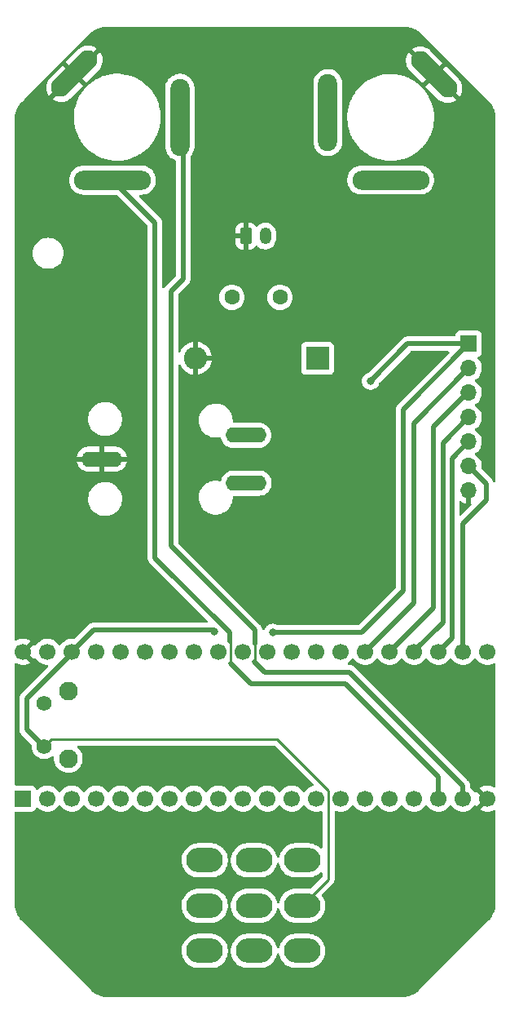
<source format=gbl>
G04 #@! TF.GenerationSoftware,KiCad,Pcbnew,(6.0.11)*
G04 #@! TF.CreationDate,2023-07-06T13:43:45+02:00*
G04 #@! TF.ProjectId,Dohle TankVerb,446f686c-6520-4546-916e-6b566572622e,rev?*
G04 #@! TF.SameCoordinates,Original*
G04 #@! TF.FileFunction,Copper,L2,Bot*
G04 #@! TF.FilePolarity,Positive*
%FSLAX46Y46*%
G04 Gerber Fmt 4.6, Leading zero omitted, Abs format (unit mm)*
G04 Created by KiCad (PCBNEW (6.0.11)) date 2023-07-06 13:43:45*
%MOMM*%
%LPD*%
G01*
G04 APERTURE LIST*
G04 Aperture macros list*
%AMRoundRect*
0 Rectangle with rounded corners*
0 $1 Rounding radius*
0 $2 $3 $4 $5 $6 $7 $8 $9 X,Y pos of 4 corners*
0 Add a 4 corners polygon primitive as box body*
4,1,4,$2,$3,$4,$5,$6,$7,$8,$9,$2,$3,0*
0 Add four circle primitives for the rounded corners*
1,1,$1+$1,$2,$3*
1,1,$1+$1,$4,$5*
1,1,$1+$1,$6,$7*
1,1,$1+$1,$8,$9*
0 Add four rect primitives between the rounded corners*
20,1,$1+$1,$2,$3,$4,$5,0*
20,1,$1+$1,$4,$5,$6,$7,0*
20,1,$1+$1,$6,$7,$8,$9,0*
20,1,$1+$1,$8,$9,$2,$3,0*%
%AMHorizOval*
0 Thick line with rounded ends*
0 $1 width*
0 $2 $3 position (X,Y) of the first rounded end (center of the circle)*
0 $4 $5 position (X,Y) of the second rounded end (center of the circle)*
0 Add line between two ends*
20,1,$1,$2,$3,$4,$5,0*
0 Add two circle primitives to create the rounded ends*
1,1,$1,$2,$3*
1,1,$1,$4,$5*%
G04 Aperture macros list end*
G04 #@! TA.AperFunction,ComponentPad*
%ADD10O,4.250000X1.600000*%
G04 #@! TD*
G04 #@! TA.AperFunction,ComponentPad*
%ADD11R,1.700000X1.700000*%
G04 #@! TD*
G04 #@! TA.AperFunction,ComponentPad*
%ADD12O,1.700000X1.700000*%
G04 #@! TD*
G04 #@! TA.AperFunction,ComponentPad*
%ADD13RoundRect,0.250000X-0.350000X-0.625000X0.350000X-0.625000X0.350000X0.625000X-0.350000X0.625000X0*%
G04 #@! TD*
G04 #@! TA.AperFunction,ComponentPad*
%ADD14O,1.200000X1.750000*%
G04 #@! TD*
G04 #@! TA.AperFunction,ComponentPad*
%ADD15C,1.600000*%
G04 #@! TD*
G04 #@! TA.AperFunction,ComponentPad*
%ADD16R,2.400000X2.400000*%
G04 #@! TD*
G04 #@! TA.AperFunction,ComponentPad*
%ADD17O,2.400000X2.400000*%
G04 #@! TD*
G04 #@! TA.AperFunction,ComponentPad*
%ADD18O,3.800000X2.540000*%
G04 #@! TD*
G04 #@! TA.AperFunction,ComponentPad*
%ADD19O,8.000000X2.000000*%
G04 #@! TD*
G04 #@! TA.AperFunction,ComponentPad*
%ADD20HorizOval,2.000000X-1.414214X1.414214X1.414214X-1.414214X0*%
G04 #@! TD*
G04 #@! TA.AperFunction,ComponentPad*
%ADD21O,2.000000X8.000000*%
G04 #@! TD*
G04 #@! TA.AperFunction,ComponentPad*
%ADD22HorizOval,2.000000X-1.414214X-1.414214X1.414214X1.414214X0*%
G04 #@! TD*
G04 #@! TA.AperFunction,ComponentPad*
%ADD23C,1.700000*%
G04 #@! TD*
G04 #@! TA.AperFunction,ComponentPad*
%ADD24C,1.575000*%
G04 #@! TD*
G04 #@! TA.AperFunction,ComponentPad*
%ADD25C,1.950000*%
G04 #@! TD*
G04 #@! TA.AperFunction,ViaPad*
%ADD26C,0.800000*%
G04 #@! TD*
G04 #@! TA.AperFunction,Conductor*
%ADD27C,0.500000*%
G04 #@! TD*
G04 #@! TA.AperFunction,Conductor*
%ADD28C,0.250000*%
G04 #@! TD*
G04 APERTURE END LIST*
D10*
X156434422Y-100558217D03*
X141423108Y-98079634D03*
X156396290Y-95588340D03*
D11*
X179552600Y-86106000D03*
D12*
X179552600Y-88646000D03*
X179552600Y-91186000D03*
X179552600Y-93726000D03*
X179552600Y-96266000D03*
X179552600Y-98806000D03*
X179552600Y-101346000D03*
D13*
X156407919Y-74930000D03*
D14*
X158407919Y-74930000D03*
D15*
X154940000Y-81280000D03*
X159940000Y-81280000D03*
D16*
X163855400Y-87604600D03*
D17*
X151155400Y-87604600D03*
D18*
X162225962Y-139708959D03*
X162225962Y-144410519D03*
X162225962Y-149108959D03*
X157226482Y-139708959D03*
X157226482Y-144410519D03*
X157226482Y-149108959D03*
X152125962Y-139709719D03*
X152125962Y-144411279D03*
X152125962Y-149109719D03*
D19*
X171437559Y-69113936D03*
D20*
X175945800Y-58166000D03*
D21*
X164915057Y-62119877D03*
X149534000Y-62595200D03*
D22*
X138586064Y-58086959D03*
D19*
X142539941Y-69117702D03*
D11*
X133223000Y-133299200D03*
D23*
X135763000Y-133299200D03*
X138303000Y-133299200D03*
X140843000Y-133299200D03*
X143383000Y-133299200D03*
X145923000Y-133299200D03*
X148463000Y-133299200D03*
X151003000Y-133299200D03*
X153543000Y-133299200D03*
X156083000Y-133299200D03*
X158623000Y-133299200D03*
X161163000Y-133299200D03*
X163703000Y-133299200D03*
X166243000Y-133299200D03*
X168783000Y-133299200D03*
X171323000Y-133299200D03*
X173863000Y-133299200D03*
X176403000Y-133299200D03*
X178943000Y-133299200D03*
X181483000Y-133299200D03*
X181483000Y-118059200D03*
X178943000Y-118059200D03*
X176403000Y-118059200D03*
X173863000Y-118059200D03*
X171323000Y-118059200D03*
X168783000Y-118059200D03*
X166243000Y-118059200D03*
X163703000Y-118059200D03*
X161163000Y-118059200D03*
X158623000Y-118059200D03*
X156083000Y-118059200D03*
X153543000Y-118059200D03*
X151003000Y-118059200D03*
X148463000Y-118059200D03*
X145923000Y-118059200D03*
X143383000Y-118059200D03*
X140843000Y-118059200D03*
X138303000Y-118059200D03*
X135763000Y-118059200D03*
X133223000Y-118059200D03*
D24*
X135441000Y-127886400D03*
X135441000Y-123386400D03*
D25*
X137941000Y-129136400D03*
X137941000Y-122136400D03*
D26*
X153114711Y-115951000D03*
X159182889Y-116052600D03*
X169348000Y-89967711D03*
D27*
X168427400Y-116052600D02*
X172720000Y-111760000D01*
X169348000Y-89967711D02*
X173209711Y-86106000D01*
X172720000Y-111760000D02*
X172720000Y-92938600D01*
X138303000Y-118237000D02*
X138303000Y-118059200D01*
D28*
X164973000Y-141663481D02*
X164973000Y-132461000D01*
D27*
X133604000Y-126118155D02*
X133604000Y-122936000D01*
X140538200Y-115824000D02*
X138303000Y-118059200D01*
X133604000Y-122936000D02*
X138303000Y-118237000D01*
D28*
X159667165Y-127155165D02*
X136172235Y-127155165D01*
D27*
X173209711Y-86106000D02*
X179552600Y-86106000D01*
X135441000Y-127886400D02*
X135372245Y-127886400D01*
D28*
X136172235Y-127155165D02*
X135441000Y-127886400D01*
X164973000Y-132461000D02*
X159667165Y-127155165D01*
D27*
X159182889Y-116052600D02*
X168427400Y-116052600D01*
X172720000Y-92938600D02*
X179552600Y-86106000D01*
D28*
X162225962Y-144410519D02*
X164973000Y-141663481D01*
D27*
X152987711Y-115824000D02*
X140538200Y-115824000D01*
X135372245Y-127886400D02*
X133604000Y-126118155D01*
X153114711Y-115951000D02*
X152987711Y-115824000D01*
X181356000Y-102362000D02*
X178943000Y-104775000D01*
X178943000Y-104775000D02*
X178943000Y-118059200D01*
X179552600Y-98806000D02*
X181356000Y-100609400D01*
X181356000Y-100609400D02*
X181356000Y-102362000D01*
X177800000Y-116662200D02*
X176403000Y-118059200D01*
X177800000Y-98018600D02*
X177800000Y-116662200D01*
X179552600Y-96266000D02*
X177800000Y-98018600D01*
X173888400Y-118033800D02*
X176911000Y-115011200D01*
X176911000Y-115011200D02*
X176911000Y-96367600D01*
X176911000Y-96367600D02*
X179552600Y-93726000D01*
X175895000Y-113487200D02*
X171323000Y-118059200D01*
X179425600Y-91186000D02*
X175895000Y-94716600D01*
X175895000Y-94716600D02*
X175895000Y-113487200D01*
X179552600Y-91186000D02*
X179425600Y-91186000D01*
X168783000Y-118059200D02*
X173863000Y-112979200D01*
X173863000Y-112979200D02*
X173863000Y-94335600D01*
X173863000Y-94335600D02*
X179552600Y-88646000D01*
X157327600Y-115790318D02*
X157327600Y-117246400D01*
X167132000Y-120167400D02*
X178943000Y-131978400D01*
X149860000Y-62921200D02*
X149860000Y-79400400D01*
X148598000Y-80662400D02*
X148598000Y-107060718D01*
X178943000Y-131978400D02*
X178943000Y-133273800D01*
X149534000Y-62595200D02*
X149860000Y-62921200D01*
D28*
X157327600Y-117246400D02*
X157327600Y-119075200D01*
D27*
X158318200Y-120167400D02*
X167132000Y-120167400D01*
X157276800Y-119126000D02*
X158318200Y-120167400D01*
X149860000Y-79400400D02*
X148598000Y-80662400D01*
D28*
X157327600Y-119075200D02*
X157276800Y-119126000D01*
D27*
X148598000Y-107060718D02*
X157327600Y-115790318D01*
X154762200Y-119227600D02*
X156946600Y-121412000D01*
D28*
X154838400Y-119151400D02*
X154838400Y-117068600D01*
D27*
X176403000Y-131064000D02*
X176403000Y-133273800D01*
D28*
X154838400Y-117068600D02*
X154711400Y-116941600D01*
D27*
X166751000Y-121412000D02*
X176403000Y-131064000D01*
X154711400Y-116941600D02*
X154711400Y-116081111D01*
X154711400Y-116081111D02*
X146939000Y-108308711D01*
X146939000Y-73516761D02*
X142539941Y-69117702D01*
X146939000Y-108308711D02*
X146939000Y-73516761D01*
D28*
X154762200Y-119227600D02*
X154838400Y-119151400D01*
D27*
X156946600Y-121412000D02*
X166751000Y-121412000D01*
G04 #@! TA.AperFunction,Conductor*
G36*
X180295026Y-118734344D02*
G01*
X180322875Y-118766194D01*
X180382987Y-118864288D01*
X180529250Y-119033138D01*
X180701126Y-119175832D01*
X180894000Y-119288538D01*
X181102692Y-119368230D01*
X181107760Y-119369261D01*
X181107763Y-119369262D01*
X181204278Y-119388898D01*
X181321597Y-119412767D01*
X181326772Y-119412957D01*
X181326774Y-119412957D01*
X181539673Y-119420764D01*
X181539677Y-119420764D01*
X181544837Y-119420953D01*
X181549957Y-119420297D01*
X181549959Y-119420297D01*
X181761288Y-119393225D01*
X181761289Y-119393225D01*
X181766416Y-119392568D01*
X181771369Y-119391082D01*
X181975429Y-119329861D01*
X181975434Y-119329859D01*
X181980384Y-119328374D01*
X182158070Y-119241327D01*
X182228041Y-119229320D01*
X182293399Y-119257050D01*
X182333389Y-119315713D01*
X182339500Y-119354478D01*
X182339500Y-132007276D01*
X182319498Y-132075397D01*
X182265842Y-132121890D01*
X182195568Y-132131994D01*
X182152606Y-132117585D01*
X182046107Y-132058794D01*
X182036705Y-132054569D01*
X181835959Y-131983480D01*
X181825989Y-131980846D01*
X181616327Y-131943501D01*
X181606073Y-131942531D01*
X181393116Y-131939928D01*
X181382832Y-131940648D01*
X181172321Y-131972861D01*
X181162293Y-131975250D01*
X180959868Y-132041412D01*
X180950359Y-132045409D01*
X180761466Y-132143740D01*
X180752734Y-132149239D01*
X180732677Y-132164299D01*
X180724223Y-132175627D01*
X180730968Y-132187958D01*
X181753115Y-133210105D01*
X181787141Y-133272417D01*
X181782076Y-133343232D01*
X181753115Y-133388295D01*
X180729737Y-134411673D01*
X180722977Y-134424053D01*
X180728258Y-134431107D01*
X180889756Y-134525479D01*
X180899042Y-134529929D01*
X181098001Y-134605903D01*
X181107899Y-134608779D01*
X181316595Y-134651238D01*
X181326823Y-134652457D01*
X181539650Y-134660262D01*
X181549936Y-134659795D01*
X181761185Y-134632734D01*
X181771262Y-134630592D01*
X181975255Y-134569391D01*
X181984842Y-134565633D01*
X182158067Y-134480771D01*
X182228041Y-134468764D01*
X182293399Y-134496494D01*
X182333389Y-134555157D01*
X182339500Y-134593922D01*
X182339500Y-144124670D01*
X182338000Y-144144052D01*
X182334309Y-144167761D01*
X182335474Y-144176667D01*
X182335474Y-144176668D01*
X182336662Y-144185753D01*
X182337529Y-144209157D01*
X182334646Y-144260515D01*
X182324236Y-144445935D01*
X182322654Y-144459975D01*
X182296356Y-144614779D01*
X182287643Y-144666069D01*
X182278231Y-144721470D01*
X182275088Y-144735241D01*
X182239344Y-144859320D01*
X182201659Y-144990132D01*
X182196992Y-145003469D01*
X182095489Y-145248525D01*
X182089364Y-145261245D01*
X181961049Y-145493417D01*
X181953547Y-145505357D01*
X181916263Y-145557904D01*
X181800046Y-145721696D01*
X181791236Y-145732743D01*
X181638159Y-145904036D01*
X181618534Y-145921819D01*
X181617776Y-145922373D01*
X181610525Y-145927670D01*
X181605054Y-145934787D01*
X181605050Y-145934791D01*
X181591121Y-145952911D01*
X181580321Y-145965215D01*
X174402027Y-153143510D01*
X174387259Y-153156157D01*
X174367883Y-153170312D01*
X174362409Y-153177433D01*
X174362408Y-153177434D01*
X174356824Y-153184698D01*
X174340888Y-153201858D01*
X174164062Y-153359878D01*
X174153015Y-153368688D01*
X173936686Y-153522180D01*
X173924722Y-153529697D01*
X173692578Y-153657998D01*
X173679847Y-153664129D01*
X173434792Y-153765631D01*
X173421455Y-153770298D01*
X173166574Y-153843726D01*
X173152799Y-153846870D01*
X172891295Y-153891299D01*
X172877265Y-153892879D01*
X172647681Y-153905769D01*
X172621239Y-153904467D01*
X172611642Y-153902973D01*
X172581982Y-153906851D01*
X172580070Y-153907101D01*
X172563735Y-153908164D01*
X142140000Y-153908164D01*
X142120616Y-153906664D01*
X142105782Y-153904354D01*
X142105779Y-153904354D01*
X142096909Y-153902973D01*
X142088007Y-153904137D01*
X142088004Y-153904137D01*
X142078915Y-153905326D01*
X142055516Y-153906192D01*
X141818730Y-153892897D01*
X141804704Y-153891317D01*
X141612156Y-153858604D01*
X141543197Y-153846888D01*
X141529422Y-153843744D01*
X141274538Y-153770316D01*
X141261205Y-153765651D01*
X141016152Y-153664148D01*
X141003423Y-153658018D01*
X140771261Y-153529710D01*
X140759303Y-153522196D01*
X140542975Y-153368705D01*
X140531929Y-153359897D01*
X140360604Y-153206791D01*
X140342823Y-153187169D01*
X140342289Y-153186438D01*
X140342287Y-153186436D01*
X140336992Y-153179188D01*
X140311747Y-153159782D01*
X140299443Y-153148981D01*
X136369061Y-149218598D01*
X149715802Y-149218598D01*
X149751448Y-149480527D01*
X149752757Y-149485017D01*
X149752758Y-149485023D01*
X149766017Y-149530511D01*
X149825419Y-149734309D01*
X149827377Y-149738556D01*
X149827378Y-149738559D01*
X149843431Y-149773380D01*
X149936089Y-149974371D01*
X149938652Y-149978280D01*
X150078461Y-150191524D01*
X150078465Y-150191529D01*
X150081027Y-150195437D01*
X150257048Y-150392652D01*
X150460286Y-150561683D01*
X150686276Y-150698818D01*
X150690584Y-150700624D01*
X150690585Y-150700625D01*
X150925738Y-150799233D01*
X150925743Y-150799235D01*
X150930053Y-150801042D01*
X150934585Y-150802193D01*
X150934588Y-150802194D01*
X150990159Y-150816307D01*
X151186263Y-150866111D01*
X151405818Y-150888219D01*
X152823070Y-150888219D01*
X152825395Y-150888046D01*
X152825401Y-150888046D01*
X153014926Y-150873962D01*
X153014930Y-150873961D01*
X153019578Y-150873616D01*
X153277403Y-150815276D01*
X153283711Y-150812823D01*
X153519420Y-150721161D01*
X153519422Y-150721160D01*
X153523773Y-150719468D01*
X153529159Y-150716390D01*
X153608410Y-150671094D01*
X153753275Y-150588297D01*
X153960868Y-150424644D01*
X154141992Y-150232104D01*
X154165006Y-150198929D01*
X154290004Y-150018745D01*
X154290007Y-150018740D01*
X154292666Y-150014907D01*
X154295108Y-150009956D01*
X154407517Y-149782013D01*
X154407518Y-149782010D01*
X154409582Y-149777825D01*
X154422395Y-149737799D01*
X154488748Y-149530511D01*
X154490171Y-149526066D01*
X154532662Y-149265160D01*
X154533281Y-149217838D01*
X154816322Y-149217838D01*
X154851968Y-149479767D01*
X154853277Y-149484257D01*
X154853278Y-149484263D01*
X154884747Y-149592227D01*
X154925939Y-149733549D01*
X154927897Y-149737796D01*
X154927898Y-149737799D01*
X154943951Y-149772620D01*
X155036609Y-149973611D01*
X155039172Y-149977520D01*
X155178981Y-150190764D01*
X155178985Y-150190769D01*
X155181547Y-150194677D01*
X155357568Y-150391892D01*
X155560806Y-150560923D01*
X155786796Y-150698058D01*
X155791104Y-150699864D01*
X155791105Y-150699865D01*
X156026258Y-150798473D01*
X156026263Y-150798475D01*
X156030573Y-150800282D01*
X156035105Y-150801433D01*
X156035108Y-150801434D01*
X156162603Y-150833813D01*
X156286783Y-150865351D01*
X156506338Y-150887459D01*
X157923590Y-150887459D01*
X157925915Y-150887286D01*
X157925921Y-150887286D01*
X158115446Y-150873202D01*
X158115450Y-150873201D01*
X158120098Y-150872856D01*
X158377923Y-150814516D01*
X158409609Y-150802194D01*
X158619940Y-150720401D01*
X158619942Y-150720400D01*
X158624293Y-150718708D01*
X158657262Y-150699865D01*
X158708930Y-150670334D01*
X158853795Y-150587537D01*
X159061388Y-150423884D01*
X159242512Y-150231344D01*
X159265526Y-150198169D01*
X159390524Y-150017985D01*
X159390527Y-150017980D01*
X159393186Y-150014147D01*
X159410874Y-149978280D01*
X159508037Y-149781253D01*
X159508038Y-149781250D01*
X159510102Y-149777065D01*
X159590691Y-149525306D01*
X159597252Y-149485023D01*
X159600599Y-149464468D01*
X159631291Y-149400449D01*
X159691723Y-149363185D01*
X159762707Y-149364509D01*
X159821707Y-149403999D01*
X159849810Y-149467731D01*
X159851448Y-149479767D01*
X159852757Y-149484257D01*
X159852758Y-149484263D01*
X159884227Y-149592227D01*
X159925419Y-149733549D01*
X159927377Y-149737796D01*
X159927378Y-149737799D01*
X159943431Y-149772620D01*
X160036089Y-149973611D01*
X160038652Y-149977520D01*
X160178461Y-150190764D01*
X160178465Y-150190769D01*
X160181027Y-150194677D01*
X160357048Y-150391892D01*
X160560286Y-150560923D01*
X160786276Y-150698058D01*
X160790584Y-150699864D01*
X160790585Y-150699865D01*
X161025738Y-150798473D01*
X161025743Y-150798475D01*
X161030053Y-150800282D01*
X161034585Y-150801433D01*
X161034588Y-150801434D01*
X161162083Y-150833813D01*
X161286263Y-150865351D01*
X161505818Y-150887459D01*
X162923070Y-150887459D01*
X162925395Y-150887286D01*
X162925401Y-150887286D01*
X163114926Y-150873202D01*
X163114930Y-150873201D01*
X163119578Y-150872856D01*
X163377403Y-150814516D01*
X163409089Y-150802194D01*
X163619420Y-150720401D01*
X163619422Y-150720400D01*
X163623773Y-150718708D01*
X163656742Y-150699865D01*
X163708410Y-150670334D01*
X163853275Y-150587537D01*
X164060868Y-150423884D01*
X164241992Y-150231344D01*
X164265006Y-150198169D01*
X164390004Y-150017985D01*
X164390007Y-150017980D01*
X164392666Y-150014147D01*
X164410354Y-149978280D01*
X164507517Y-149781253D01*
X164507518Y-149781250D01*
X164509582Y-149777065D01*
X164590171Y-149525306D01*
X164632662Y-149264400D01*
X164636122Y-149000080D01*
X164600476Y-148738151D01*
X164588545Y-148697216D01*
X164528036Y-148489622D01*
X164526505Y-148484369D01*
X164508844Y-148446058D01*
X164482958Y-148389909D01*
X164415835Y-148244307D01*
X164273961Y-148027914D01*
X164273463Y-148027154D01*
X164273459Y-148027149D01*
X164270897Y-148023241D01*
X164094876Y-147826026D01*
X163891638Y-147656995D01*
X163665648Y-147519860D01*
X163661339Y-147518053D01*
X163426186Y-147419445D01*
X163426181Y-147419443D01*
X163421871Y-147417636D01*
X163417339Y-147416485D01*
X163417336Y-147416484D01*
X163173193Y-147354480D01*
X163165661Y-147352567D01*
X162946106Y-147330459D01*
X161528854Y-147330459D01*
X161526529Y-147330632D01*
X161526523Y-147330632D01*
X161336998Y-147344716D01*
X161336994Y-147344717D01*
X161332346Y-147345062D01*
X161074521Y-147403402D01*
X161070169Y-147405094D01*
X161070167Y-147405095D01*
X160832504Y-147497517D01*
X160832502Y-147497518D01*
X160828151Y-147499210D01*
X160824097Y-147501527D01*
X160824095Y-147501528D01*
X160743514Y-147547584D01*
X160598649Y-147630381D01*
X160391056Y-147794034D01*
X160209932Y-147986574D01*
X160207266Y-147990417D01*
X160181254Y-148027914D01*
X160059258Y-148203771D01*
X160057192Y-148207960D01*
X160057191Y-148207962D01*
X160041196Y-148240398D01*
X159942342Y-148440853D01*
X159940920Y-148445296D01*
X159940919Y-148445298D01*
X159928412Y-148484369D01*
X159861753Y-148692612D01*
X159861004Y-148697213D01*
X159861003Y-148697216D01*
X159851845Y-148753450D01*
X159821153Y-148817469D01*
X159760721Y-148854733D01*
X159689737Y-148853409D01*
X159630737Y-148813919D01*
X159602634Y-148750187D01*
X159602598Y-148749923D01*
X159600996Y-148738151D01*
X159589065Y-148697216D01*
X159528556Y-148489622D01*
X159527025Y-148484369D01*
X159509364Y-148446058D01*
X159483478Y-148389909D01*
X159416355Y-148244307D01*
X159274481Y-148027914D01*
X159273983Y-148027154D01*
X159273979Y-148027149D01*
X159271417Y-148023241D01*
X159095396Y-147826026D01*
X158892158Y-147656995D01*
X158666168Y-147519860D01*
X158661859Y-147518053D01*
X158426706Y-147419445D01*
X158426701Y-147419443D01*
X158422391Y-147417636D01*
X158417859Y-147416485D01*
X158417856Y-147416484D01*
X158173713Y-147354480D01*
X158166181Y-147352567D01*
X157946626Y-147330459D01*
X156529374Y-147330459D01*
X156527049Y-147330632D01*
X156527043Y-147330632D01*
X156337518Y-147344716D01*
X156337514Y-147344717D01*
X156332866Y-147345062D01*
X156075041Y-147403402D01*
X156070689Y-147405094D01*
X156070687Y-147405095D01*
X155833024Y-147497517D01*
X155833022Y-147497518D01*
X155828671Y-147499210D01*
X155824617Y-147501527D01*
X155824615Y-147501528D01*
X155744034Y-147547584D01*
X155599169Y-147630381D01*
X155391576Y-147794034D01*
X155210452Y-147986574D01*
X155207786Y-147990417D01*
X155181774Y-148027914D01*
X155059778Y-148203771D01*
X155057712Y-148207960D01*
X155057711Y-148207962D01*
X155041716Y-148240398D01*
X154942862Y-148440853D01*
X154941440Y-148445296D01*
X154941439Y-148445298D01*
X154928932Y-148484369D01*
X154862273Y-148692612D01*
X154819782Y-148953518D01*
X154816322Y-149217838D01*
X154533281Y-149217838D01*
X154536122Y-149000840D01*
X154500476Y-148738911D01*
X154485686Y-148688167D01*
X154467697Y-148626451D01*
X154426505Y-148485129D01*
X154424196Y-148480119D01*
X154317792Y-148249313D01*
X154315835Y-148245067D01*
X154284309Y-148196982D01*
X154173463Y-148027914D01*
X154173459Y-148027909D01*
X154170897Y-148024001D01*
X153994876Y-147826786D01*
X153791638Y-147657755D01*
X153565648Y-147520620D01*
X153561339Y-147518813D01*
X153326186Y-147420205D01*
X153326181Y-147420203D01*
X153321871Y-147418396D01*
X153317339Y-147417245D01*
X153317336Y-147417244D01*
X153189841Y-147384865D01*
X153065661Y-147353327D01*
X152846106Y-147331219D01*
X151428854Y-147331219D01*
X151426529Y-147331392D01*
X151426523Y-147331392D01*
X151236998Y-147345476D01*
X151236994Y-147345477D01*
X151232346Y-147345822D01*
X150974521Y-147404162D01*
X150970169Y-147405854D01*
X150970167Y-147405855D01*
X150732504Y-147498277D01*
X150732502Y-147498278D01*
X150728151Y-147499970D01*
X150724097Y-147502287D01*
X150724095Y-147502288D01*
X150692021Y-147520620D01*
X150498649Y-147631141D01*
X150291056Y-147794794D01*
X150109932Y-147987334D01*
X150107266Y-147991177D01*
X149962448Y-148199933D01*
X149959258Y-148204531D01*
X149957192Y-148208720D01*
X149957191Y-148208722D01*
X149937549Y-148248553D01*
X149842342Y-148441613D01*
X149761753Y-148693372D01*
X149719262Y-148954278D01*
X149715802Y-149218598D01*
X136369061Y-149218598D01*
X133114623Y-145964160D01*
X133101974Y-145949390D01*
X133087822Y-145930017D01*
X133072995Y-145918619D01*
X133056078Y-145902954D01*
X132907026Y-145737128D01*
X132898609Y-145726697D01*
X132895795Y-145722802D01*
X132751235Y-145522755D01*
X132743976Y-145511491D01*
X132619107Y-145293061D01*
X132613083Y-145281088D01*
X132512118Y-145050618D01*
X132507400Y-145038072D01*
X132431488Y-144798181D01*
X132428130Y-144785206D01*
X132378130Y-144538614D01*
X132376169Y-144525355D01*
X132375681Y-144520158D01*
X149715802Y-144520158D01*
X149751448Y-144782087D01*
X149752757Y-144786577D01*
X149752758Y-144786583D01*
X149766017Y-144832071D01*
X149825419Y-145035869D01*
X149827377Y-145040116D01*
X149827378Y-145040119D01*
X149843431Y-145074940D01*
X149936089Y-145275931D01*
X149938652Y-145279840D01*
X150078461Y-145493084D01*
X150078465Y-145493089D01*
X150081027Y-145496997D01*
X150257048Y-145694212D01*
X150302649Y-145732138D01*
X150452025Y-145856372D01*
X150460286Y-145863243D01*
X150686276Y-146000378D01*
X150690584Y-146002184D01*
X150690585Y-146002185D01*
X150925738Y-146100793D01*
X150925743Y-146100795D01*
X150930053Y-146102602D01*
X150934585Y-146103753D01*
X150934588Y-146103754D01*
X150990159Y-146117867D01*
X151186263Y-146167671D01*
X151405818Y-146189779D01*
X152823070Y-146189779D01*
X152825395Y-146189606D01*
X152825401Y-146189606D01*
X153014926Y-146175522D01*
X153014930Y-146175521D01*
X153019578Y-146175176D01*
X153277403Y-146116836D01*
X153283711Y-146114383D01*
X153519420Y-146022721D01*
X153519422Y-146022720D01*
X153523773Y-146021028D01*
X153529159Y-146017950D01*
X153621426Y-145965215D01*
X153753275Y-145889857D01*
X153960868Y-145726204D01*
X154141992Y-145533664D01*
X154149558Y-145522757D01*
X154290004Y-145320305D01*
X154290007Y-145320300D01*
X154292666Y-145316467D01*
X154310113Y-145281088D01*
X154407517Y-145083573D01*
X154407518Y-145083570D01*
X154409582Y-145079385D01*
X154418791Y-145050618D01*
X154488748Y-144832071D01*
X154490171Y-144827626D01*
X154532662Y-144566720D01*
X154536122Y-144302400D01*
X154500476Y-144040471D01*
X154498189Y-144032622D01*
X154462447Y-143910001D01*
X154426505Y-143786689D01*
X154424196Y-143781679D01*
X154317792Y-143550873D01*
X154315835Y-143546627D01*
X154284309Y-143498542D01*
X154173463Y-143329474D01*
X154173459Y-143329469D01*
X154170897Y-143325561D01*
X153994876Y-143128346D01*
X153791638Y-142959315D01*
X153565648Y-142822180D01*
X153561339Y-142820373D01*
X153326186Y-142721765D01*
X153326181Y-142721763D01*
X153321871Y-142719956D01*
X153317339Y-142718805D01*
X153317336Y-142718804D01*
X153189841Y-142686425D01*
X153065661Y-142654887D01*
X152846106Y-142632779D01*
X151428854Y-142632779D01*
X151426529Y-142632952D01*
X151426523Y-142632952D01*
X151236998Y-142647036D01*
X151236994Y-142647037D01*
X151232346Y-142647382D01*
X150974521Y-142705722D01*
X150970169Y-142707414D01*
X150970167Y-142707415D01*
X150732504Y-142799837D01*
X150732502Y-142799838D01*
X150728151Y-142801530D01*
X150724097Y-142803847D01*
X150724095Y-142803848D01*
X150692021Y-142822180D01*
X150498649Y-142932701D01*
X150291056Y-143096354D01*
X150109932Y-143288894D01*
X150107266Y-143292737D01*
X149962448Y-143501493D01*
X149959258Y-143506091D01*
X149957192Y-143510280D01*
X149957191Y-143510282D01*
X149937549Y-143550113D01*
X149842342Y-143743173D01*
X149761753Y-143994932D01*
X149719262Y-144255838D01*
X149718601Y-144306317D01*
X149716774Y-144445935D01*
X149715802Y-144520158D01*
X132375681Y-144520158D01*
X132352646Y-144274849D01*
X132352104Y-144261456D01*
X132354865Y-144045749D01*
X132357905Y-144019807D01*
X132358194Y-144018516D01*
X132360158Y-144009754D01*
X132359455Y-143998778D01*
X132356758Y-143956716D01*
X132356500Y-143948655D01*
X132356500Y-139818598D01*
X149715802Y-139818598D01*
X149751448Y-140080527D01*
X149752757Y-140085017D01*
X149752758Y-140085023D01*
X149766017Y-140130511D01*
X149825419Y-140334309D01*
X149827377Y-140338556D01*
X149827378Y-140338559D01*
X149843431Y-140373380D01*
X149936089Y-140574371D01*
X149938652Y-140578280D01*
X150078461Y-140791524D01*
X150078465Y-140791529D01*
X150081027Y-140795437D01*
X150257048Y-140992652D01*
X150460286Y-141161683D01*
X150686276Y-141298818D01*
X150690584Y-141300624D01*
X150690585Y-141300625D01*
X150925738Y-141399233D01*
X150925743Y-141399235D01*
X150930053Y-141401042D01*
X150934585Y-141402193D01*
X150934588Y-141402194D01*
X150990159Y-141416307D01*
X151186263Y-141466111D01*
X151405818Y-141488219D01*
X152823070Y-141488219D01*
X152825395Y-141488046D01*
X152825401Y-141488046D01*
X153014926Y-141473962D01*
X153014930Y-141473961D01*
X153019578Y-141473616D01*
X153277403Y-141415276D01*
X153283711Y-141412823D01*
X153519420Y-141321161D01*
X153519422Y-141321160D01*
X153523773Y-141319468D01*
X153529159Y-141316390D01*
X153608410Y-141271094D01*
X153753275Y-141188297D01*
X153960868Y-141024644D01*
X154141992Y-140832104D01*
X154165006Y-140798929D01*
X154290004Y-140618745D01*
X154290007Y-140618740D01*
X154292666Y-140614907D01*
X154295108Y-140609956D01*
X154407517Y-140382013D01*
X154407518Y-140382010D01*
X154409582Y-140377825D01*
X154422395Y-140337799D01*
X154488748Y-140130511D01*
X154490171Y-140126066D01*
X154532662Y-139865160D01*
X154536122Y-139600840D01*
X154500476Y-139338911D01*
X154485686Y-139288167D01*
X154467697Y-139226451D01*
X154426505Y-139085129D01*
X154424196Y-139080119D01*
X154317792Y-138849313D01*
X154315835Y-138845067D01*
X154284309Y-138796982D01*
X154173463Y-138627914D01*
X154173459Y-138627909D01*
X154170897Y-138624001D01*
X154055250Y-138494429D01*
X153997993Y-138430278D01*
X153997991Y-138430276D01*
X153994876Y-138426786D01*
X153791638Y-138257755D01*
X153565648Y-138120620D01*
X153561339Y-138118813D01*
X153326186Y-138020205D01*
X153326181Y-138020203D01*
X153321871Y-138018396D01*
X153317339Y-138017245D01*
X153317336Y-138017244D01*
X153189841Y-137984865D01*
X153065661Y-137953327D01*
X152846106Y-137931219D01*
X151428854Y-137931219D01*
X151426529Y-137931392D01*
X151426523Y-137931392D01*
X151236998Y-137945476D01*
X151236994Y-137945477D01*
X151232346Y-137945822D01*
X150974521Y-138004162D01*
X150970169Y-138005854D01*
X150970167Y-138005855D01*
X150732504Y-138098277D01*
X150732502Y-138098278D01*
X150728151Y-138099970D01*
X150724097Y-138102287D01*
X150724095Y-138102288D01*
X150692021Y-138120620D01*
X150498649Y-138231141D01*
X150291056Y-138394794D01*
X150109932Y-138587334D01*
X150107266Y-138591177D01*
X149962448Y-138799933D01*
X149959258Y-138804531D01*
X149957192Y-138808720D01*
X149957191Y-138808722D01*
X149937549Y-138848553D01*
X149842342Y-139041613D01*
X149761753Y-139293372D01*
X149719262Y-139554278D01*
X149715802Y-139818598D01*
X132356500Y-139818598D01*
X132356500Y-134783700D01*
X132376502Y-134715579D01*
X132430158Y-134669086D01*
X132482500Y-134657700D01*
X134121134Y-134657700D01*
X134183316Y-134650945D01*
X134319705Y-134599815D01*
X134436261Y-134512461D01*
X134523615Y-134395905D01*
X134545799Y-134336729D01*
X134567598Y-134278582D01*
X134610240Y-134221818D01*
X134676802Y-134197118D01*
X134746150Y-134212326D01*
X134780817Y-134240314D01*
X134809250Y-134273138D01*
X134981126Y-134415832D01*
X135174000Y-134528538D01*
X135382692Y-134608230D01*
X135387760Y-134609261D01*
X135387763Y-134609262D01*
X135466436Y-134625268D01*
X135601597Y-134652767D01*
X135606772Y-134652957D01*
X135606774Y-134652957D01*
X135819673Y-134660764D01*
X135819677Y-134660764D01*
X135824837Y-134660953D01*
X135829957Y-134660297D01*
X135829959Y-134660297D01*
X136041288Y-134633225D01*
X136041289Y-134633225D01*
X136046416Y-134632568D01*
X136051366Y-134631083D01*
X136255429Y-134569861D01*
X136255434Y-134569859D01*
X136260384Y-134568374D01*
X136460994Y-134470096D01*
X136642860Y-134340373D01*
X136801096Y-134182689D01*
X136931453Y-134001277D01*
X136932776Y-134002228D01*
X136979645Y-133959057D01*
X137049580Y-133946825D01*
X137115026Y-133974344D01*
X137142875Y-134006194D01*
X137202987Y-134104288D01*
X137349250Y-134273138D01*
X137521126Y-134415832D01*
X137714000Y-134528538D01*
X137922692Y-134608230D01*
X137927760Y-134609261D01*
X137927763Y-134609262D01*
X138006436Y-134625268D01*
X138141597Y-134652767D01*
X138146772Y-134652957D01*
X138146774Y-134652957D01*
X138359673Y-134660764D01*
X138359677Y-134660764D01*
X138364837Y-134660953D01*
X138369957Y-134660297D01*
X138369959Y-134660297D01*
X138581288Y-134633225D01*
X138581289Y-134633225D01*
X138586416Y-134632568D01*
X138591366Y-134631083D01*
X138795429Y-134569861D01*
X138795434Y-134569859D01*
X138800384Y-134568374D01*
X139000994Y-134470096D01*
X139182860Y-134340373D01*
X139341096Y-134182689D01*
X139471453Y-134001277D01*
X139472776Y-134002228D01*
X139519645Y-133959057D01*
X139589580Y-133946825D01*
X139655026Y-133974344D01*
X139682875Y-134006194D01*
X139742987Y-134104288D01*
X139889250Y-134273138D01*
X140061126Y-134415832D01*
X140254000Y-134528538D01*
X140462692Y-134608230D01*
X140467760Y-134609261D01*
X140467763Y-134609262D01*
X140546436Y-134625268D01*
X140681597Y-134652767D01*
X140686772Y-134652957D01*
X140686774Y-134652957D01*
X140899673Y-134660764D01*
X140899677Y-134660764D01*
X140904837Y-134660953D01*
X140909957Y-134660297D01*
X140909959Y-134660297D01*
X141121288Y-134633225D01*
X141121289Y-134633225D01*
X141126416Y-134632568D01*
X141131366Y-134631083D01*
X141335429Y-134569861D01*
X141335434Y-134569859D01*
X141340384Y-134568374D01*
X141540994Y-134470096D01*
X141722860Y-134340373D01*
X141881096Y-134182689D01*
X142011453Y-134001277D01*
X142012776Y-134002228D01*
X142059645Y-133959057D01*
X142129580Y-133946825D01*
X142195026Y-133974344D01*
X142222875Y-134006194D01*
X142282987Y-134104288D01*
X142429250Y-134273138D01*
X142601126Y-134415832D01*
X142794000Y-134528538D01*
X143002692Y-134608230D01*
X143007760Y-134609261D01*
X143007763Y-134609262D01*
X143086436Y-134625268D01*
X143221597Y-134652767D01*
X143226772Y-134652957D01*
X143226774Y-134652957D01*
X143439673Y-134660764D01*
X143439677Y-134660764D01*
X143444837Y-134660953D01*
X143449957Y-134660297D01*
X143449959Y-134660297D01*
X143661288Y-134633225D01*
X143661289Y-134633225D01*
X143666416Y-134632568D01*
X143671366Y-134631083D01*
X143875429Y-134569861D01*
X143875434Y-134569859D01*
X143880384Y-134568374D01*
X144080994Y-134470096D01*
X144262860Y-134340373D01*
X144421096Y-134182689D01*
X144551453Y-134001277D01*
X144552776Y-134002228D01*
X144599645Y-133959057D01*
X144669580Y-133946825D01*
X144735026Y-133974344D01*
X144762875Y-134006194D01*
X144822987Y-134104288D01*
X144969250Y-134273138D01*
X145141126Y-134415832D01*
X145334000Y-134528538D01*
X145542692Y-134608230D01*
X145547760Y-134609261D01*
X145547763Y-134609262D01*
X145626436Y-134625268D01*
X145761597Y-134652767D01*
X145766772Y-134652957D01*
X145766774Y-134652957D01*
X145979673Y-134660764D01*
X145979677Y-134660764D01*
X145984837Y-134660953D01*
X145989957Y-134660297D01*
X145989959Y-134660297D01*
X146201288Y-134633225D01*
X146201289Y-134633225D01*
X146206416Y-134632568D01*
X146211366Y-134631083D01*
X146415429Y-134569861D01*
X146415434Y-134569859D01*
X146420384Y-134568374D01*
X146620994Y-134470096D01*
X146802860Y-134340373D01*
X146961096Y-134182689D01*
X147091453Y-134001277D01*
X147092776Y-134002228D01*
X147139645Y-133959057D01*
X147209580Y-133946825D01*
X147275026Y-133974344D01*
X147302875Y-134006194D01*
X147362987Y-134104288D01*
X147509250Y-134273138D01*
X147681126Y-134415832D01*
X147874000Y-134528538D01*
X148082692Y-134608230D01*
X148087760Y-134609261D01*
X148087763Y-134609262D01*
X148166436Y-134625268D01*
X148301597Y-134652767D01*
X148306772Y-134652957D01*
X148306774Y-134652957D01*
X148519673Y-134660764D01*
X148519677Y-134660764D01*
X148524837Y-134660953D01*
X148529957Y-134660297D01*
X148529959Y-134660297D01*
X148741288Y-134633225D01*
X148741289Y-134633225D01*
X148746416Y-134632568D01*
X148751366Y-134631083D01*
X148955429Y-134569861D01*
X148955434Y-134569859D01*
X148960384Y-134568374D01*
X149160994Y-134470096D01*
X149342860Y-134340373D01*
X149501096Y-134182689D01*
X149631453Y-134001277D01*
X149632776Y-134002228D01*
X149679645Y-133959057D01*
X149749580Y-133946825D01*
X149815026Y-133974344D01*
X149842875Y-134006194D01*
X149902987Y-134104288D01*
X150049250Y-134273138D01*
X150221126Y-134415832D01*
X150414000Y-134528538D01*
X150622692Y-134608230D01*
X150627760Y-134609261D01*
X150627763Y-134609262D01*
X150706436Y-134625268D01*
X150841597Y-134652767D01*
X150846772Y-134652957D01*
X150846774Y-134652957D01*
X151059673Y-134660764D01*
X151059677Y-134660764D01*
X151064837Y-134660953D01*
X151069957Y-134660297D01*
X151069959Y-134660297D01*
X151281288Y-134633225D01*
X151281289Y-134633225D01*
X151286416Y-134632568D01*
X151291366Y-134631083D01*
X151495429Y-134569861D01*
X151495434Y-134569859D01*
X151500384Y-134568374D01*
X151700994Y-134470096D01*
X151882860Y-134340373D01*
X152041096Y-134182689D01*
X152171453Y-134001277D01*
X152172776Y-134002228D01*
X152219645Y-133959057D01*
X152289580Y-133946825D01*
X152355026Y-133974344D01*
X152382875Y-134006194D01*
X152442987Y-134104288D01*
X152589250Y-134273138D01*
X152761126Y-134415832D01*
X152954000Y-134528538D01*
X153162692Y-134608230D01*
X153167760Y-134609261D01*
X153167763Y-134609262D01*
X153246436Y-134625268D01*
X153381597Y-134652767D01*
X153386772Y-134652957D01*
X153386774Y-134652957D01*
X153599673Y-134660764D01*
X153599677Y-134660764D01*
X153604837Y-134660953D01*
X153609957Y-134660297D01*
X153609959Y-134660297D01*
X153821288Y-134633225D01*
X153821289Y-134633225D01*
X153826416Y-134632568D01*
X153831366Y-134631083D01*
X154035429Y-134569861D01*
X154035434Y-134569859D01*
X154040384Y-134568374D01*
X154240994Y-134470096D01*
X154422860Y-134340373D01*
X154581096Y-134182689D01*
X154711453Y-134001277D01*
X154712776Y-134002228D01*
X154759645Y-133959057D01*
X154829580Y-133946825D01*
X154895026Y-133974344D01*
X154922875Y-134006194D01*
X154982987Y-134104288D01*
X155129250Y-134273138D01*
X155301126Y-134415832D01*
X155494000Y-134528538D01*
X155702692Y-134608230D01*
X155707760Y-134609261D01*
X155707763Y-134609262D01*
X155786436Y-134625268D01*
X155921597Y-134652767D01*
X155926772Y-134652957D01*
X155926774Y-134652957D01*
X156139673Y-134660764D01*
X156139677Y-134660764D01*
X156144837Y-134660953D01*
X156149957Y-134660297D01*
X156149959Y-134660297D01*
X156361288Y-134633225D01*
X156361289Y-134633225D01*
X156366416Y-134632568D01*
X156371366Y-134631083D01*
X156575429Y-134569861D01*
X156575434Y-134569859D01*
X156580384Y-134568374D01*
X156780994Y-134470096D01*
X156962860Y-134340373D01*
X157121096Y-134182689D01*
X157251453Y-134001277D01*
X157252776Y-134002228D01*
X157299645Y-133959057D01*
X157369580Y-133946825D01*
X157435026Y-133974344D01*
X157462875Y-134006194D01*
X157522987Y-134104288D01*
X157669250Y-134273138D01*
X157841126Y-134415832D01*
X158034000Y-134528538D01*
X158242692Y-134608230D01*
X158247760Y-134609261D01*
X158247763Y-134609262D01*
X158326436Y-134625268D01*
X158461597Y-134652767D01*
X158466772Y-134652957D01*
X158466774Y-134652957D01*
X158679673Y-134660764D01*
X158679677Y-134660764D01*
X158684837Y-134660953D01*
X158689957Y-134660297D01*
X158689959Y-134660297D01*
X158901288Y-134633225D01*
X158901289Y-134633225D01*
X158906416Y-134632568D01*
X158911366Y-134631083D01*
X159115429Y-134569861D01*
X159115434Y-134569859D01*
X159120384Y-134568374D01*
X159320994Y-134470096D01*
X159502860Y-134340373D01*
X159661096Y-134182689D01*
X159791453Y-134001277D01*
X159792776Y-134002228D01*
X159839645Y-133959057D01*
X159909580Y-133946825D01*
X159975026Y-133974344D01*
X160002875Y-134006194D01*
X160062987Y-134104288D01*
X160209250Y-134273138D01*
X160381126Y-134415832D01*
X160574000Y-134528538D01*
X160782692Y-134608230D01*
X160787760Y-134609261D01*
X160787763Y-134609262D01*
X160866436Y-134625268D01*
X161001597Y-134652767D01*
X161006772Y-134652957D01*
X161006774Y-134652957D01*
X161219673Y-134660764D01*
X161219677Y-134660764D01*
X161224837Y-134660953D01*
X161229957Y-134660297D01*
X161229959Y-134660297D01*
X161441288Y-134633225D01*
X161441289Y-134633225D01*
X161446416Y-134632568D01*
X161451366Y-134631083D01*
X161655429Y-134569861D01*
X161655434Y-134569859D01*
X161660384Y-134568374D01*
X161860994Y-134470096D01*
X162042860Y-134340373D01*
X162201096Y-134182689D01*
X162331453Y-134001277D01*
X162332776Y-134002228D01*
X162379645Y-133959057D01*
X162449580Y-133946825D01*
X162515026Y-133974344D01*
X162542875Y-134006194D01*
X162602987Y-134104288D01*
X162749250Y-134273138D01*
X162921126Y-134415832D01*
X163114000Y-134528538D01*
X163322692Y-134608230D01*
X163327760Y-134609261D01*
X163327763Y-134609262D01*
X163406436Y-134625268D01*
X163541597Y-134652767D01*
X163546772Y-134652957D01*
X163546774Y-134652957D01*
X163759673Y-134660764D01*
X163759677Y-134660764D01*
X163764837Y-134660953D01*
X163769957Y-134660297D01*
X163769959Y-134660297D01*
X163981288Y-134633225D01*
X163981289Y-134633225D01*
X163986416Y-134632568D01*
X163993003Y-134630592D01*
X164177292Y-134575302D01*
X164248288Y-134574885D01*
X164308238Y-134612918D01*
X164338110Y-134677324D01*
X164339500Y-134695988D01*
X164339500Y-138369711D01*
X164319498Y-138437832D01*
X164265842Y-138484325D01*
X164195568Y-138494429D01*
X164130988Y-138464935D01*
X164119500Y-138453615D01*
X164094876Y-138426026D01*
X163891638Y-138256995D01*
X163665648Y-138119860D01*
X163661339Y-138118053D01*
X163426186Y-138019445D01*
X163426181Y-138019443D01*
X163421871Y-138017636D01*
X163417339Y-138016485D01*
X163417336Y-138016484D01*
X163173193Y-137954480D01*
X163165661Y-137952567D01*
X162946106Y-137930459D01*
X161528854Y-137930459D01*
X161526529Y-137930632D01*
X161526523Y-137930632D01*
X161336998Y-137944716D01*
X161336994Y-137944717D01*
X161332346Y-137945062D01*
X161074521Y-138003402D01*
X161070169Y-138005094D01*
X161070167Y-138005095D01*
X160832504Y-138097517D01*
X160832502Y-138097518D01*
X160828151Y-138099210D01*
X160824097Y-138101527D01*
X160824095Y-138101528D01*
X160743514Y-138147584D01*
X160598649Y-138230381D01*
X160391056Y-138394034D01*
X160209932Y-138586574D01*
X160207266Y-138590417D01*
X160181254Y-138627914D01*
X160059258Y-138803771D01*
X160057192Y-138807960D01*
X160057191Y-138807962D01*
X160041196Y-138840398D01*
X159942342Y-139040853D01*
X159940920Y-139045296D01*
X159940919Y-139045298D01*
X159928412Y-139084369D01*
X159861753Y-139292612D01*
X159861004Y-139297213D01*
X159861003Y-139297216D01*
X159851845Y-139353450D01*
X159821153Y-139417469D01*
X159760721Y-139454733D01*
X159689737Y-139453409D01*
X159630737Y-139413919D01*
X159602634Y-139350187D01*
X159602598Y-139349923D01*
X159600996Y-139338151D01*
X159589065Y-139297216D01*
X159528556Y-139089622D01*
X159527025Y-139084369D01*
X159509364Y-139046058D01*
X159483478Y-138989909D01*
X159416355Y-138844307D01*
X159274481Y-138627914D01*
X159273983Y-138627154D01*
X159273979Y-138627149D01*
X159271417Y-138623241D01*
X159095396Y-138426026D01*
X158892158Y-138256995D01*
X158666168Y-138119860D01*
X158661859Y-138118053D01*
X158426706Y-138019445D01*
X158426701Y-138019443D01*
X158422391Y-138017636D01*
X158417859Y-138016485D01*
X158417856Y-138016484D01*
X158173713Y-137954480D01*
X158166181Y-137952567D01*
X157946626Y-137930459D01*
X156529374Y-137930459D01*
X156527049Y-137930632D01*
X156527043Y-137930632D01*
X156337518Y-137944716D01*
X156337514Y-137944717D01*
X156332866Y-137945062D01*
X156075041Y-138003402D01*
X156070689Y-138005094D01*
X156070687Y-138005095D01*
X155833024Y-138097517D01*
X155833022Y-138097518D01*
X155828671Y-138099210D01*
X155824617Y-138101527D01*
X155824615Y-138101528D01*
X155744034Y-138147584D01*
X155599169Y-138230381D01*
X155391576Y-138394034D01*
X155210452Y-138586574D01*
X155207786Y-138590417D01*
X155181774Y-138627914D01*
X155059778Y-138803771D01*
X155057712Y-138807960D01*
X155057711Y-138807962D01*
X155041716Y-138840398D01*
X154942862Y-139040853D01*
X154941440Y-139045296D01*
X154941439Y-139045298D01*
X154928932Y-139084369D01*
X154862273Y-139292612D01*
X154819782Y-139553518D01*
X154816322Y-139817838D01*
X154851968Y-140079767D01*
X154853277Y-140084257D01*
X154853278Y-140084263D01*
X154884747Y-140192227D01*
X154925939Y-140333549D01*
X154927897Y-140337796D01*
X154927898Y-140337799D01*
X154943951Y-140372620D01*
X155036609Y-140573611D01*
X155039172Y-140577520D01*
X155178981Y-140790764D01*
X155178985Y-140790769D01*
X155181547Y-140794677D01*
X155357568Y-140991892D01*
X155560806Y-141160923D01*
X155786796Y-141298058D01*
X155791104Y-141299864D01*
X155791105Y-141299865D01*
X156026258Y-141398473D01*
X156026263Y-141398475D01*
X156030573Y-141400282D01*
X156035105Y-141401433D01*
X156035108Y-141401434D01*
X156162603Y-141433813D01*
X156286783Y-141465351D01*
X156506338Y-141487459D01*
X157923590Y-141487459D01*
X157925915Y-141487286D01*
X157925921Y-141487286D01*
X158115446Y-141473202D01*
X158115450Y-141473201D01*
X158120098Y-141472856D01*
X158377923Y-141414516D01*
X158409609Y-141402194D01*
X158619940Y-141320401D01*
X158619942Y-141320400D01*
X158624293Y-141318708D01*
X158657262Y-141299865D01*
X158708930Y-141270334D01*
X158853795Y-141187537D01*
X159061388Y-141023884D01*
X159242512Y-140831344D01*
X159265526Y-140798169D01*
X159390524Y-140617985D01*
X159390527Y-140617980D01*
X159393186Y-140614147D01*
X159410874Y-140578280D01*
X159508037Y-140381253D01*
X159508038Y-140381250D01*
X159510102Y-140377065D01*
X159590691Y-140125306D01*
X159597252Y-140085023D01*
X159600599Y-140064468D01*
X159631291Y-140000449D01*
X159691723Y-139963185D01*
X159762707Y-139964509D01*
X159821707Y-140003999D01*
X159849810Y-140067731D01*
X159851448Y-140079767D01*
X159852757Y-140084257D01*
X159852758Y-140084263D01*
X159884227Y-140192227D01*
X159925419Y-140333549D01*
X159927377Y-140337796D01*
X159927378Y-140337799D01*
X159943431Y-140372620D01*
X160036089Y-140573611D01*
X160038652Y-140577520D01*
X160178461Y-140790764D01*
X160178465Y-140790769D01*
X160181027Y-140794677D01*
X160357048Y-140991892D01*
X160560286Y-141160923D01*
X160786276Y-141298058D01*
X160790584Y-141299864D01*
X160790585Y-141299865D01*
X161025738Y-141398473D01*
X161025743Y-141398475D01*
X161030053Y-141400282D01*
X161034585Y-141401433D01*
X161034588Y-141401434D01*
X161162083Y-141433813D01*
X161286263Y-141465351D01*
X161505818Y-141487459D01*
X162923070Y-141487459D01*
X162925395Y-141487286D01*
X162925401Y-141487286D01*
X163114926Y-141473202D01*
X163114930Y-141473201D01*
X163119578Y-141472856D01*
X163377403Y-141414516D01*
X163409089Y-141402194D01*
X163619420Y-141320401D01*
X163619422Y-141320400D01*
X163623773Y-141318708D01*
X163656742Y-141299865D01*
X163708410Y-141270334D01*
X163853275Y-141187537D01*
X164060868Y-141023884D01*
X164121726Y-140959191D01*
X164182969Y-140923279D01*
X164253907Y-140926179D01*
X164312015Y-140966970D01*
X164338846Y-141032701D01*
X164339500Y-141045524D01*
X164339500Y-141348886D01*
X164319498Y-141417007D01*
X164302595Y-141437981D01*
X163135954Y-142604622D01*
X163073642Y-142638648D01*
X163034237Y-142640893D01*
X162985551Y-142635991D01*
X162949245Y-142632335D01*
X162949244Y-142632335D01*
X162946106Y-142632019D01*
X161528854Y-142632019D01*
X161526529Y-142632192D01*
X161526523Y-142632192D01*
X161336998Y-142646276D01*
X161336994Y-142646277D01*
X161332346Y-142646622D01*
X161074521Y-142704962D01*
X161070169Y-142706654D01*
X161070167Y-142706655D01*
X160832504Y-142799077D01*
X160832502Y-142799078D01*
X160828151Y-142800770D01*
X160824097Y-142803087D01*
X160824095Y-142803088D01*
X160743514Y-142849144D01*
X160598649Y-142931941D01*
X160391056Y-143095594D01*
X160209932Y-143288134D01*
X160207266Y-143291977D01*
X160181254Y-143329474D01*
X160059258Y-143505331D01*
X160057192Y-143509520D01*
X160057191Y-143509522D01*
X160041196Y-143541958D01*
X159942342Y-143742413D01*
X159940920Y-143746856D01*
X159940919Y-143746858D01*
X159928412Y-143785929D01*
X159861753Y-143994172D01*
X159861004Y-143998773D01*
X159861003Y-143998776D01*
X159851845Y-144055010D01*
X159821153Y-144119029D01*
X159760721Y-144156293D01*
X159689737Y-144154969D01*
X159630737Y-144115479D01*
X159602634Y-144051747D01*
X159602598Y-144051483D01*
X159600996Y-144039711D01*
X159595195Y-144019807D01*
X159528556Y-143791182D01*
X159527025Y-143785929D01*
X159509364Y-143747618D01*
X159483478Y-143691469D01*
X159416355Y-143545867D01*
X159274481Y-143329474D01*
X159273983Y-143328714D01*
X159273979Y-143328709D01*
X159271417Y-143324801D01*
X159095396Y-143127586D01*
X158892158Y-142958555D01*
X158666168Y-142821420D01*
X158661859Y-142819613D01*
X158426706Y-142721005D01*
X158426701Y-142721003D01*
X158422391Y-142719196D01*
X158417859Y-142718045D01*
X158417856Y-142718044D01*
X158173713Y-142656040D01*
X158166181Y-142654127D01*
X157946626Y-142632019D01*
X156529374Y-142632019D01*
X156527049Y-142632192D01*
X156527043Y-142632192D01*
X156337518Y-142646276D01*
X156337514Y-142646277D01*
X156332866Y-142646622D01*
X156075041Y-142704962D01*
X156070689Y-142706654D01*
X156070687Y-142706655D01*
X155833024Y-142799077D01*
X155833022Y-142799078D01*
X155828671Y-142800770D01*
X155824617Y-142803087D01*
X155824615Y-142803088D01*
X155744034Y-142849144D01*
X155599169Y-142931941D01*
X155391576Y-143095594D01*
X155210452Y-143288134D01*
X155207786Y-143291977D01*
X155181774Y-143329474D01*
X155059778Y-143505331D01*
X155057712Y-143509520D01*
X155057711Y-143509522D01*
X155041716Y-143541958D01*
X154942862Y-143742413D01*
X154941440Y-143746856D01*
X154941439Y-143746858D01*
X154928932Y-143785929D01*
X154862273Y-143994172D01*
X154861523Y-143998776D01*
X154861523Y-143998778D01*
X154832985Y-144174011D01*
X154819782Y-144255078D01*
X154816322Y-144519398D01*
X154851968Y-144781327D01*
X154853277Y-144785817D01*
X154853278Y-144785823D01*
X154874701Y-144859320D01*
X154925939Y-145035109D01*
X154927897Y-145039356D01*
X154927898Y-145039359D01*
X154943951Y-145074180D01*
X155036609Y-145275171D01*
X155044516Y-145287231D01*
X155178981Y-145492324D01*
X155178985Y-145492329D01*
X155181547Y-145496237D01*
X155357568Y-145693452D01*
X155560806Y-145862483D01*
X155786796Y-145999618D01*
X155791104Y-146001424D01*
X155791105Y-146001425D01*
X156026258Y-146100033D01*
X156026263Y-146100035D01*
X156030573Y-146101842D01*
X156035105Y-146102993D01*
X156035108Y-146102994D01*
X156124148Y-146125607D01*
X156286783Y-146166911D01*
X156506338Y-146189019D01*
X157923590Y-146189019D01*
X157925915Y-146188846D01*
X157925921Y-146188846D01*
X158115446Y-146174762D01*
X158115450Y-146174761D01*
X158120098Y-146174416D01*
X158377923Y-146116076D01*
X158409609Y-146103754D01*
X158619940Y-146021961D01*
X158619942Y-146021960D01*
X158624293Y-146020268D01*
X158657262Y-146001425D01*
X158748304Y-145949390D01*
X158853795Y-145889097D01*
X159061388Y-145725444D01*
X159242512Y-145532904D01*
X159265617Y-145499598D01*
X159390524Y-145319545D01*
X159390527Y-145319540D01*
X159393186Y-145315707D01*
X159410874Y-145279840D01*
X159508037Y-145082813D01*
X159508038Y-145082810D01*
X159510102Y-145078625D01*
X159590691Y-144826866D01*
X159597252Y-144786583D01*
X159600599Y-144766028D01*
X159631291Y-144702009D01*
X159691723Y-144664745D01*
X159762707Y-144666069D01*
X159821707Y-144705559D01*
X159849810Y-144769291D01*
X159851448Y-144781327D01*
X159852757Y-144785817D01*
X159852758Y-144785823D01*
X159874181Y-144859320D01*
X159925419Y-145035109D01*
X159927377Y-145039356D01*
X159927378Y-145039359D01*
X159943431Y-145074180D01*
X160036089Y-145275171D01*
X160043996Y-145287231D01*
X160178461Y-145492324D01*
X160178465Y-145492329D01*
X160181027Y-145496237D01*
X160357048Y-145693452D01*
X160560286Y-145862483D01*
X160786276Y-145999618D01*
X160790584Y-146001424D01*
X160790585Y-146001425D01*
X161025738Y-146100033D01*
X161025743Y-146100035D01*
X161030053Y-146101842D01*
X161034585Y-146102993D01*
X161034588Y-146102994D01*
X161123628Y-146125607D01*
X161286263Y-146166911D01*
X161505818Y-146189019D01*
X162923070Y-146189019D01*
X162925395Y-146188846D01*
X162925401Y-146188846D01*
X163114926Y-146174762D01*
X163114930Y-146174761D01*
X163119578Y-146174416D01*
X163377403Y-146116076D01*
X163409089Y-146103754D01*
X163619420Y-146021961D01*
X163619422Y-146021960D01*
X163623773Y-146020268D01*
X163656742Y-146001425D01*
X163747784Y-145949390D01*
X163853275Y-145889097D01*
X164060868Y-145725444D01*
X164241992Y-145532904D01*
X164265097Y-145499598D01*
X164390004Y-145319545D01*
X164390007Y-145319540D01*
X164392666Y-145315707D01*
X164410354Y-145279840D01*
X164507517Y-145082813D01*
X164507518Y-145082810D01*
X164509582Y-145078625D01*
X164590171Y-144826866D01*
X164632662Y-144565960D01*
X164636122Y-144301640D01*
X164600476Y-144039711D01*
X164594675Y-144019807D01*
X164528036Y-143791182D01*
X164526505Y-143785929D01*
X164508844Y-143747618D01*
X164482958Y-143691469D01*
X164415835Y-143545867D01*
X164302019Y-143372269D01*
X164281396Y-143304334D01*
X164300776Y-143236033D01*
X164318296Y-143214089D01*
X165365247Y-142167138D01*
X165373537Y-142159594D01*
X165380018Y-142155481D01*
X165426659Y-142105813D01*
X165429413Y-142102972D01*
X165449134Y-142083251D01*
X165451612Y-142080056D01*
X165459318Y-142071034D01*
X165484158Y-142044582D01*
X165489586Y-142038802D01*
X165499346Y-142021049D01*
X165510199Y-142004526D01*
X165517753Y-141994787D01*
X165522613Y-141988522D01*
X165540176Y-141947938D01*
X165545383Y-141937308D01*
X165566695Y-141898541D01*
X165568666Y-141890864D01*
X165568668Y-141890859D01*
X165571732Y-141878923D01*
X165578138Y-141860211D01*
X165583034Y-141848898D01*
X165586181Y-141841626D01*
X165593097Y-141797962D01*
X165595504Y-141786341D01*
X165604528Y-141751192D01*
X165604528Y-141751191D01*
X165606500Y-141743511D01*
X165606500Y-141723250D01*
X165608051Y-141703539D01*
X165609979Y-141691366D01*
X165611219Y-141683538D01*
X165607059Y-141639527D01*
X165606500Y-141627670D01*
X165606500Y-134693389D01*
X165626502Y-134625268D01*
X165680158Y-134578775D01*
X165750432Y-134568671D01*
X165777449Y-134575679D01*
X165785557Y-134578775D01*
X165862692Y-134608230D01*
X165867760Y-134609261D01*
X165867763Y-134609262D01*
X165946436Y-134625268D01*
X166081597Y-134652767D01*
X166086772Y-134652957D01*
X166086774Y-134652957D01*
X166299673Y-134660764D01*
X166299677Y-134660764D01*
X166304837Y-134660953D01*
X166309957Y-134660297D01*
X166309959Y-134660297D01*
X166521288Y-134633225D01*
X166521289Y-134633225D01*
X166526416Y-134632568D01*
X166531366Y-134631083D01*
X166735429Y-134569861D01*
X166735434Y-134569859D01*
X166740384Y-134568374D01*
X166940994Y-134470096D01*
X167122860Y-134340373D01*
X167281096Y-134182689D01*
X167411453Y-134001277D01*
X167412776Y-134002228D01*
X167459645Y-133959057D01*
X167529580Y-133946825D01*
X167595026Y-133974344D01*
X167622875Y-134006194D01*
X167682987Y-134104288D01*
X167829250Y-134273138D01*
X168001126Y-134415832D01*
X168194000Y-134528538D01*
X168402692Y-134608230D01*
X168407760Y-134609261D01*
X168407763Y-134609262D01*
X168486436Y-134625268D01*
X168621597Y-134652767D01*
X168626772Y-134652957D01*
X168626774Y-134652957D01*
X168839673Y-134660764D01*
X168839677Y-134660764D01*
X168844837Y-134660953D01*
X168849957Y-134660297D01*
X168849959Y-134660297D01*
X169061288Y-134633225D01*
X169061289Y-134633225D01*
X169066416Y-134632568D01*
X169071366Y-134631083D01*
X169275429Y-134569861D01*
X169275434Y-134569859D01*
X169280384Y-134568374D01*
X169480994Y-134470096D01*
X169662860Y-134340373D01*
X169821096Y-134182689D01*
X169951453Y-134001277D01*
X169952776Y-134002228D01*
X169999645Y-133959057D01*
X170069580Y-133946825D01*
X170135026Y-133974344D01*
X170162875Y-134006194D01*
X170222987Y-134104288D01*
X170369250Y-134273138D01*
X170541126Y-134415832D01*
X170734000Y-134528538D01*
X170942692Y-134608230D01*
X170947760Y-134609261D01*
X170947763Y-134609262D01*
X171026436Y-134625268D01*
X171161597Y-134652767D01*
X171166772Y-134652957D01*
X171166774Y-134652957D01*
X171379673Y-134660764D01*
X171379677Y-134660764D01*
X171384837Y-134660953D01*
X171389957Y-134660297D01*
X171389959Y-134660297D01*
X171601288Y-134633225D01*
X171601289Y-134633225D01*
X171606416Y-134632568D01*
X171611366Y-134631083D01*
X171815429Y-134569861D01*
X171815434Y-134569859D01*
X171820384Y-134568374D01*
X172020994Y-134470096D01*
X172202860Y-134340373D01*
X172361096Y-134182689D01*
X172491453Y-134001277D01*
X172492776Y-134002228D01*
X172539645Y-133959057D01*
X172609580Y-133946825D01*
X172675026Y-133974344D01*
X172702875Y-134006194D01*
X172762987Y-134104288D01*
X172909250Y-134273138D01*
X173081126Y-134415832D01*
X173274000Y-134528538D01*
X173482692Y-134608230D01*
X173487760Y-134609261D01*
X173487763Y-134609262D01*
X173566436Y-134625268D01*
X173701597Y-134652767D01*
X173706772Y-134652957D01*
X173706774Y-134652957D01*
X173919673Y-134660764D01*
X173919677Y-134660764D01*
X173924837Y-134660953D01*
X173929957Y-134660297D01*
X173929959Y-134660297D01*
X174141288Y-134633225D01*
X174141289Y-134633225D01*
X174146416Y-134632568D01*
X174151366Y-134631083D01*
X174355429Y-134569861D01*
X174355434Y-134569859D01*
X174360384Y-134568374D01*
X174560994Y-134470096D01*
X174742860Y-134340373D01*
X174901096Y-134182689D01*
X175031453Y-134001277D01*
X175032776Y-134002228D01*
X175079645Y-133959057D01*
X175149580Y-133946825D01*
X175215026Y-133974344D01*
X175242875Y-134006194D01*
X175302987Y-134104288D01*
X175449250Y-134273138D01*
X175621126Y-134415832D01*
X175814000Y-134528538D01*
X176022692Y-134608230D01*
X176027760Y-134609261D01*
X176027763Y-134609262D01*
X176106436Y-134625268D01*
X176241597Y-134652767D01*
X176246772Y-134652957D01*
X176246774Y-134652957D01*
X176459673Y-134660764D01*
X176459677Y-134660764D01*
X176464837Y-134660953D01*
X176469957Y-134660297D01*
X176469959Y-134660297D01*
X176681288Y-134633225D01*
X176681289Y-134633225D01*
X176686416Y-134632568D01*
X176691366Y-134631083D01*
X176895429Y-134569861D01*
X176895434Y-134569859D01*
X176900384Y-134568374D01*
X177100994Y-134470096D01*
X177282860Y-134340373D01*
X177441096Y-134182689D01*
X177571453Y-134001277D01*
X177572776Y-134002228D01*
X177619645Y-133959057D01*
X177689580Y-133946825D01*
X177755026Y-133974344D01*
X177782875Y-134006194D01*
X177842987Y-134104288D01*
X177989250Y-134273138D01*
X178161126Y-134415832D01*
X178354000Y-134528538D01*
X178562692Y-134608230D01*
X178567760Y-134609261D01*
X178567763Y-134609262D01*
X178646436Y-134625268D01*
X178781597Y-134652767D01*
X178786772Y-134652957D01*
X178786774Y-134652957D01*
X178999673Y-134660764D01*
X178999677Y-134660764D01*
X179004837Y-134660953D01*
X179009957Y-134660297D01*
X179009959Y-134660297D01*
X179221288Y-134633225D01*
X179221289Y-134633225D01*
X179226416Y-134632568D01*
X179231366Y-134631083D01*
X179435429Y-134569861D01*
X179435434Y-134569859D01*
X179440384Y-134568374D01*
X179640994Y-134470096D01*
X179822860Y-134340373D01*
X179981096Y-134182689D01*
X180111453Y-134001277D01*
X180112640Y-134002130D01*
X180159960Y-133958562D01*
X180229897Y-133946345D01*
X180295338Y-133973878D01*
X180323166Y-134005712D01*
X180349459Y-134048619D01*
X180359916Y-134058080D01*
X180368694Y-134054296D01*
X181110978Y-133312012D01*
X181118592Y-133298068D01*
X181118461Y-133296235D01*
X181114210Y-133289620D01*
X180372849Y-132548259D01*
X180361313Y-132541959D01*
X180349031Y-132551582D01*
X180316499Y-132599272D01*
X180261587Y-132644275D01*
X180191063Y-132652446D01*
X180127316Y-132621192D01*
X180106618Y-132596708D01*
X180025822Y-132471817D01*
X180025820Y-132471814D01*
X180023014Y-132467477D01*
X179872670Y-132302251D01*
X179868615Y-132299048D01*
X179749407Y-132204903D01*
X179708345Y-132146985D01*
X179701500Y-132106021D01*
X179701500Y-132045463D01*
X179702933Y-132026514D01*
X179705097Y-132012286D01*
X179706198Y-132005051D01*
X179705131Y-131991923D01*
X179701915Y-131952391D01*
X179701500Y-131942177D01*
X179701500Y-131934107D01*
X179701078Y-131930487D01*
X179701077Y-131930469D01*
X179698208Y-131905861D01*
X179697775Y-131901486D01*
X179692454Y-131836061D01*
X179692453Y-131836058D01*
X179691860Y-131828763D01*
X179689604Y-131821799D01*
X179688413Y-131815840D01*
X179687029Y-131809985D01*
X179686182Y-131802719D01*
X179661265Y-131734073D01*
X179659848Y-131729945D01*
X179639607Y-131667464D01*
X179639606Y-131667462D01*
X179637351Y-131660501D01*
X179633555Y-131654246D01*
X179631049Y-131648772D01*
X179628330Y-131643342D01*
X179625833Y-131636463D01*
X179585809Y-131575416D01*
X179583472Y-131571712D01*
X179548509Y-131514093D01*
X179548505Y-131514088D01*
X179545595Y-131509292D01*
X179538197Y-131500916D01*
X179538223Y-131500893D01*
X179535574Y-131497903D01*
X179532866Y-131494664D01*
X179528856Y-131488548D01*
X179523549Y-131483521D01*
X179523546Y-131483517D01*
X179472617Y-131435272D01*
X179470175Y-131432894D01*
X167715770Y-119678489D01*
X167703384Y-119664077D01*
X167694851Y-119652482D01*
X167694846Y-119652477D01*
X167690508Y-119646582D01*
X167684930Y-119641843D01*
X167684927Y-119641840D01*
X167650232Y-119612365D01*
X167642716Y-119605435D01*
X167637021Y-119599740D01*
X167625107Y-119590314D01*
X167614749Y-119582119D01*
X167611345Y-119579328D01*
X167561297Y-119536809D01*
X167561295Y-119536808D01*
X167555715Y-119532067D01*
X167549199Y-119528739D01*
X167544150Y-119525372D01*
X167539021Y-119522205D01*
X167533284Y-119517666D01*
X167467125Y-119486745D01*
X167463225Y-119484839D01*
X167458707Y-119482532D01*
X167398192Y-119451631D01*
X167391084Y-119449892D01*
X167385441Y-119447793D01*
X167379678Y-119445876D01*
X167373050Y-119442778D01*
X167301583Y-119427913D01*
X167297299Y-119426943D01*
X167292203Y-119425696D01*
X167226390Y-119409592D01*
X167220788Y-119409244D01*
X167220785Y-119409244D01*
X167215236Y-119408900D01*
X167215238Y-119408864D01*
X167211245Y-119408625D01*
X167207053Y-119408251D01*
X167199885Y-119406760D01*
X167133675Y-119408551D01*
X167122479Y-119408854D01*
X167119072Y-119408900D01*
X167083944Y-119408900D01*
X167015823Y-119388898D01*
X166969330Y-119335242D01*
X166959226Y-119264968D01*
X166988720Y-119200388D01*
X167010776Y-119180321D01*
X167122860Y-119100373D01*
X167281096Y-118942689D01*
X167411453Y-118761277D01*
X167412776Y-118762228D01*
X167459645Y-118719057D01*
X167529580Y-118706825D01*
X167595026Y-118734344D01*
X167622875Y-118766194D01*
X167682987Y-118864288D01*
X167829250Y-119033138D01*
X168001126Y-119175832D01*
X168194000Y-119288538D01*
X168402692Y-119368230D01*
X168407760Y-119369261D01*
X168407763Y-119369262D01*
X168504278Y-119388898D01*
X168621597Y-119412767D01*
X168626772Y-119412957D01*
X168626774Y-119412957D01*
X168839673Y-119420764D01*
X168839677Y-119420764D01*
X168844837Y-119420953D01*
X168849957Y-119420297D01*
X168849959Y-119420297D01*
X169061288Y-119393225D01*
X169061289Y-119393225D01*
X169066416Y-119392568D01*
X169071369Y-119391082D01*
X169275429Y-119329861D01*
X169275434Y-119329859D01*
X169280384Y-119328374D01*
X169480994Y-119230096D01*
X169662860Y-119100373D01*
X169821096Y-118942689D01*
X169951453Y-118761277D01*
X169952776Y-118762228D01*
X169999645Y-118719057D01*
X170069580Y-118706825D01*
X170135026Y-118734344D01*
X170162875Y-118766194D01*
X170222987Y-118864288D01*
X170369250Y-119033138D01*
X170541126Y-119175832D01*
X170734000Y-119288538D01*
X170942692Y-119368230D01*
X170947760Y-119369261D01*
X170947763Y-119369262D01*
X171044278Y-119388898D01*
X171161597Y-119412767D01*
X171166772Y-119412957D01*
X171166774Y-119412957D01*
X171379673Y-119420764D01*
X171379677Y-119420764D01*
X171384837Y-119420953D01*
X171389957Y-119420297D01*
X171389959Y-119420297D01*
X171601288Y-119393225D01*
X171601289Y-119393225D01*
X171606416Y-119392568D01*
X171611369Y-119391082D01*
X171815429Y-119329861D01*
X171815434Y-119329859D01*
X171820384Y-119328374D01*
X172020994Y-119230096D01*
X172202860Y-119100373D01*
X172361096Y-118942689D01*
X172491453Y-118761277D01*
X172492776Y-118762228D01*
X172539645Y-118719057D01*
X172609580Y-118706825D01*
X172675026Y-118734344D01*
X172702875Y-118766194D01*
X172762987Y-118864288D01*
X172909250Y-119033138D01*
X173081126Y-119175832D01*
X173274000Y-119288538D01*
X173482692Y-119368230D01*
X173487760Y-119369261D01*
X173487763Y-119369262D01*
X173584278Y-119388898D01*
X173701597Y-119412767D01*
X173706772Y-119412957D01*
X173706774Y-119412957D01*
X173919673Y-119420764D01*
X173919677Y-119420764D01*
X173924837Y-119420953D01*
X173929957Y-119420297D01*
X173929959Y-119420297D01*
X174141288Y-119393225D01*
X174141289Y-119393225D01*
X174146416Y-119392568D01*
X174151369Y-119391082D01*
X174355429Y-119329861D01*
X174355434Y-119329859D01*
X174360384Y-119328374D01*
X174560994Y-119230096D01*
X174742860Y-119100373D01*
X174901096Y-118942689D01*
X175031453Y-118761277D01*
X175032776Y-118762228D01*
X175079645Y-118719057D01*
X175149580Y-118706825D01*
X175215026Y-118734344D01*
X175242875Y-118766194D01*
X175302987Y-118864288D01*
X175449250Y-119033138D01*
X175621126Y-119175832D01*
X175814000Y-119288538D01*
X176022692Y-119368230D01*
X176027760Y-119369261D01*
X176027763Y-119369262D01*
X176124278Y-119388898D01*
X176241597Y-119412767D01*
X176246772Y-119412957D01*
X176246774Y-119412957D01*
X176459673Y-119420764D01*
X176459677Y-119420764D01*
X176464837Y-119420953D01*
X176469957Y-119420297D01*
X176469959Y-119420297D01*
X176681288Y-119393225D01*
X176681289Y-119393225D01*
X176686416Y-119392568D01*
X176691369Y-119391082D01*
X176895429Y-119329861D01*
X176895434Y-119329859D01*
X176900384Y-119328374D01*
X177100994Y-119230096D01*
X177282860Y-119100373D01*
X177441096Y-118942689D01*
X177571453Y-118761277D01*
X177572776Y-118762228D01*
X177619645Y-118719057D01*
X177689580Y-118706825D01*
X177755026Y-118734344D01*
X177782875Y-118766194D01*
X177842987Y-118864288D01*
X177989250Y-119033138D01*
X178161126Y-119175832D01*
X178354000Y-119288538D01*
X178562692Y-119368230D01*
X178567760Y-119369261D01*
X178567763Y-119369262D01*
X178664278Y-119388898D01*
X178781597Y-119412767D01*
X178786772Y-119412957D01*
X178786774Y-119412957D01*
X178999673Y-119420764D01*
X178999677Y-119420764D01*
X179004837Y-119420953D01*
X179009957Y-119420297D01*
X179009959Y-119420297D01*
X179221288Y-119393225D01*
X179221289Y-119393225D01*
X179226416Y-119392568D01*
X179231369Y-119391082D01*
X179435429Y-119329861D01*
X179435434Y-119329859D01*
X179440384Y-119328374D01*
X179640994Y-119230096D01*
X179822860Y-119100373D01*
X179981096Y-118942689D01*
X180111453Y-118761277D01*
X180112776Y-118762228D01*
X180159645Y-118719057D01*
X180229580Y-118706825D01*
X180295026Y-118734344D01*
G37*
G04 #@! TD.AperFunction*
G04 #@! TA.AperFunction,Conductor*
G36*
X172875378Y-53227712D02*
G01*
X172890197Y-53230020D01*
X172890199Y-53230020D01*
X172899073Y-53231402D01*
X172917070Y-53229049D01*
X172940464Y-53228183D01*
X173177248Y-53241485D01*
X173191283Y-53243067D01*
X173254438Y-53253798D01*
X173452789Y-53287501D01*
X173466563Y-53290645D01*
X173662396Y-53347063D01*
X173721460Y-53364079D01*
X173734783Y-53368742D01*
X173979852Y-53470251D01*
X173992566Y-53476373D01*
X174224734Y-53604684D01*
X174236697Y-53612201D01*
X174453025Y-53765687D01*
X174464064Y-53774489D01*
X174635421Y-53927614D01*
X174653198Y-53947232D01*
X174659018Y-53955198D01*
X174684262Y-53974602D01*
X174696562Y-53985400D01*
X181574850Y-60863688D01*
X181587490Y-60878447D01*
X181601652Y-60897832D01*
X181608769Y-60903303D01*
X181608771Y-60903305D01*
X181616041Y-60908893D01*
X181633198Y-60924827D01*
X181724639Y-61027147D01*
X181791221Y-61101651D01*
X181800031Y-61112698D01*
X181953520Y-61329018D01*
X181961038Y-61340982D01*
X182079583Y-61555471D01*
X182089344Y-61573133D01*
X182095475Y-61585865D01*
X182196978Y-61830919D01*
X182201645Y-61844255D01*
X182234699Y-61958988D01*
X182272376Y-62089768D01*
X182275075Y-62099138D01*
X182278218Y-62112912D01*
X182321024Y-62364865D01*
X182322645Y-62374408D01*
X182324226Y-62388442D01*
X182336788Y-62612161D01*
X182337114Y-62617972D01*
X182335810Y-62644427D01*
X182334309Y-62654066D01*
X182335473Y-62662969D01*
X182338437Y-62685638D01*
X182339500Y-62701973D01*
X182339500Y-100379375D01*
X182319498Y-100447496D01*
X182265842Y-100493989D01*
X182195568Y-100504093D01*
X182130988Y-100474599D01*
X182095061Y-100422367D01*
X182074264Y-100365070D01*
X182072847Y-100360942D01*
X182052607Y-100298464D01*
X182052606Y-100298462D01*
X182050351Y-100291501D01*
X182046555Y-100285246D01*
X182044049Y-100279772D01*
X182041330Y-100274342D01*
X182038833Y-100267463D01*
X181998814Y-100206424D01*
X181996467Y-100202705D01*
X181996348Y-100202509D01*
X181958595Y-100140293D01*
X181951197Y-100131916D01*
X181951224Y-100131892D01*
X181948571Y-100128900D01*
X181945868Y-100125667D01*
X181941856Y-100119548D01*
X181885617Y-100066272D01*
X181883175Y-100063894D01*
X180932209Y-99112928D01*
X180898183Y-99050616D01*
X180896382Y-99007389D01*
X180914129Y-98872590D01*
X180915756Y-98806000D01*
X180897452Y-98583361D01*
X180843031Y-98366702D01*
X180753954Y-98161840D01*
X180632614Y-97974277D01*
X180482270Y-97809051D01*
X180478219Y-97805852D01*
X180478215Y-97805848D01*
X180311014Y-97673800D01*
X180311010Y-97673798D01*
X180306959Y-97670598D01*
X180265653Y-97647796D01*
X180215684Y-97597364D01*
X180200912Y-97527921D01*
X180226028Y-97461516D01*
X180253380Y-97434909D01*
X180297203Y-97403650D01*
X180432460Y-97307173D01*
X180590696Y-97149489D01*
X180721053Y-96968077D01*
X180756261Y-96896840D01*
X180817736Y-96772453D01*
X180817737Y-96772451D01*
X180820030Y-96767811D01*
X180884970Y-96554069D01*
X180914129Y-96332590D01*
X180915756Y-96266000D01*
X180897452Y-96043361D01*
X180843031Y-95826702D01*
X180753954Y-95621840D01*
X180696095Y-95532403D01*
X180635422Y-95438617D01*
X180635420Y-95438614D01*
X180632614Y-95434277D01*
X180482270Y-95269051D01*
X180478219Y-95265852D01*
X180478215Y-95265848D01*
X180311014Y-95133800D01*
X180311010Y-95133798D01*
X180306959Y-95130598D01*
X180265653Y-95107796D01*
X180215684Y-95057364D01*
X180200912Y-94987921D01*
X180226028Y-94921516D01*
X180253380Y-94894909D01*
X180374169Y-94808751D01*
X180432460Y-94767173D01*
X180436868Y-94762781D01*
X180513809Y-94686107D01*
X180590696Y-94609489D01*
X180607547Y-94586039D01*
X180718035Y-94432277D01*
X180721053Y-94428077D01*
X180781975Y-94304811D01*
X180817736Y-94232453D01*
X180817737Y-94232451D01*
X180820030Y-94227811D01*
X180862472Y-94088118D01*
X180883465Y-94019023D01*
X180883465Y-94019021D01*
X180884970Y-94014069D01*
X180914129Y-93792590D01*
X180915093Y-93753136D01*
X180915674Y-93729365D01*
X180915674Y-93729361D01*
X180915756Y-93726000D01*
X180897452Y-93503361D01*
X180843031Y-93286702D01*
X180753954Y-93081840D01*
X180714506Y-93020862D01*
X180635422Y-92898617D01*
X180635420Y-92898614D01*
X180632614Y-92894277D01*
X180482270Y-92729051D01*
X180478219Y-92725852D01*
X180478215Y-92725848D01*
X180311014Y-92593800D01*
X180311010Y-92593798D01*
X180306959Y-92590598D01*
X180265653Y-92567796D01*
X180215684Y-92517364D01*
X180200912Y-92447921D01*
X180226028Y-92381516D01*
X180253380Y-92354909D01*
X180314314Y-92311445D01*
X180432460Y-92227173D01*
X180501973Y-92157903D01*
X180587035Y-92073137D01*
X180590696Y-92069489D01*
X180721053Y-91888077D01*
X180820030Y-91687811D01*
X180884970Y-91474069D01*
X180914129Y-91252590D01*
X180915756Y-91186000D01*
X180897452Y-90963361D01*
X180843031Y-90746702D01*
X180753954Y-90541840D01*
X180632614Y-90354277D01*
X180482270Y-90189051D01*
X180478219Y-90185852D01*
X180478215Y-90185848D01*
X180311014Y-90053800D01*
X180311010Y-90053798D01*
X180306959Y-90050598D01*
X180265653Y-90027796D01*
X180215684Y-89977364D01*
X180200912Y-89907921D01*
X180226028Y-89841516D01*
X180253380Y-89814909D01*
X180314230Y-89771505D01*
X180432460Y-89687173D01*
X180590696Y-89529489D01*
X180721053Y-89348077D01*
X180748972Y-89291588D01*
X180817736Y-89152453D01*
X180817737Y-89152451D01*
X180820030Y-89147811D01*
X180884970Y-88934069D01*
X180914129Y-88712590D01*
X180915756Y-88646000D01*
X180897452Y-88423361D01*
X180843031Y-88206702D01*
X180753954Y-88001840D01*
X180672913Y-87876569D01*
X180635422Y-87818617D01*
X180635420Y-87818614D01*
X180632614Y-87814277D01*
X180629132Y-87810450D01*
X180485398Y-87652488D01*
X180454346Y-87588642D01*
X180462741Y-87518143D01*
X180507917Y-87463375D01*
X180534361Y-87449706D01*
X180640897Y-87409767D01*
X180649305Y-87406615D01*
X180765861Y-87319261D01*
X180853215Y-87202705D01*
X180904345Y-87066316D01*
X180911100Y-87004134D01*
X180911100Y-85207866D01*
X180904345Y-85145684D01*
X180853215Y-85009295D01*
X180765861Y-84892739D01*
X180649305Y-84805385D01*
X180512916Y-84754255D01*
X180450734Y-84747500D01*
X178654466Y-84747500D01*
X178592284Y-84754255D01*
X178455895Y-84805385D01*
X178339339Y-84892739D01*
X178251985Y-85009295D01*
X178200855Y-85145684D01*
X178194100Y-85207866D01*
X178194100Y-85221500D01*
X178174098Y-85289621D01*
X178120442Y-85336114D01*
X178068100Y-85347500D01*
X173276781Y-85347500D01*
X173257831Y-85346067D01*
X173243596Y-85343901D01*
X173243592Y-85343901D01*
X173236362Y-85342801D01*
X173229070Y-85343394D01*
X173229067Y-85343394D01*
X173183693Y-85347085D01*
X173173478Y-85347500D01*
X173165418Y-85347500D01*
X173152128Y-85349049D01*
X173137204Y-85350789D01*
X173132829Y-85351222D01*
X173067372Y-85356546D01*
X173067369Y-85356547D01*
X173060074Y-85357140D01*
X173053110Y-85359396D01*
X173047151Y-85360587D01*
X173041296Y-85361971D01*
X173034030Y-85362818D01*
X172965384Y-85387735D01*
X172961256Y-85389152D01*
X172898775Y-85409393D01*
X172898773Y-85409394D01*
X172891812Y-85411649D01*
X172885557Y-85415445D01*
X172880083Y-85417951D01*
X172874653Y-85420670D01*
X172867774Y-85423167D01*
X172861654Y-85427180D01*
X172861653Y-85427180D01*
X172806735Y-85463186D01*
X172803031Y-85465523D01*
X172740604Y-85503405D01*
X172732227Y-85510803D01*
X172732203Y-85510776D01*
X172729211Y-85513429D01*
X172725978Y-85516132D01*
X172719859Y-85520144D01*
X172714827Y-85525456D01*
X172666583Y-85576383D01*
X172664205Y-85578825D01*
X169191669Y-89051361D01*
X169128772Y-89085512D01*
X169072176Y-89097542D01*
X169072167Y-89097545D01*
X169065712Y-89098917D01*
X169059682Y-89101602D01*
X169059681Y-89101602D01*
X168897278Y-89173908D01*
X168897276Y-89173909D01*
X168891248Y-89176593D01*
X168736747Y-89288845D01*
X168732326Y-89293755D01*
X168732325Y-89293756D01*
X168679633Y-89352277D01*
X168608960Y-89430767D01*
X168513473Y-89596155D01*
X168454458Y-89777783D01*
X168434496Y-89967711D01*
X168435186Y-89974276D01*
X168442946Y-90048104D01*
X168454458Y-90157639D01*
X168513473Y-90339267D01*
X168516776Y-90344989D01*
X168516777Y-90344990D01*
X168522139Y-90354277D01*
X168608960Y-90504655D01*
X168613378Y-90509562D01*
X168613379Y-90509563D01*
X168642441Y-90541840D01*
X168736747Y-90646577D01*
X168835843Y-90718575D01*
X168874557Y-90746702D01*
X168891248Y-90758829D01*
X168897276Y-90761513D01*
X168897278Y-90761514D01*
X169059681Y-90833820D01*
X169065712Y-90836505D01*
X169159113Y-90856358D01*
X169246056Y-90874839D01*
X169246061Y-90874839D01*
X169252513Y-90876211D01*
X169443487Y-90876211D01*
X169449939Y-90874839D01*
X169449944Y-90874839D01*
X169536888Y-90856358D01*
X169630288Y-90836505D01*
X169636319Y-90833820D01*
X169798722Y-90761514D01*
X169798724Y-90761513D01*
X169804752Y-90758829D01*
X169821444Y-90746702D01*
X169860157Y-90718575D01*
X169959253Y-90646577D01*
X170053559Y-90541840D01*
X170082621Y-90509563D01*
X170082622Y-90509562D01*
X170087040Y-90504655D01*
X170173861Y-90354277D01*
X170179223Y-90344990D01*
X170179224Y-90344989D01*
X170182527Y-90339267D01*
X170237387Y-90170425D01*
X170268125Y-90120267D01*
X173486987Y-86901405D01*
X173549299Y-86867379D01*
X173576082Y-86864500D01*
X177417229Y-86864500D01*
X177485350Y-86884502D01*
X177531843Y-86938158D01*
X177541947Y-87008432D01*
X177512453Y-87073012D01*
X177506324Y-87079595D01*
X172231089Y-92354830D01*
X172216677Y-92367216D01*
X172205082Y-92375749D01*
X172205077Y-92375754D01*
X172199182Y-92380092D01*
X172194443Y-92385670D01*
X172194440Y-92385673D01*
X172164965Y-92420368D01*
X172158035Y-92427884D01*
X172152340Y-92433579D01*
X172150060Y-92436461D01*
X172134719Y-92455851D01*
X172131928Y-92459255D01*
X172112063Y-92482638D01*
X172084667Y-92514885D01*
X172081339Y-92521401D01*
X172077972Y-92526450D01*
X172074805Y-92531579D01*
X172070266Y-92537316D01*
X172039345Y-92603475D01*
X172037442Y-92607369D01*
X172004231Y-92672408D01*
X172002492Y-92679516D01*
X172000393Y-92685159D01*
X171998476Y-92690922D01*
X171995378Y-92697550D01*
X171993888Y-92704712D01*
X171993888Y-92704713D01*
X171980514Y-92769012D01*
X171979544Y-92773296D01*
X171962192Y-92844210D01*
X171961500Y-92855364D01*
X171961464Y-92855362D01*
X171961225Y-92859355D01*
X171960851Y-92863547D01*
X171959360Y-92870715D01*
X171959558Y-92878032D01*
X171961454Y-92948121D01*
X171961500Y-92951528D01*
X171961500Y-111393629D01*
X171941498Y-111461750D01*
X171924595Y-111482724D01*
X168150124Y-115257195D01*
X168087812Y-115291221D01*
X168061029Y-115294100D01*
X159725476Y-115294100D01*
X159651417Y-115270037D01*
X159644987Y-115265365D01*
X159644980Y-115265361D01*
X159639641Y-115261482D01*
X159633613Y-115258798D01*
X159633611Y-115258797D01*
X159471208Y-115186491D01*
X159471207Y-115186491D01*
X159465177Y-115183806D01*
X159371777Y-115163953D01*
X159284833Y-115145472D01*
X159284828Y-115145472D01*
X159278376Y-115144100D01*
X159087402Y-115144100D01*
X159080950Y-115145472D01*
X159080945Y-115145472D01*
X158994001Y-115163953D01*
X158900601Y-115183806D01*
X158894571Y-115186491D01*
X158894570Y-115186491D01*
X158732167Y-115258797D01*
X158732165Y-115258798D01*
X158726137Y-115261482D01*
X158720796Y-115265362D01*
X158720795Y-115265363D01*
X158677492Y-115296825D01*
X158571636Y-115373734D01*
X158567215Y-115378644D01*
X158567214Y-115378645D01*
X158493341Y-115460690D01*
X158443849Y-115515656D01*
X158395125Y-115600049D01*
X158352185Y-115674423D01*
X158348362Y-115681044D01*
X158335891Y-115719427D01*
X158327983Y-115743764D01*
X158287909Y-115802369D01*
X158222512Y-115830006D01*
X158152556Y-115817899D01*
X158100250Y-115769893D01*
X158082999Y-115719427D01*
X158082812Y-115717824D01*
X158082378Y-115713439D01*
X158079507Y-115678143D01*
X158076460Y-115640682D01*
X158074205Y-115633721D01*
X158073018Y-115627781D01*
X158071629Y-115621906D01*
X158070782Y-115614637D01*
X158045864Y-115545988D01*
X158044447Y-115541860D01*
X158024207Y-115479382D01*
X158024206Y-115479380D01*
X158021951Y-115472419D01*
X158018155Y-115466164D01*
X158015649Y-115460690D01*
X158012930Y-115455260D01*
X158010433Y-115448381D01*
X157970414Y-115387342D01*
X157968067Y-115383623D01*
X157930195Y-115321211D01*
X157922797Y-115312834D01*
X157922824Y-115312810D01*
X157920171Y-115309818D01*
X157917468Y-115306585D01*
X157913456Y-115300466D01*
X157857217Y-115247190D01*
X157854775Y-115244812D01*
X149393405Y-106783442D01*
X149359379Y-106721130D01*
X149356500Y-106694347D01*
X149356500Y-102021253D01*
X151499889Y-102021253D01*
X151501609Y-102057061D01*
X151512429Y-102282322D01*
X151563420Y-102538670D01*
X151651742Y-102784666D01*
X151656633Y-102793769D01*
X151745281Y-102958751D01*
X151775453Y-103014905D01*
X151778248Y-103018648D01*
X151778250Y-103018651D01*
X151929046Y-103220591D01*
X151929051Y-103220597D01*
X151931838Y-103224329D01*
X151935147Y-103227609D01*
X151935152Y-103227615D01*
X152114142Y-103405049D01*
X152117459Y-103408337D01*
X152121221Y-103411095D01*
X152121224Y-103411098D01*
X152317549Y-103555049D01*
X152328240Y-103562888D01*
X152332383Y-103565068D01*
X152332385Y-103565069D01*
X152555400Y-103682403D01*
X152555405Y-103682405D01*
X152559550Y-103684586D01*
X152806306Y-103770758D01*
X152810899Y-103771630D01*
X153058501Y-103818638D01*
X153058504Y-103818638D01*
X153063090Y-103819509D01*
X153193674Y-103824640D01*
X153319591Y-103829588D01*
X153319597Y-103829588D01*
X153324259Y-103829771D01*
X153403693Y-103821071D01*
X153579423Y-103801826D01*
X153579428Y-103801825D01*
X153584076Y-103801316D01*
X153655055Y-103782629D01*
X153832310Y-103735962D01*
X153832312Y-103735961D01*
X153836833Y-103734771D01*
X153882691Y-103715069D01*
X154047967Y-103644060D01*
X154076978Y-103631596D01*
X154299235Y-103494060D01*
X154302798Y-103491043D01*
X154302803Y-103491040D01*
X154495155Y-103328201D01*
X154495156Y-103328200D01*
X154498721Y-103325182D01*
X154590445Y-103220591D01*
X154667973Y-103132188D01*
X154667977Y-103132183D01*
X154671055Y-103128673D01*
X154812449Y-102908851D01*
X154919799Y-102670543D01*
X154951740Y-102557290D01*
X154989476Y-102423490D01*
X154989477Y-102423487D01*
X154990746Y-102418986D01*
X155004648Y-102309705D01*
X155023332Y-102162835D01*
X155023332Y-102162831D01*
X155023730Y-102159705D01*
X155026147Y-102067414D01*
X155021290Y-102002055D01*
X155036189Y-101932639D01*
X155086252Y-101882298D01*
X155146944Y-101866717D01*
X157816549Y-101866717D01*
X157819266Y-101866479D01*
X157819273Y-101866479D01*
X157887942Y-101860471D01*
X157987509Y-101851760D01*
X157992822Y-101850336D01*
X157992824Y-101850336D01*
X158203355Y-101793924D01*
X158203357Y-101793923D01*
X158208665Y-101792501D01*
X158213647Y-101790178D01*
X158411184Y-101698066D01*
X158411189Y-101698063D01*
X158416171Y-101695740D01*
X158554667Y-101598764D01*
X158599211Y-101567574D01*
X158599214Y-101567572D01*
X158603722Y-101564415D01*
X158765620Y-101402517D01*
X158896945Y-101214966D01*
X158899268Y-101209984D01*
X158899271Y-101209979D01*
X158991383Y-101012442D01*
X158991383Y-101012441D01*
X158993706Y-101007460D01*
X158998568Y-100989317D01*
X159051541Y-100791619D01*
X159051541Y-100791617D01*
X159052965Y-100786304D01*
X159072920Y-100558217D01*
X159052965Y-100330130D01*
X159047757Y-100310693D01*
X158995129Y-100114284D01*
X158995128Y-100114282D01*
X158993706Y-100108974D01*
X158991383Y-100103992D01*
X158899271Y-99906455D01*
X158899268Y-99906450D01*
X158896945Y-99901468D01*
X158765620Y-99713917D01*
X158603722Y-99552019D01*
X158599214Y-99548862D01*
X158599211Y-99548860D01*
X158521033Y-99494119D01*
X158416171Y-99420694D01*
X158411189Y-99418371D01*
X158411184Y-99418368D01*
X158213647Y-99326256D01*
X158213646Y-99326256D01*
X158208665Y-99323933D01*
X158203357Y-99322511D01*
X158203355Y-99322510D01*
X157992824Y-99266098D01*
X157992822Y-99266098D01*
X157987509Y-99264674D01*
X157887942Y-99255963D01*
X157819273Y-99249955D01*
X157819266Y-99249955D01*
X157816549Y-99249717D01*
X155052295Y-99249717D01*
X155049578Y-99249955D01*
X155049571Y-99249955D01*
X154980902Y-99255963D01*
X154881335Y-99264674D01*
X154876022Y-99266098D01*
X154876020Y-99266098D01*
X154665489Y-99322510D01*
X154665487Y-99322511D01*
X154660179Y-99323933D01*
X154655198Y-99326256D01*
X154655197Y-99326256D01*
X154457660Y-99418368D01*
X154457655Y-99418371D01*
X154452673Y-99420694D01*
X154347811Y-99494119D01*
X154269633Y-99548860D01*
X154269630Y-99548862D01*
X154265122Y-99552019D01*
X154103224Y-99713917D01*
X153971899Y-99901468D01*
X153969576Y-99906450D01*
X153969573Y-99906455D01*
X153877461Y-100103992D01*
X153875138Y-100108974D01*
X153873716Y-100114282D01*
X153873715Y-100114284D01*
X153833322Y-100265033D01*
X153796370Y-100325656D01*
X153732509Y-100356677D01*
X153682205Y-100354941D01*
X153678826Y-100354130D01*
X153674381Y-100352707D01*
X153416409Y-100310693D01*
X153302658Y-100309204D01*
X153159738Y-100307333D01*
X153159735Y-100307333D01*
X153155061Y-100307272D01*
X152896078Y-100342518D01*
X152891592Y-100343826D01*
X152891590Y-100343826D01*
X152832868Y-100360942D01*
X152645149Y-100415657D01*
X152640896Y-100417617D01*
X152640895Y-100417618D01*
X152590604Y-100440803D01*
X152407788Y-100525082D01*
X152357740Y-100557895D01*
X152193120Y-100665824D01*
X152193115Y-100665828D01*
X152189207Y-100668390D01*
X151994210Y-100842432D01*
X151827079Y-101043384D01*
X151824650Y-101047387D01*
X151710577Y-101235374D01*
X151691487Y-101266833D01*
X151590413Y-101507869D01*
X151526075Y-101761197D01*
X151525607Y-101765848D01*
X151525606Y-101765852D01*
X151517099Y-101850336D01*
X151499889Y-102021253D01*
X149356500Y-102021253D01*
X149356500Y-94021253D01*
X151499889Y-94021253D01*
X151501609Y-94057061D01*
X151512429Y-94282322D01*
X151563420Y-94538670D01*
X151651742Y-94784666D01*
X151653958Y-94788790D01*
X151766261Y-94997797D01*
X151775453Y-95014905D01*
X151778248Y-95018648D01*
X151778250Y-95018651D01*
X151929046Y-95220591D01*
X151929051Y-95220597D01*
X151931838Y-95224329D01*
X151935147Y-95227609D01*
X151935152Y-95227615D01*
X152114142Y-95405049D01*
X152117459Y-95408337D01*
X152121221Y-95411095D01*
X152121224Y-95411098D01*
X152289641Y-95534586D01*
X152328240Y-95562888D01*
X152332383Y-95565068D01*
X152332385Y-95565069D01*
X152555400Y-95682403D01*
X152555405Y-95682405D01*
X152559550Y-95684586D01*
X152806306Y-95770758D01*
X152810899Y-95771630D01*
X153058501Y-95818638D01*
X153058504Y-95818638D01*
X153063090Y-95819509D01*
X153193675Y-95824640D01*
X153319591Y-95829588D01*
X153319597Y-95829588D01*
X153324259Y-95829771D01*
X153403693Y-95821071D01*
X153579423Y-95801826D01*
X153579428Y-95801825D01*
X153584076Y-95801316D01*
X153588604Y-95800124D01*
X153639886Y-95786623D01*
X153710854Y-95788623D01*
X153769476Y-95828673D01*
X153793672Y-95875858D01*
X153837006Y-96037583D01*
X153839329Y-96042564D01*
X153839329Y-96042565D01*
X153931441Y-96240102D01*
X153931444Y-96240107D01*
X153933767Y-96245089D01*
X154065092Y-96432640D01*
X154226990Y-96594538D01*
X154231498Y-96597695D01*
X154231501Y-96597697D01*
X154298880Y-96644876D01*
X154414541Y-96725863D01*
X154419523Y-96728186D01*
X154419528Y-96728189D01*
X154617065Y-96820301D01*
X154622047Y-96822624D01*
X154627355Y-96824046D01*
X154627357Y-96824047D01*
X154837888Y-96880459D01*
X154837890Y-96880459D01*
X154843203Y-96881883D01*
X154939239Y-96890285D01*
X155011439Y-96896602D01*
X155011446Y-96896602D01*
X155014163Y-96896840D01*
X157778417Y-96896840D01*
X157781134Y-96896602D01*
X157781141Y-96896602D01*
X157853341Y-96890285D01*
X157949377Y-96881883D01*
X157954690Y-96880459D01*
X157954692Y-96880459D01*
X158165223Y-96824047D01*
X158165225Y-96824046D01*
X158170533Y-96822624D01*
X158175515Y-96820301D01*
X158373052Y-96728189D01*
X158373057Y-96728186D01*
X158378039Y-96725863D01*
X158493700Y-96644876D01*
X158561079Y-96597697D01*
X158561082Y-96597695D01*
X158565590Y-96594538D01*
X158727488Y-96432640D01*
X158858813Y-96245089D01*
X158861136Y-96240107D01*
X158861139Y-96240102D01*
X158953251Y-96042565D01*
X158953251Y-96042564D01*
X158955574Y-96037583D01*
X159011258Y-95829771D01*
X159013409Y-95821742D01*
X159013409Y-95821740D01*
X159014833Y-95816427D01*
X159034788Y-95588340D01*
X159014833Y-95360253D01*
X158988264Y-95261098D01*
X158956997Y-95144407D01*
X158956996Y-95144405D01*
X158955574Y-95139097D01*
X158926905Y-95077615D01*
X158861139Y-94936578D01*
X158861136Y-94936573D01*
X158858813Y-94931591D01*
X158762309Y-94793769D01*
X158730647Y-94748551D01*
X158730645Y-94748548D01*
X158727488Y-94744040D01*
X158565590Y-94582142D01*
X158561082Y-94578985D01*
X158561079Y-94578983D01*
X158459763Y-94508041D01*
X158378039Y-94450817D01*
X158373057Y-94448494D01*
X158373052Y-94448491D01*
X158175515Y-94356379D01*
X158175514Y-94356379D01*
X158170533Y-94354056D01*
X158165225Y-94352634D01*
X158165223Y-94352633D01*
X157954692Y-94296221D01*
X157954690Y-94296221D01*
X157949377Y-94294797D01*
X157849810Y-94286086D01*
X157781141Y-94280078D01*
X157781134Y-94280078D01*
X157778417Y-94279840D01*
X155149927Y-94279840D01*
X155081806Y-94259838D01*
X155035313Y-94206182D01*
X155023970Y-94150541D01*
X155026064Y-94070574D01*
X155026147Y-94067414D01*
X155022091Y-94012835D01*
X155007123Y-93811414D01*
X155007122Y-93811410D01*
X155006777Y-93806762D01*
X155003571Y-93792590D01*
X154950124Y-93556394D01*
X154949093Y-93551837D01*
X154924865Y-93489535D01*
X154856056Y-93312590D01*
X154856055Y-93312587D01*
X154854363Y-93308237D01*
X154724667Y-93081316D01*
X154562854Y-92876057D01*
X154372479Y-92696971D01*
X154157725Y-92547990D01*
X154153532Y-92545922D01*
X153927497Y-92434454D01*
X153927494Y-92434453D01*
X153923309Y-92432389D01*
X153909236Y-92427884D01*
X153678839Y-92354134D01*
X153674381Y-92352707D01*
X153416409Y-92310693D01*
X153302658Y-92309204D01*
X153159738Y-92307333D01*
X153159735Y-92307333D01*
X153155061Y-92307272D01*
X152896078Y-92342518D01*
X152645149Y-92415657D01*
X152640896Y-92417617D01*
X152640895Y-92417618D01*
X152606273Y-92433579D01*
X152407788Y-92525082D01*
X152369512Y-92550177D01*
X152193120Y-92665824D01*
X152193115Y-92665828D01*
X152189207Y-92668390D01*
X151994210Y-92842432D01*
X151827079Y-93043384D01*
X151824650Y-93047387D01*
X151757385Y-93158237D01*
X151691487Y-93266833D01*
X151590413Y-93507869D01*
X151526075Y-93761197D01*
X151525607Y-93765848D01*
X151525606Y-93765852D01*
X151523251Y-93789240D01*
X151499889Y-94021253D01*
X149356500Y-94021253D01*
X149356500Y-88366109D01*
X149376502Y-88297988D01*
X149430158Y-88251495D01*
X149500432Y-88241391D01*
X149565012Y-88270885D01*
X149593492Y-88306471D01*
X149708634Y-88520760D01*
X149713645Y-88528627D01*
X149859950Y-88724553D01*
X149866056Y-88731577D01*
X150039716Y-88903727D01*
X150046798Y-88909776D01*
X150243986Y-89054360D01*
X150251905Y-89059308D01*
X150468277Y-89173147D01*
X150476851Y-89176875D01*
X150707682Y-89257485D01*
X150716691Y-89259899D01*
X150883601Y-89291588D01*
X150896661Y-89290304D01*
X150900906Y-89276960D01*
X151409400Y-89276960D01*
X151413571Y-89291165D01*
X151426333Y-89293220D01*
X151462887Y-89289217D01*
X151472049Y-89287519D01*
X151708507Y-89225265D01*
X151717326Y-89222228D01*
X151941984Y-89125707D01*
X151950256Y-89121400D01*
X152158177Y-88992735D01*
X152165717Y-88987257D01*
X152324624Y-88852734D01*
X162146900Y-88852734D01*
X162153655Y-88914916D01*
X162204785Y-89051305D01*
X162292139Y-89167861D01*
X162408695Y-89255215D01*
X162545084Y-89306345D01*
X162607266Y-89313100D01*
X165103534Y-89313100D01*
X165165716Y-89306345D01*
X165302105Y-89255215D01*
X165418661Y-89167861D01*
X165506015Y-89051305D01*
X165557145Y-88914916D01*
X165563900Y-88852734D01*
X165563900Y-86356466D01*
X165557145Y-86294284D01*
X165506015Y-86157895D01*
X165418661Y-86041339D01*
X165302105Y-85953985D01*
X165165716Y-85902855D01*
X165103534Y-85896100D01*
X162607266Y-85896100D01*
X162545084Y-85902855D01*
X162408695Y-85953985D01*
X162292139Y-86041339D01*
X162204785Y-86157895D01*
X162153655Y-86294284D01*
X162146900Y-86356466D01*
X162146900Y-88852734D01*
X152324624Y-88852734D01*
X152352343Y-88829268D01*
X152358993Y-88822732D01*
X152520213Y-88638895D01*
X152525820Y-88631454D01*
X152658100Y-88425802D01*
X152662547Y-88417611D01*
X152762972Y-88194676D01*
X152766167Y-88185898D01*
X152832535Y-87950573D01*
X152834393Y-87941444D01*
X152842646Y-87876569D01*
X152840358Y-87862308D01*
X152827338Y-87858600D01*
X151427515Y-87858600D01*
X151412276Y-87863075D01*
X151411071Y-87864465D01*
X151409400Y-87872148D01*
X151409400Y-89276960D01*
X150900906Y-89276960D01*
X150901400Y-89275408D01*
X150901400Y-87332485D01*
X151409400Y-87332485D01*
X151413875Y-87347724D01*
X151415265Y-87348929D01*
X151422948Y-87350600D01*
X152831071Y-87350600D01*
X152844602Y-87346627D01*
X152846034Y-87336668D01*
X152794379Y-87108386D01*
X152791655Y-87099475D01*
X152703033Y-86871583D01*
X152699019Y-86863167D01*
X152577686Y-86650881D01*
X152572470Y-86643148D01*
X152421092Y-86451125D01*
X152414799Y-86444257D01*
X152236694Y-86276712D01*
X152229460Y-86270854D01*
X152028541Y-86131472D01*
X152020515Y-86126744D01*
X151801210Y-86018595D01*
X151792577Y-86015107D01*
X151559688Y-85940558D01*
X151550638Y-85938385D01*
X151427280Y-85918296D01*
X151413686Y-85919993D01*
X151409400Y-85934100D01*
X151409400Y-87332485D01*
X150901400Y-87332485D01*
X150901400Y-85933459D01*
X150897382Y-85919775D01*
X150883690Y-85917754D01*
X150803921Y-85928610D01*
X150794803Y-85930548D01*
X150560068Y-85998967D01*
X150551315Y-86002239D01*
X150329269Y-86104604D01*
X150321114Y-86109124D01*
X150116633Y-86243187D01*
X150109228Y-86248870D01*
X149926813Y-86411682D01*
X149920335Y-86418390D01*
X149763984Y-86606381D01*
X149758563Y-86613981D01*
X149631722Y-86823009D01*
X149627482Y-86831330D01*
X149598697Y-86899975D01*
X149553909Y-86955061D01*
X149486448Y-86977188D01*
X149417734Y-86959330D01*
X149369583Y-86907158D01*
X149356500Y-86851250D01*
X149356500Y-81280000D01*
X153626502Y-81280000D01*
X153646457Y-81508087D01*
X153705716Y-81729243D01*
X153708039Y-81734224D01*
X153708039Y-81734225D01*
X153800151Y-81931762D01*
X153800154Y-81931767D01*
X153802477Y-81936749D01*
X153933802Y-82124300D01*
X154095700Y-82286198D01*
X154100208Y-82289355D01*
X154100211Y-82289357D01*
X154178389Y-82344098D01*
X154283251Y-82417523D01*
X154288233Y-82419846D01*
X154288238Y-82419849D01*
X154485775Y-82511961D01*
X154490757Y-82514284D01*
X154496065Y-82515706D01*
X154496067Y-82515707D01*
X154706598Y-82572119D01*
X154706600Y-82572119D01*
X154711913Y-82573543D01*
X154940000Y-82593498D01*
X155168087Y-82573543D01*
X155173400Y-82572119D01*
X155173402Y-82572119D01*
X155383933Y-82515707D01*
X155383935Y-82515706D01*
X155389243Y-82514284D01*
X155394225Y-82511961D01*
X155591762Y-82419849D01*
X155591767Y-82419846D01*
X155596749Y-82417523D01*
X155701611Y-82344098D01*
X155779789Y-82289357D01*
X155779792Y-82289355D01*
X155784300Y-82286198D01*
X155946198Y-82124300D01*
X156077523Y-81936749D01*
X156079846Y-81931767D01*
X156079849Y-81931762D01*
X156171961Y-81734225D01*
X156171961Y-81734224D01*
X156174284Y-81729243D01*
X156233543Y-81508087D01*
X156253498Y-81280000D01*
X158626502Y-81280000D01*
X158646457Y-81508087D01*
X158705716Y-81729243D01*
X158708039Y-81734224D01*
X158708039Y-81734225D01*
X158800151Y-81931762D01*
X158800154Y-81931767D01*
X158802477Y-81936749D01*
X158933802Y-82124300D01*
X159095700Y-82286198D01*
X159100208Y-82289355D01*
X159100211Y-82289357D01*
X159178389Y-82344098D01*
X159283251Y-82417523D01*
X159288233Y-82419846D01*
X159288238Y-82419849D01*
X159485775Y-82511961D01*
X159490757Y-82514284D01*
X159496065Y-82515706D01*
X159496067Y-82515707D01*
X159706598Y-82572119D01*
X159706600Y-82572119D01*
X159711913Y-82573543D01*
X159940000Y-82593498D01*
X160168087Y-82573543D01*
X160173400Y-82572119D01*
X160173402Y-82572119D01*
X160383933Y-82515707D01*
X160383935Y-82515706D01*
X160389243Y-82514284D01*
X160394225Y-82511961D01*
X160591762Y-82419849D01*
X160591767Y-82419846D01*
X160596749Y-82417523D01*
X160701611Y-82344098D01*
X160779789Y-82289357D01*
X160779792Y-82289355D01*
X160784300Y-82286198D01*
X160946198Y-82124300D01*
X161077523Y-81936749D01*
X161079846Y-81931767D01*
X161079849Y-81931762D01*
X161171961Y-81734225D01*
X161171961Y-81734224D01*
X161174284Y-81729243D01*
X161233543Y-81508087D01*
X161253498Y-81280000D01*
X161233543Y-81051913D01*
X161174284Y-80830757D01*
X161101011Y-80673621D01*
X161079849Y-80628238D01*
X161079846Y-80628233D01*
X161077523Y-80623251D01*
X160946198Y-80435700D01*
X160784300Y-80273802D01*
X160779792Y-80270645D01*
X160779789Y-80270643D01*
X160652311Y-80181382D01*
X160596749Y-80142477D01*
X160591767Y-80140154D01*
X160591762Y-80140151D01*
X160394225Y-80048039D01*
X160394224Y-80048039D01*
X160389243Y-80045716D01*
X160383935Y-80044294D01*
X160383933Y-80044293D01*
X160173402Y-79987881D01*
X160173400Y-79987881D01*
X160168087Y-79986457D01*
X159940000Y-79966502D01*
X159711913Y-79986457D01*
X159706600Y-79987881D01*
X159706598Y-79987881D01*
X159496067Y-80044293D01*
X159496065Y-80044294D01*
X159490757Y-80045716D01*
X159485776Y-80048039D01*
X159485775Y-80048039D01*
X159288238Y-80140151D01*
X159288233Y-80140154D01*
X159283251Y-80142477D01*
X159227689Y-80181382D01*
X159100211Y-80270643D01*
X159100208Y-80270645D01*
X159095700Y-80273802D01*
X158933802Y-80435700D01*
X158802477Y-80623251D01*
X158800154Y-80628233D01*
X158800151Y-80628238D01*
X158778989Y-80673621D01*
X158705716Y-80830757D01*
X158646457Y-81051913D01*
X158626502Y-81280000D01*
X156253498Y-81280000D01*
X156233543Y-81051913D01*
X156174284Y-80830757D01*
X156101011Y-80673621D01*
X156079849Y-80628238D01*
X156079846Y-80628233D01*
X156077523Y-80623251D01*
X155946198Y-80435700D01*
X155784300Y-80273802D01*
X155779792Y-80270645D01*
X155779789Y-80270643D01*
X155652311Y-80181382D01*
X155596749Y-80142477D01*
X155591767Y-80140154D01*
X155591762Y-80140151D01*
X155394225Y-80048039D01*
X155394224Y-80048039D01*
X155389243Y-80045716D01*
X155383935Y-80044294D01*
X155383933Y-80044293D01*
X155173402Y-79987881D01*
X155173400Y-79987881D01*
X155168087Y-79986457D01*
X154940000Y-79966502D01*
X154711913Y-79986457D01*
X154706600Y-79987881D01*
X154706598Y-79987881D01*
X154496067Y-80044293D01*
X154496065Y-80044294D01*
X154490757Y-80045716D01*
X154485776Y-80048039D01*
X154485775Y-80048039D01*
X154288238Y-80140151D01*
X154288233Y-80140154D01*
X154283251Y-80142477D01*
X154227689Y-80181382D01*
X154100211Y-80270643D01*
X154100208Y-80270645D01*
X154095700Y-80273802D01*
X153933802Y-80435700D01*
X153802477Y-80623251D01*
X153800154Y-80628233D01*
X153800151Y-80628238D01*
X153778989Y-80673621D01*
X153705716Y-80830757D01*
X153646457Y-81051913D01*
X153626502Y-81280000D01*
X149356500Y-81280000D01*
X149356500Y-81028771D01*
X149376502Y-80960650D01*
X149393405Y-80939676D01*
X150348911Y-79984170D01*
X150363323Y-79971784D01*
X150374918Y-79963251D01*
X150374923Y-79963246D01*
X150380818Y-79958908D01*
X150385557Y-79953330D01*
X150385560Y-79953327D01*
X150415035Y-79918632D01*
X150421965Y-79911116D01*
X150427661Y-79905420D01*
X150429924Y-79902559D01*
X150429929Y-79902554D01*
X150445293Y-79883134D01*
X150448082Y-79879733D01*
X150490592Y-79829696D01*
X150490594Y-79829694D01*
X150495333Y-79824115D01*
X150498662Y-79817595D01*
X150502028Y-79812548D01*
X150505193Y-79807424D01*
X150509735Y-79801683D01*
X150540637Y-79735564D01*
X150542565Y-79731618D01*
X150572442Y-79673108D01*
X150572443Y-79673106D01*
X150575769Y-79666592D01*
X150577508Y-79659486D01*
X150579609Y-79653836D01*
X150581524Y-79648079D01*
X150584622Y-79641450D01*
X150599491Y-79569965D01*
X150600461Y-79565682D01*
X150616473Y-79500244D01*
X150617808Y-79494790D01*
X150618500Y-79483636D01*
X150618535Y-79483638D01*
X150618775Y-79479666D01*
X150619152Y-79475445D01*
X150620641Y-79468285D01*
X150618546Y-79390858D01*
X150618500Y-79387450D01*
X150618500Y-75602095D01*
X155299920Y-75602095D01*
X155300257Y-75608614D01*
X155310176Y-75704206D01*
X155313068Y-75717600D01*
X155364507Y-75871784D01*
X155370680Y-75884962D01*
X155455982Y-76022807D01*
X155465018Y-76034208D01*
X155579748Y-76148739D01*
X155591159Y-76157751D01*
X155729162Y-76242816D01*
X155742343Y-76248963D01*
X155896629Y-76300138D01*
X155910005Y-76303005D01*
X156004357Y-76312672D01*
X156010773Y-76313000D01*
X156135804Y-76313000D01*
X156151043Y-76308525D01*
X156152248Y-76307135D01*
X156153919Y-76299452D01*
X156153919Y-76294884D01*
X156661919Y-76294884D01*
X156666394Y-76310123D01*
X156667784Y-76311328D01*
X156675467Y-76312999D01*
X156805014Y-76312999D01*
X156811533Y-76312662D01*
X156907125Y-76302743D01*
X156920519Y-76299851D01*
X157074703Y-76248412D01*
X157087881Y-76242239D01*
X157225726Y-76156937D01*
X157237127Y-76147901D01*
X157351658Y-76033171D01*
X157360670Y-76021760D01*
X157388664Y-75976345D01*
X157441436Y-75928852D01*
X157511508Y-75917428D01*
X157576632Y-75945702D01*
X157595007Y-75964625D01*
X157601523Y-75972920D01*
X157606054Y-75976852D01*
X157606057Y-75976855D01*
X157691977Y-76051412D01*
X157761282Y-76111552D01*
X157766468Y-76114552D01*
X157766472Y-76114555D01*
X157862876Y-76170326D01*
X157944373Y-76217473D01*
X158144190Y-76286861D01*
X158150125Y-76287722D01*
X158150127Y-76287722D01*
X158347583Y-76316352D01*
X158347586Y-76316352D01*
X158353523Y-76317213D01*
X158564818Y-76307433D01*
X158695996Y-76275819D01*
X158764620Y-76259281D01*
X158764622Y-76259280D01*
X158770453Y-76257875D01*
X158775911Y-76255393D01*
X158775915Y-76255392D01*
X158890960Y-76203084D01*
X158963006Y-76170326D01*
X159135530Y-76047946D01*
X159281800Y-75895150D01*
X159396539Y-75717452D01*
X159475605Y-75521263D01*
X159516147Y-75313663D01*
X159516419Y-75308101D01*
X159516419Y-74602154D01*
X159501371Y-74444434D01*
X159441827Y-74241466D01*
X159439083Y-74236138D01*
X159347723Y-74058751D01*
X159347721Y-74058748D01*
X159344977Y-74053420D01*
X159214315Y-73887080D01*
X159209784Y-73883148D01*
X159209781Y-73883145D01*
X159059086Y-73752379D01*
X159054556Y-73748448D01*
X159049370Y-73745448D01*
X159049366Y-73745445D01*
X158876661Y-73645533D01*
X158871465Y-73642527D01*
X158671648Y-73573139D01*
X158665713Y-73572278D01*
X158665711Y-73572278D01*
X158468255Y-73543648D01*
X158468252Y-73543648D01*
X158462315Y-73542787D01*
X158251020Y-73552567D01*
X158121294Y-73583831D01*
X158051218Y-73600719D01*
X158051216Y-73600720D01*
X158045385Y-73602125D01*
X158039927Y-73604607D01*
X158039923Y-73604608D01*
X157924878Y-73656916D01*
X157852832Y-73689674D01*
X157680308Y-73812054D01*
X157676170Y-73816377D01*
X157676165Y-73816381D01*
X157588755Y-73907691D01*
X157527199Y-73943067D01*
X157456290Y-73939548D01*
X157398540Y-73898251D01*
X157390593Y-73886863D01*
X157359856Y-73837193D01*
X157350820Y-73825792D01*
X157236090Y-73711261D01*
X157224679Y-73702249D01*
X157086676Y-73617184D01*
X157073495Y-73611037D01*
X156919209Y-73559862D01*
X156905833Y-73556995D01*
X156811481Y-73547328D01*
X156805064Y-73547000D01*
X156680034Y-73547000D01*
X156664795Y-73551475D01*
X156663590Y-73552865D01*
X156661919Y-73560548D01*
X156661919Y-76294884D01*
X156153919Y-76294884D01*
X156153919Y-75202115D01*
X156149444Y-75186876D01*
X156148054Y-75185671D01*
X156140371Y-75184000D01*
X155318035Y-75184000D01*
X155302796Y-75188475D01*
X155301591Y-75189865D01*
X155299920Y-75197548D01*
X155299920Y-75602095D01*
X150618500Y-75602095D01*
X150618500Y-74657885D01*
X155299919Y-74657885D01*
X155304394Y-74673124D01*
X155305784Y-74674329D01*
X155313467Y-74676000D01*
X156135804Y-74676000D01*
X156151043Y-74671525D01*
X156152248Y-74670135D01*
X156153919Y-74662452D01*
X156153919Y-73565116D01*
X156149444Y-73549877D01*
X156148054Y-73548672D01*
X156140371Y-73547001D01*
X156010824Y-73547001D01*
X156004305Y-73547338D01*
X155908713Y-73557257D01*
X155895319Y-73560149D01*
X155741135Y-73611588D01*
X155727957Y-73617761D01*
X155590112Y-73703063D01*
X155578711Y-73712099D01*
X155464180Y-73826829D01*
X155455168Y-73838240D01*
X155370103Y-73976243D01*
X155363956Y-73989424D01*
X155312781Y-74143710D01*
X155309914Y-74157086D01*
X155300247Y-74251438D01*
X155299919Y-74257855D01*
X155299919Y-74657885D01*
X150618500Y-74657885D01*
X150618500Y-69166753D01*
X166925073Y-69166753D01*
X166925654Y-69171773D01*
X166925654Y-69171777D01*
X166941482Y-69308567D01*
X166952974Y-69407892D01*
X166954350Y-69412756D01*
X166954351Y-69412759D01*
X166993108Y-69549724D01*
X167019069Y-69641468D01*
X167021203Y-69646044D01*
X167021205Y-69646050D01*
X167077559Y-69766901D01*
X167121658Y-69861472D01*
X167124499Y-69865653D01*
X167124500Y-69865654D01*
X167172666Y-69936528D01*
X167258103Y-70062243D01*
X167424891Y-70238617D01*
X167428917Y-70241695D01*
X167428918Y-70241696D01*
X167613713Y-70382983D01*
X167613717Y-70382986D01*
X167617733Y-70386056D01*
X167622191Y-70388446D01*
X167622192Y-70388447D01*
X167629216Y-70392213D01*
X167831668Y-70500767D01*
X168061190Y-70579798D01*
X168160537Y-70596958D01*
X168296485Y-70620440D01*
X168296491Y-70620441D01*
X168300395Y-70621115D01*
X168304356Y-70621295D01*
X168304357Y-70621295D01*
X168328065Y-70622372D01*
X168328084Y-70622372D01*
X168329484Y-70622436D01*
X174498560Y-70622436D01*
X174501068Y-70622234D01*
X174501073Y-70622234D01*
X174674483Y-70608282D01*
X174674488Y-70608281D01*
X174679524Y-70607876D01*
X174684432Y-70606670D01*
X174684435Y-70606670D01*
X174910351Y-70551180D01*
X174915265Y-70549973D01*
X174919917Y-70547998D01*
X174919921Y-70547997D01*
X175125185Y-70460867D01*
X175138715Y-70455124D01*
X175247292Y-70386749D01*
X175339847Y-70328464D01*
X175339850Y-70328462D01*
X175344126Y-70325769D01*
X175442981Y-70238617D01*
X175522417Y-70168586D01*
X175522420Y-70168583D01*
X175526214Y-70165238D01*
X175614255Y-70058055D01*
X175677085Y-69981564D01*
X175677087Y-69981561D01*
X175680293Y-69977658D01*
X175802400Y-69767858D01*
X175889392Y-69541234D01*
X175939033Y-69303616D01*
X175950045Y-69061119D01*
X175934645Y-68928022D01*
X175922726Y-68825007D01*
X175922725Y-68825003D01*
X175922144Y-68819980D01*
X175883076Y-68681914D01*
X175857425Y-68591267D01*
X175856049Y-68586404D01*
X175853915Y-68581828D01*
X175853913Y-68581822D01*
X175755597Y-68370982D01*
X175755595Y-68370978D01*
X175753460Y-68366400D01*
X175617015Y-68165629D01*
X175450227Y-67989255D01*
X175341163Y-67905869D01*
X175261405Y-67844889D01*
X175261401Y-67844886D01*
X175257385Y-67841816D01*
X175043450Y-67727105D01*
X174813928Y-67648074D01*
X174673174Y-67623762D01*
X174578633Y-67607432D01*
X174578627Y-67607431D01*
X174574723Y-67606757D01*
X174570762Y-67606577D01*
X174570761Y-67606577D01*
X174547053Y-67605500D01*
X174547034Y-67605500D01*
X174545634Y-67605436D01*
X168376558Y-67605436D01*
X168374050Y-67605638D01*
X168374045Y-67605638D01*
X168200635Y-67619590D01*
X168200630Y-67619591D01*
X168195594Y-67619996D01*
X168190686Y-67621202D01*
X168190683Y-67621202D01*
X167964767Y-67676692D01*
X167959853Y-67677899D01*
X167955201Y-67679874D01*
X167955197Y-67679875D01*
X167847811Y-67725458D01*
X167736403Y-67772748D01*
X167659913Y-67820917D01*
X167535271Y-67899408D01*
X167535268Y-67899410D01*
X167530992Y-67902103D01*
X167527198Y-67905448D01*
X167352701Y-68059286D01*
X167352698Y-68059289D01*
X167348904Y-68062634D01*
X167194825Y-68250214D01*
X167072718Y-68460014D01*
X167070905Y-68464737D01*
X167020890Y-68595033D01*
X166985726Y-68686638D01*
X166984692Y-68691588D01*
X166984691Y-68691591D01*
X166957083Y-68823746D01*
X166936085Y-68924256D01*
X166925073Y-69166753D01*
X150618500Y-69166753D01*
X150618500Y-66700130D01*
X150638502Y-66632009D01*
X150652129Y-66615574D01*
X150651614Y-66615110D01*
X150655002Y-66611347D01*
X150658681Y-66607868D01*
X150736901Y-66505561D01*
X150803047Y-66419046D01*
X150803050Y-66419042D01*
X150806120Y-66415026D01*
X150920831Y-66201091D01*
X150999862Y-65971569D01*
X151041179Y-65732364D01*
X151042500Y-65703275D01*
X151042500Y-65180878D01*
X163406557Y-65180878D01*
X163406759Y-65183386D01*
X163406759Y-65183391D01*
X163420160Y-65349944D01*
X163421117Y-65361842D01*
X163422323Y-65366750D01*
X163422323Y-65366753D01*
X163435287Y-65419532D01*
X163479020Y-65597583D01*
X163480995Y-65602235D01*
X163480996Y-65602239D01*
X163531400Y-65720983D01*
X163573869Y-65821033D01*
X163584028Y-65837165D01*
X163692757Y-66009822D01*
X163703224Y-66026444D01*
X163706569Y-66030238D01*
X163860407Y-66204735D01*
X163860410Y-66204738D01*
X163863755Y-66208532D01*
X163867663Y-66211742D01*
X163867664Y-66211743D01*
X163975890Y-66300640D01*
X164051335Y-66362611D01*
X164055703Y-66365153D01*
X164234399Y-66469157D01*
X164261135Y-66484718D01*
X164265858Y-66486531D01*
X164483035Y-66569897D01*
X164483039Y-66569898D01*
X164487759Y-66571710D01*
X164492709Y-66572744D01*
X164492712Y-66572745D01*
X164720426Y-66620317D01*
X164720430Y-66620317D01*
X164725377Y-66621351D01*
X164967874Y-66632363D01*
X164972894Y-66631782D01*
X164972898Y-66631782D01*
X165203986Y-66605044D01*
X165203990Y-66605043D01*
X165209013Y-66604462D01*
X165213877Y-66603086D01*
X165213880Y-66603085D01*
X165437726Y-66539743D01*
X165437725Y-66539743D01*
X165442589Y-66538367D01*
X165447165Y-66536233D01*
X165447171Y-66536231D01*
X165658011Y-66437915D01*
X165658015Y-66437913D01*
X165662593Y-66435778D01*
X165863364Y-66299333D01*
X166039738Y-66132545D01*
X166042817Y-66128518D01*
X166184104Y-65943723D01*
X166184107Y-65943719D01*
X166187177Y-65939703D01*
X166301888Y-65725768D01*
X166380919Y-65496246D01*
X166398389Y-65395102D01*
X166421561Y-65260951D01*
X166421562Y-65260945D01*
X166422236Y-65257041D01*
X166423557Y-65227952D01*
X166423557Y-62771448D01*
X166928211Y-62771448D01*
X166928440Y-62774293D01*
X166928440Y-62774296D01*
X166959673Y-63162473D01*
X166961051Y-63179604D01*
X167030747Y-63583104D01*
X167136727Y-63978627D01*
X167137712Y-63981304D01*
X167276930Y-64359686D01*
X167278118Y-64362916D01*
X167279343Y-64365496D01*
X167279346Y-64365503D01*
X167417763Y-64657008D01*
X167453757Y-64732810D01*
X167570523Y-64930251D01*
X167650395Y-65065307D01*
X167662196Y-65085262D01*
X167663858Y-65087566D01*
X167663859Y-65087568D01*
X167888888Y-65399577D01*
X167901722Y-65417372D01*
X168170362Y-65726407D01*
X168465904Y-66009822D01*
X168468122Y-66011592D01*
X168468127Y-66011597D01*
X168614592Y-66128518D01*
X168785917Y-66265285D01*
X168788298Y-66266855D01*
X169097504Y-66470738D01*
X169127767Y-66490693D01*
X169130297Y-66492049D01*
X169130296Y-66492049D01*
X169453504Y-66665352D01*
X169488638Y-66684191D01*
X169865562Y-66844186D01*
X169868300Y-66845065D01*
X170252709Y-66968485D01*
X170252713Y-66968486D01*
X170255435Y-66969360D01*
X170258225Y-66969984D01*
X170258230Y-66969985D01*
X170652255Y-67058061D01*
X170652266Y-67058063D01*
X170655049Y-67058685D01*
X171061113Y-67111423D01*
X171470287Y-67127142D01*
X171473149Y-67126992D01*
X171473150Y-67126992D01*
X171876344Y-67105862D01*
X171876351Y-67105861D01*
X171879200Y-67105712D01*
X171882023Y-67105305D01*
X171882025Y-67105305D01*
X172281667Y-67047716D01*
X172281674Y-67047715D01*
X172284489Y-67047309D01*
X172682816Y-66952414D01*
X172685514Y-66951506D01*
X172685521Y-66951504D01*
X173068192Y-66822721D01*
X173068198Y-66822719D01*
X173070904Y-66821808D01*
X173445557Y-66656566D01*
X173479481Y-66637762D01*
X173742354Y-66492049D01*
X173803692Y-66458049D01*
X173861083Y-66419046D01*
X174139976Y-66229511D01*
X174139978Y-66229509D01*
X174142361Y-66227890D01*
X174166655Y-66207935D01*
X174456557Y-65969806D01*
X174456561Y-65969803D01*
X174458776Y-65967983D01*
X174460814Y-65965974D01*
X174460821Y-65965967D01*
X174709249Y-65720983D01*
X174750333Y-65680469D01*
X174786506Y-65637664D01*
X175012786Y-65369899D01*
X175012791Y-65369893D01*
X175014632Y-65367714D01*
X175113485Y-65226538D01*
X175247862Y-65034627D01*
X175249497Y-65032292D01*
X175452995Y-64676963D01*
X175595593Y-64365503D01*
X175622263Y-64307252D01*
X175622266Y-64307243D01*
X175623452Y-64304654D01*
X175759463Y-63918428D01*
X175859911Y-63521464D01*
X175862632Y-63504288D01*
X175923521Y-63119846D01*
X175923967Y-63117031D01*
X175934467Y-62958942D01*
X175950988Y-62710207D01*
X175950988Y-62710196D01*
X175951104Y-62708456D01*
X175952094Y-62613936D01*
X175933519Y-62204883D01*
X175877947Y-61799196D01*
X175785835Y-61400216D01*
X175711413Y-61173860D01*
X175658835Y-61013941D01*
X175658832Y-61013934D01*
X175657942Y-61011226D01*
X175495320Y-60635428D01*
X175362662Y-60392116D01*
X175300677Y-60278428D01*
X175300673Y-60278421D01*
X175299307Y-60275916D01*
X175217456Y-60153649D01*
X175073110Y-59938026D01*
X175073102Y-59938015D01*
X175071518Y-59935649D01*
X174813827Y-59617427D01*
X174792425Y-59595418D01*
X174615083Y-59413054D01*
X175064286Y-59413054D01*
X175064417Y-59414887D01*
X175068668Y-59421502D01*
X176335027Y-60687861D01*
X176338730Y-60691279D01*
X176471176Y-60803999D01*
X176479352Y-60809896D01*
X176678273Y-60930367D01*
X176687284Y-60934879D01*
X176902902Y-61021995D01*
X176912526Y-61025011D01*
X177139299Y-61076532D01*
X177149280Y-61077970D01*
X177381362Y-61092571D01*
X177391453Y-61092395D01*
X177622892Y-61069704D01*
X177632818Y-61067918D01*
X177857653Y-61008513D01*
X177867164Y-61005164D01*
X178079612Y-60910576D01*
X178088463Y-60905750D01*
X178217090Y-60821579D01*
X178226237Y-60810846D01*
X178221687Y-60801097D01*
X175958612Y-58538022D01*
X175944668Y-58530408D01*
X175942835Y-58530539D01*
X175936220Y-58534790D01*
X175071900Y-59399110D01*
X175064286Y-59413054D01*
X174615083Y-59413054D01*
X174530345Y-59325916D01*
X174530341Y-59325912D01*
X174528355Y-59323870D01*
X174526197Y-59322020D01*
X174526187Y-59322011D01*
X174219627Y-59059257D01*
X174219622Y-59059253D01*
X174217453Y-59057394D01*
X174215122Y-59055737D01*
X174215115Y-59055732D01*
X174009441Y-58909568D01*
X173883678Y-58820193D01*
X173657123Y-58688335D01*
X173532252Y-58615658D01*
X173532247Y-58615655D01*
X173529779Y-58614219D01*
X173314828Y-58513986D01*
X173161265Y-58442378D01*
X173161255Y-58442374D01*
X173158669Y-58441168D01*
X173096320Y-58418721D01*
X172776092Y-58303431D01*
X172776083Y-58303428D01*
X172773402Y-58302463D01*
X172489630Y-58228546D01*
X172379918Y-58199968D01*
X172379912Y-58199967D01*
X172377149Y-58199247D01*
X171973173Y-58132369D01*
X171970330Y-58132160D01*
X171970328Y-58132160D01*
X171567643Y-58102589D01*
X171564797Y-58102380D01*
X171394821Y-58105347D01*
X171158236Y-58109476D01*
X171158231Y-58109476D01*
X171155385Y-58109526D01*
X171152552Y-58109834D01*
X171152548Y-58109834D01*
X170853400Y-58142332D01*
X170748305Y-58153749D01*
X170346908Y-58234685D01*
X170344180Y-58235498D01*
X170344169Y-58235501D01*
X170112684Y-58304510D01*
X169954499Y-58351667D01*
X169951838Y-58352731D01*
X169951836Y-58352732D01*
X169686195Y-58458981D01*
X169574307Y-58503733D01*
X169507011Y-58538022D01*
X169212005Y-58688335D01*
X169212000Y-58688338D01*
X169209462Y-58689631D01*
X169207043Y-58691154D01*
X169207040Y-58691156D01*
X169115979Y-58748500D01*
X168862967Y-58907830D01*
X168537674Y-59156535D01*
X168236261Y-59433699D01*
X167961208Y-59737040D01*
X167959484Y-59739327D01*
X167959483Y-59739329D01*
X167748551Y-60019246D01*
X167714780Y-60064061D01*
X167499005Y-60412071D01*
X167497725Y-60414627D01*
X167497720Y-60414636D01*
X167382438Y-60644850D01*
X167315659Y-60778205D01*
X167314618Y-60780861D01*
X167314615Y-60780868D01*
X167182030Y-61119185D01*
X167166251Y-61159449D01*
X167165459Y-61162176D01*
X167165455Y-61162187D01*
X167057808Y-61532710D01*
X167052011Y-61552665D01*
X166973879Y-61954617D01*
X166932499Y-62361996D01*
X166929861Y-62613936D01*
X166928211Y-62771448D01*
X166423557Y-62771448D01*
X166423557Y-59058876D01*
X166423304Y-59055732D01*
X166409403Y-58882953D01*
X166409402Y-58882948D01*
X166408997Y-58877912D01*
X166393455Y-58814633D01*
X166352301Y-58647085D01*
X166351094Y-58642171D01*
X166338717Y-58613011D01*
X166258222Y-58423379D01*
X166256245Y-58418721D01*
X166170467Y-58282508D01*
X166129585Y-58217589D01*
X166129583Y-58217586D01*
X166126890Y-58213310D01*
X166064315Y-58142332D01*
X165969707Y-58035019D01*
X165969704Y-58035016D01*
X165966359Y-58031222D01*
X165860050Y-57943899D01*
X165782685Y-57880351D01*
X165782682Y-57880349D01*
X165778779Y-57877143D01*
X165568979Y-57755036D01*
X165536939Y-57742737D01*
X165347079Y-57669857D01*
X165347075Y-57669856D01*
X165342355Y-57668044D01*
X165337405Y-57667010D01*
X165337402Y-57667009D01*
X165109688Y-57619437D01*
X165109684Y-57619437D01*
X165104737Y-57618403D01*
X164862240Y-57607391D01*
X164857220Y-57607972D01*
X164857216Y-57607972D01*
X164626128Y-57634710D01*
X164626124Y-57634711D01*
X164621101Y-57635292D01*
X164616237Y-57636668D01*
X164616234Y-57636669D01*
X164509015Y-57667009D01*
X164387525Y-57701387D01*
X164382949Y-57703521D01*
X164382943Y-57703523D01*
X164172103Y-57801839D01*
X164172099Y-57801841D01*
X164167521Y-57803976D01*
X163966750Y-57940421D01*
X163790376Y-58107209D01*
X163787298Y-58111235D01*
X163787297Y-58111236D01*
X163646010Y-58296031D01*
X163646007Y-58296035D01*
X163642937Y-58300051D01*
X163640547Y-58304509D01*
X163640546Y-58304510D01*
X163625389Y-58332777D01*
X163528226Y-58513986D01*
X163449195Y-58743508D01*
X163435663Y-58821853D01*
X163410338Y-58968473D01*
X163407878Y-58982713D01*
X163406557Y-59011802D01*
X163406557Y-65180878D01*
X151042500Y-65180878D01*
X151042500Y-59534199D01*
X151042298Y-59531686D01*
X151028346Y-59358276D01*
X151028345Y-59358271D01*
X151027940Y-59353235D01*
X151022213Y-59329916D01*
X150971244Y-59122408D01*
X150970037Y-59117494D01*
X150963665Y-59102481D01*
X150903549Y-58960859D01*
X150875188Y-58894044D01*
X150797926Y-58771354D01*
X150748528Y-58692912D01*
X150748526Y-58692909D01*
X150745833Y-58688633D01*
X150658227Y-58589263D01*
X150588650Y-58510342D01*
X150588647Y-58510339D01*
X150585302Y-58506545D01*
X150557585Y-58483778D01*
X150401628Y-58355674D01*
X150401625Y-58355672D01*
X150397722Y-58352466D01*
X150195355Y-58234685D01*
X150192290Y-58232901D01*
X150192288Y-58232900D01*
X150187922Y-58230359D01*
X150154655Y-58217589D01*
X149966022Y-58145180D01*
X149966018Y-58145179D01*
X149961298Y-58143367D01*
X149956348Y-58142333D01*
X149956345Y-58142332D01*
X149728631Y-58094760D01*
X149728627Y-58094760D01*
X149723680Y-58093726D01*
X149481183Y-58082714D01*
X149476163Y-58083295D01*
X149476159Y-58083295D01*
X149245071Y-58110033D01*
X149245067Y-58110034D01*
X149240044Y-58110615D01*
X149235180Y-58111991D01*
X149235177Y-58111992D01*
X149156123Y-58134362D01*
X149006468Y-58176710D01*
X149001892Y-58178844D01*
X149001886Y-58178846D01*
X148791046Y-58277162D01*
X148791042Y-58277164D01*
X148786464Y-58279299D01*
X148782283Y-58282140D01*
X148782282Y-58282141D01*
X148750955Y-58303431D01*
X148585693Y-58415744D01*
X148409319Y-58582532D01*
X148406241Y-58586558D01*
X148406240Y-58586559D01*
X148264953Y-58771354D01*
X148264950Y-58771358D01*
X148261880Y-58775374D01*
X148259490Y-58779832D01*
X148259489Y-58779833D01*
X148240829Y-58814633D01*
X148147169Y-58989309D01*
X148068138Y-59218831D01*
X148053763Y-59302056D01*
X148031025Y-59433699D01*
X148026821Y-59458036D01*
X148025500Y-59487125D01*
X148025500Y-65656201D01*
X148025702Y-65658709D01*
X148025702Y-65658714D01*
X148039107Y-65825317D01*
X148040060Y-65837165D01*
X148041266Y-65842073D01*
X148041266Y-65842076D01*
X148071846Y-65966577D01*
X148097963Y-66072906D01*
X148099938Y-66077558D01*
X148099939Y-66077562D01*
X148103652Y-66086309D01*
X148192812Y-66296356D01*
X148195510Y-66300640D01*
X148314198Y-66489112D01*
X148322167Y-66501767D01*
X148325512Y-66505561D01*
X148479350Y-66680058D01*
X148479353Y-66680061D01*
X148482698Y-66683855D01*
X148486606Y-66687065D01*
X148486607Y-66687066D01*
X148654666Y-66825110D01*
X148670278Y-66837934D01*
X148775178Y-66898987D01*
X148866974Y-66952414D01*
X148880078Y-66960041D01*
X149020655Y-67014003D01*
X149077082Y-67057087D01*
X149101259Y-67123840D01*
X149101500Y-67131633D01*
X149101500Y-79034029D01*
X149081498Y-79102150D01*
X149064595Y-79123124D01*
X148109089Y-80078630D01*
X148094677Y-80091016D01*
X148083082Y-80099549D01*
X148083077Y-80099554D01*
X148077182Y-80103892D01*
X148072443Y-80109470D01*
X148072440Y-80109473D01*
X148042965Y-80144168D01*
X148036035Y-80151684D01*
X148030340Y-80157379D01*
X148028060Y-80160261D01*
X148012719Y-80179651D01*
X148009928Y-80183055D01*
X147967409Y-80233103D01*
X147962667Y-80238685D01*
X147959339Y-80245201D01*
X147955972Y-80250250D01*
X147952805Y-80255379D01*
X147948266Y-80261116D01*
X147937647Y-80283838D01*
X147890685Y-80337079D01*
X147822391Y-80356481D01*
X147754449Y-80335880D01*
X147708430Y-80281818D01*
X147697500Y-80230486D01*
X147697500Y-73583831D01*
X147698933Y-73564881D01*
X147701099Y-73550646D01*
X147701099Y-73550642D01*
X147702199Y-73543412D01*
X147697915Y-73490743D01*
X147697500Y-73480528D01*
X147697500Y-73472468D01*
X147694209Y-73444241D01*
X147693778Y-73439882D01*
X147688453Y-73374421D01*
X147687860Y-73367125D01*
X147685605Y-73360164D01*
X147684418Y-73354224D01*
X147683029Y-73348349D01*
X147682182Y-73341080D01*
X147657264Y-73272431D01*
X147655847Y-73268303D01*
X147635607Y-73205825D01*
X147635606Y-73205823D01*
X147633351Y-73198862D01*
X147629555Y-73192607D01*
X147627049Y-73187133D01*
X147624330Y-73181703D01*
X147621833Y-73174824D01*
X147581814Y-73113785D01*
X147579467Y-73110066D01*
X147541595Y-73047654D01*
X147534197Y-73039277D01*
X147534224Y-73039253D01*
X147531571Y-73036261D01*
X147528868Y-73033028D01*
X147524856Y-73026909D01*
X147468617Y-72973633D01*
X147466175Y-72971255D01*
X145336217Y-70841297D01*
X145302191Y-70778985D01*
X145307256Y-70708170D01*
X145349803Y-70651334D01*
X145416323Y-70626523D01*
X145425312Y-70626202D01*
X145600942Y-70626202D01*
X145603450Y-70626000D01*
X145603455Y-70626000D01*
X145776865Y-70612048D01*
X145776870Y-70612047D01*
X145781906Y-70611642D01*
X145786814Y-70610436D01*
X145786817Y-70610436D01*
X146012733Y-70554946D01*
X146017647Y-70553739D01*
X146022299Y-70551764D01*
X146022303Y-70551763D01*
X146236439Y-70460867D01*
X146241097Y-70458890D01*
X146346978Y-70392213D01*
X146442229Y-70332230D01*
X146442232Y-70332228D01*
X146446508Y-70329535D01*
X146546143Y-70241696D01*
X146624799Y-70172352D01*
X146624802Y-70172349D01*
X146628596Y-70169004D01*
X146782675Y-69981424D01*
X146904782Y-69771624D01*
X146955165Y-69640371D01*
X146989961Y-69549724D01*
X146989962Y-69549720D01*
X146991774Y-69545000D01*
X146992809Y-69540047D01*
X147040381Y-69312333D01*
X147040381Y-69312329D01*
X147041415Y-69307382D01*
X147052427Y-69064885D01*
X147037176Y-68933075D01*
X147025108Y-68828773D01*
X147025107Y-68828769D01*
X147024526Y-68823746D01*
X146985458Y-68685680D01*
X146959807Y-68595033D01*
X146958431Y-68590170D01*
X146956297Y-68585594D01*
X146956295Y-68585588D01*
X146857979Y-68374748D01*
X146857977Y-68374744D01*
X146855842Y-68370166D01*
X146850441Y-68362218D01*
X146779850Y-68258348D01*
X146719397Y-68169395D01*
X146552609Y-67993021D01*
X146543656Y-67986176D01*
X146363787Y-67848655D01*
X146363783Y-67848652D01*
X146359767Y-67845582D01*
X146352744Y-67841816D01*
X146150293Y-67733263D01*
X146145832Y-67730871D01*
X145916310Y-67651840D01*
X145816963Y-67634680D01*
X145681015Y-67611198D01*
X145681009Y-67611197D01*
X145677105Y-67610523D01*
X145673144Y-67610343D01*
X145673143Y-67610343D01*
X145649435Y-67609266D01*
X145649416Y-67609266D01*
X145648016Y-67609202D01*
X139478940Y-67609202D01*
X139476432Y-67609404D01*
X139476427Y-67609404D01*
X139303017Y-67623356D01*
X139303012Y-67623357D01*
X139297976Y-67623762D01*
X139293068Y-67624968D01*
X139293065Y-67624968D01*
X139069523Y-67679875D01*
X139062235Y-67681665D01*
X139057583Y-67683640D01*
X139057579Y-67683641D01*
X138959065Y-67725458D01*
X138838785Y-67776514D01*
X138834501Y-67779212D01*
X138637653Y-67903174D01*
X138637650Y-67903176D01*
X138633374Y-67905869D01*
X138629580Y-67909214D01*
X138455083Y-68063052D01*
X138455080Y-68063055D01*
X138451286Y-68066400D01*
X138448076Y-68070308D01*
X138448075Y-68070309D01*
X138303509Y-68246308D01*
X138297207Y-68253980D01*
X138175100Y-68463780D01*
X138088108Y-68690404D01*
X138038467Y-68928022D01*
X138027455Y-69170519D01*
X138028036Y-69175539D01*
X138028036Y-69175543D01*
X138054339Y-69402865D01*
X138055356Y-69411658D01*
X138056732Y-69416522D01*
X138056733Y-69416525D01*
X138102417Y-69577968D01*
X138121451Y-69645234D01*
X138123585Y-69649810D01*
X138123587Y-69649816D01*
X138178631Y-69767858D01*
X138224040Y-69865238D01*
X138360485Y-70066009D01*
X138527273Y-70242383D01*
X138531299Y-70245461D01*
X138531300Y-70245462D01*
X138716095Y-70386749D01*
X138716099Y-70386752D01*
X138720115Y-70389822D01*
X138934050Y-70504533D01*
X139163572Y-70583564D01*
X139262919Y-70600724D01*
X139398867Y-70624206D01*
X139398873Y-70624207D01*
X139402777Y-70624881D01*
X139406738Y-70625061D01*
X139406739Y-70625061D01*
X139430447Y-70626138D01*
X139430466Y-70626138D01*
X139431866Y-70626202D01*
X142923570Y-70626202D01*
X142991691Y-70646204D01*
X143012665Y-70663107D01*
X146143595Y-73794037D01*
X146177621Y-73856349D01*
X146180500Y-73883132D01*
X146180500Y-108241641D01*
X146179067Y-108260591D01*
X146175801Y-108282060D01*
X146176394Y-108289352D01*
X146176394Y-108289355D01*
X146180085Y-108334729D01*
X146180500Y-108344944D01*
X146180500Y-108353004D01*
X146180925Y-108356648D01*
X146183789Y-108381218D01*
X146184222Y-108385593D01*
X146190140Y-108458348D01*
X146192396Y-108465312D01*
X146193587Y-108471271D01*
X146194971Y-108477126D01*
X146195818Y-108484392D01*
X146220735Y-108553038D01*
X146222152Y-108557166D01*
X146244649Y-108626610D01*
X146248445Y-108632865D01*
X146250951Y-108638339D01*
X146253670Y-108643769D01*
X146256167Y-108650648D01*
X146260180Y-108656768D01*
X146260180Y-108656769D01*
X146296186Y-108711687D01*
X146298523Y-108715391D01*
X146336405Y-108777818D01*
X146340121Y-108782026D01*
X146340122Y-108782027D01*
X146343803Y-108786195D01*
X146343776Y-108786219D01*
X146346429Y-108789211D01*
X146349132Y-108792444D01*
X146353144Y-108798563D01*
X146358456Y-108803595D01*
X146409383Y-108851839D01*
X146411825Y-108854217D01*
X152408013Y-114850405D01*
X152442039Y-114912717D01*
X152436974Y-114983532D01*
X152394427Y-115040368D01*
X152327907Y-115065179D01*
X152318918Y-115065500D01*
X140605269Y-115065500D01*
X140586321Y-115064067D01*
X140578980Y-115062950D01*
X140572083Y-115061901D01*
X140572081Y-115061901D01*
X140564851Y-115060801D01*
X140557559Y-115061394D01*
X140557556Y-115061394D01*
X140512182Y-115065085D01*
X140501967Y-115065500D01*
X140493907Y-115065500D01*
X140480617Y-115067049D01*
X140465693Y-115068789D01*
X140461318Y-115069222D01*
X140395861Y-115074546D01*
X140395858Y-115074547D01*
X140388563Y-115075140D01*
X140381599Y-115077396D01*
X140375640Y-115078587D01*
X140369785Y-115079971D01*
X140362519Y-115080818D01*
X140293873Y-115105735D01*
X140289745Y-115107152D01*
X140227264Y-115127393D01*
X140227262Y-115127394D01*
X140220301Y-115129649D01*
X140214046Y-115133445D01*
X140208572Y-115135951D01*
X140203142Y-115138670D01*
X140196263Y-115141167D01*
X140190143Y-115145180D01*
X140190142Y-115145180D01*
X140135224Y-115181186D01*
X140131520Y-115183523D01*
X140069093Y-115221405D01*
X140060716Y-115228803D01*
X140060692Y-115228776D01*
X140057700Y-115231429D01*
X140054467Y-115234132D01*
X140048348Y-115238144D01*
X140043316Y-115243456D01*
X139995072Y-115294383D01*
X139992694Y-115296825D01*
X138610296Y-116679223D01*
X138547984Y-116713249D01*
X138499105Y-116714175D01*
X138431284Y-116702094D01*
X138357452Y-116701192D01*
X138213081Y-116699428D01*
X138213079Y-116699428D01*
X138207911Y-116699365D01*
X137987091Y-116733155D01*
X137774756Y-116802557D01*
X137743536Y-116818809D01*
X137616850Y-116884758D01*
X137576607Y-116905707D01*
X137572474Y-116908810D01*
X137572471Y-116908812D01*
X137406995Y-117033055D01*
X137397965Y-117039835D01*
X137243629Y-117201338D01*
X137136201Y-117358821D01*
X137081293Y-117403821D01*
X137010768Y-117411992D01*
X136947021Y-117380738D01*
X136926324Y-117356254D01*
X136845822Y-117231817D01*
X136845820Y-117231814D01*
X136843014Y-117227477D01*
X136692670Y-117062251D01*
X136688619Y-117059052D01*
X136688615Y-117059048D01*
X136521414Y-116927000D01*
X136521410Y-116926998D01*
X136517359Y-116923798D01*
X136321789Y-116815838D01*
X136316920Y-116814114D01*
X136316916Y-116814112D01*
X136116087Y-116742995D01*
X136116083Y-116742994D01*
X136111212Y-116741269D01*
X136106119Y-116740362D01*
X136106116Y-116740361D01*
X135896373Y-116703000D01*
X135896367Y-116702999D01*
X135891284Y-116702094D01*
X135817452Y-116701192D01*
X135673081Y-116699428D01*
X135673079Y-116699428D01*
X135667911Y-116699365D01*
X135447091Y-116733155D01*
X135234756Y-116802557D01*
X135203536Y-116818809D01*
X135076850Y-116884758D01*
X135036607Y-116905707D01*
X135032474Y-116908810D01*
X135032471Y-116908812D01*
X134866995Y-117033055D01*
X134857965Y-117039835D01*
X134703629Y-117201338D01*
X134596204Y-117358818D01*
X134595898Y-117359266D01*
X134540987Y-117404269D01*
X134470462Y-117412440D01*
X134406715Y-117381186D01*
X134386017Y-117356701D01*
X134356062Y-117310397D01*
X134345377Y-117301195D01*
X134335812Y-117305598D01*
X133595022Y-118046388D01*
X133587408Y-118060332D01*
X133587539Y-118062165D01*
X133591790Y-118068780D01*
X134333474Y-118810464D01*
X134345484Y-118817023D01*
X134357223Y-118808055D01*
X134391022Y-118761019D01*
X134392277Y-118761921D01*
X134439391Y-118718555D01*
X134509330Y-118706348D01*
X134574767Y-118733891D01*
X134602580Y-118765713D01*
X134660287Y-118859883D01*
X134660291Y-118859888D01*
X134662987Y-118864288D01*
X134809250Y-119033138D01*
X134981126Y-119175832D01*
X135174000Y-119288538D01*
X135382692Y-119368230D01*
X135387760Y-119369261D01*
X135387763Y-119369262D01*
X135484278Y-119388898D01*
X135601597Y-119412767D01*
X135606771Y-119412957D01*
X135606773Y-119412957D01*
X135650855Y-119414573D01*
X135749638Y-119418196D01*
X135816978Y-119440679D01*
X135861474Y-119496002D01*
X135868996Y-119566599D01*
X135834114Y-119633205D01*
X133115089Y-122352230D01*
X133100677Y-122364616D01*
X133089082Y-122373149D01*
X133089077Y-122373154D01*
X133083182Y-122377492D01*
X133078443Y-122383070D01*
X133078440Y-122383073D01*
X133048965Y-122417768D01*
X133042035Y-122425284D01*
X133036340Y-122430979D01*
X133034060Y-122433861D01*
X133018719Y-122453251D01*
X133015928Y-122456655D01*
X132973409Y-122506703D01*
X132968667Y-122512285D01*
X132965339Y-122518801D01*
X132961972Y-122523850D01*
X132958805Y-122528979D01*
X132954266Y-122534716D01*
X132923345Y-122600875D01*
X132921442Y-122604769D01*
X132888231Y-122669808D01*
X132886492Y-122676916D01*
X132884393Y-122682559D01*
X132882476Y-122688322D01*
X132879378Y-122694950D01*
X132877888Y-122702112D01*
X132877888Y-122702113D01*
X132864514Y-122766412D01*
X132863544Y-122770696D01*
X132846192Y-122841610D01*
X132845500Y-122852764D01*
X132845464Y-122852762D01*
X132845225Y-122856755D01*
X132844851Y-122860947D01*
X132843360Y-122868115D01*
X132843558Y-122875432D01*
X132845454Y-122945521D01*
X132845500Y-122948928D01*
X132845500Y-126051085D01*
X132844067Y-126070035D01*
X132840801Y-126091504D01*
X132841394Y-126098796D01*
X132841394Y-126098799D01*
X132845085Y-126144173D01*
X132845500Y-126154388D01*
X132845500Y-126162448D01*
X132845925Y-126166092D01*
X132848789Y-126190662D01*
X132849222Y-126195037D01*
X132855140Y-126267792D01*
X132857396Y-126274756D01*
X132858587Y-126280715D01*
X132859971Y-126286570D01*
X132860818Y-126293836D01*
X132885735Y-126362482D01*
X132887152Y-126366610D01*
X132909649Y-126436054D01*
X132913445Y-126442309D01*
X132915951Y-126447783D01*
X132918670Y-126453213D01*
X132921167Y-126460092D01*
X132925180Y-126466212D01*
X132925180Y-126466213D01*
X132961186Y-126521131D01*
X132963523Y-126524835D01*
X133001405Y-126587262D01*
X133005121Y-126591470D01*
X133005122Y-126591471D01*
X133008803Y-126595639D01*
X133008776Y-126595663D01*
X133011429Y-126598655D01*
X133014132Y-126601888D01*
X133018144Y-126608007D01*
X133046383Y-126634758D01*
X133074383Y-126661283D01*
X133076825Y-126663661D01*
X134111335Y-127698171D01*
X134145361Y-127760483D01*
X134147761Y-127798247D01*
X134140528Y-127880924D01*
X134140049Y-127886400D01*
X134159813Y-128112308D01*
X134218506Y-128331351D01*
X134263352Y-128427524D01*
X134312017Y-128531888D01*
X134312020Y-128531893D01*
X134314343Y-128536875D01*
X134444414Y-128722635D01*
X134604765Y-128882986D01*
X134609274Y-128886143D01*
X134609276Y-128886145D01*
X134786020Y-129009904D01*
X134786026Y-129009908D01*
X134790524Y-129013057D01*
X134996049Y-129108894D01*
X135001353Y-129110315D01*
X135001358Y-129110317D01*
X135111260Y-129139765D01*
X135215092Y-129167587D01*
X135441000Y-129187351D01*
X135666908Y-129167587D01*
X135770740Y-129139765D01*
X135880642Y-129110317D01*
X135880647Y-129110315D01*
X135885951Y-129108894D01*
X136091476Y-129013057D01*
X136198912Y-128937829D01*
X136265131Y-128891462D01*
X136332405Y-128868774D01*
X136401265Y-128886059D01*
X136449850Y-128937829D01*
X136462688Y-129008065D01*
X136453409Y-129094888D01*
X136453409Y-129094896D01*
X136452860Y-129100031D01*
X136453157Y-129105183D01*
X136453157Y-129105187D01*
X136464558Y-129302899D01*
X136466903Y-129343571D01*
X136468040Y-129348617D01*
X136468041Y-129348623D01*
X136491107Y-129450975D01*
X136520533Y-129581547D01*
X136522475Y-129586329D01*
X136522476Y-129586333D01*
X136610367Y-129802782D01*
X136612311Y-129807569D01*
X136739772Y-130015566D01*
X136899492Y-130199953D01*
X137087183Y-130355777D01*
X137297804Y-130478853D01*
X137525698Y-130565878D01*
X137530764Y-130566909D01*
X137530765Y-130566909D01*
X137759667Y-130613480D01*
X137759671Y-130613480D01*
X137764746Y-130614513D01*
X137769922Y-130614703D01*
X137769924Y-130614703D01*
X138003363Y-130623263D01*
X138003367Y-130623263D01*
X138008527Y-130623452D01*
X138013647Y-130622796D01*
X138013649Y-130622796D01*
X138090377Y-130612967D01*
X138250494Y-130592455D01*
X138255443Y-130590970D01*
X138255449Y-130590969D01*
X138479200Y-130523840D01*
X138479199Y-130523840D01*
X138484150Y-130522355D01*
X138703219Y-130415034D01*
X138707424Y-130412034D01*
X138707430Y-130412031D01*
X138897614Y-130276374D01*
X138897616Y-130276372D01*
X138901818Y-130273375D01*
X139074614Y-130101181D01*
X139216966Y-129903077D01*
X139325050Y-129684384D01*
X139357827Y-129576505D01*
X139394462Y-129455927D01*
X139394463Y-129455921D01*
X139395966Y-129450975D01*
X139427807Y-129209117D01*
X139429584Y-129136400D01*
X139409596Y-128893276D01*
X139350167Y-128656680D01*
X139252894Y-128432968D01*
X139120390Y-128228148D01*
X139019816Y-128117618D01*
X138959690Y-128051541D01*
X138959688Y-128051540D01*
X138956212Y-128047719D01*
X138952161Y-128044520D01*
X138952157Y-128044516D01*
X138912943Y-128013547D01*
X138871880Y-127955630D01*
X138868648Y-127884707D01*
X138904274Y-127823295D01*
X138967445Y-127790893D01*
X138991035Y-127788665D01*
X159352571Y-127788665D01*
X159420692Y-127808667D01*
X159441666Y-127825570D01*
X163394345Y-131778250D01*
X163428371Y-131840562D01*
X163423306Y-131911378D01*
X163380759Y-131968213D01*
X163344396Y-131987110D01*
X163174756Y-132042557D01*
X163144443Y-132058337D01*
X162984130Y-132141791D01*
X162976607Y-132145707D01*
X162972474Y-132148810D01*
X162972471Y-132148812D01*
X162874380Y-132222461D01*
X162797965Y-132279835D01*
X162794393Y-132283573D01*
X162686729Y-132396237D01*
X162643629Y-132441338D01*
X162536201Y-132598821D01*
X162481293Y-132643821D01*
X162410768Y-132651992D01*
X162347021Y-132620738D01*
X162326324Y-132596254D01*
X162245822Y-132471817D01*
X162245820Y-132471814D01*
X162243014Y-132467477D01*
X162092670Y-132302251D01*
X162088619Y-132299052D01*
X162088615Y-132299048D01*
X161921414Y-132167000D01*
X161921410Y-132166998D01*
X161917359Y-132163798D01*
X161721789Y-132055838D01*
X161716920Y-132054114D01*
X161716916Y-132054112D01*
X161516087Y-131982995D01*
X161516083Y-131982994D01*
X161511212Y-131981269D01*
X161506119Y-131980362D01*
X161506116Y-131980361D01*
X161296373Y-131943000D01*
X161296367Y-131942999D01*
X161291284Y-131942094D01*
X161217452Y-131941192D01*
X161073081Y-131939428D01*
X161073079Y-131939428D01*
X161067911Y-131939365D01*
X160847091Y-131973155D01*
X160634756Y-132042557D01*
X160604443Y-132058337D01*
X160444130Y-132141791D01*
X160436607Y-132145707D01*
X160432474Y-132148810D01*
X160432471Y-132148812D01*
X160334380Y-132222461D01*
X160257965Y-132279835D01*
X160254393Y-132283573D01*
X160146729Y-132396237D01*
X160103629Y-132441338D01*
X159996201Y-132598821D01*
X159941293Y-132643821D01*
X159870768Y-132651992D01*
X159807021Y-132620738D01*
X159786324Y-132596254D01*
X159705822Y-132471817D01*
X159705820Y-132471814D01*
X159703014Y-132467477D01*
X159552670Y-132302251D01*
X159548619Y-132299052D01*
X159548615Y-132299048D01*
X159381414Y-132167000D01*
X159381410Y-132166998D01*
X159377359Y-132163798D01*
X159181789Y-132055838D01*
X159176920Y-132054114D01*
X159176916Y-132054112D01*
X158976087Y-131982995D01*
X158976083Y-131982994D01*
X158971212Y-131981269D01*
X158966119Y-131980362D01*
X158966116Y-131980361D01*
X158756373Y-131943000D01*
X158756367Y-131942999D01*
X158751284Y-131942094D01*
X158677452Y-131941192D01*
X158533081Y-131939428D01*
X158533079Y-131939428D01*
X158527911Y-131939365D01*
X158307091Y-131973155D01*
X158094756Y-132042557D01*
X158064443Y-132058337D01*
X157904130Y-132141791D01*
X157896607Y-132145707D01*
X157892474Y-132148810D01*
X157892471Y-132148812D01*
X157794380Y-132222461D01*
X157717965Y-132279835D01*
X157714393Y-132283573D01*
X157606729Y-132396237D01*
X157563629Y-132441338D01*
X157456201Y-132598821D01*
X157401293Y-132643821D01*
X157330768Y-132651992D01*
X157267021Y-132620738D01*
X157246324Y-132596254D01*
X157165822Y-132471817D01*
X157165820Y-132471814D01*
X157163014Y-132467477D01*
X157012670Y-132302251D01*
X157008619Y-132299052D01*
X157008615Y-132299048D01*
X156841414Y-132167000D01*
X156841410Y-132166998D01*
X156837359Y-132163798D01*
X156641789Y-132055838D01*
X156636920Y-132054114D01*
X156636916Y-132054112D01*
X156436087Y-131982995D01*
X156436083Y-131982994D01*
X156431212Y-131981269D01*
X156426119Y-131980362D01*
X156426116Y-131980361D01*
X156216373Y-131943000D01*
X156216367Y-131942999D01*
X156211284Y-131942094D01*
X156137452Y-131941192D01*
X155993081Y-131939428D01*
X155993079Y-131939428D01*
X155987911Y-131939365D01*
X155767091Y-131973155D01*
X155554756Y-132042557D01*
X155524443Y-132058337D01*
X155364130Y-132141791D01*
X155356607Y-132145707D01*
X155352474Y-132148810D01*
X155352471Y-132148812D01*
X155254380Y-132222461D01*
X155177965Y-132279835D01*
X155174393Y-132283573D01*
X155066729Y-132396237D01*
X155023629Y-132441338D01*
X154916201Y-132598821D01*
X154861293Y-132643821D01*
X154790768Y-132651992D01*
X154727021Y-132620738D01*
X154706324Y-132596254D01*
X154625822Y-132471817D01*
X154625820Y-132471814D01*
X154623014Y-132467477D01*
X154472670Y-132302251D01*
X154468619Y-132299052D01*
X154468615Y-132299048D01*
X154301414Y-132167000D01*
X154301410Y-132166998D01*
X154297359Y-132163798D01*
X154101789Y-132055838D01*
X154096920Y-132054114D01*
X154096916Y-132054112D01*
X153896087Y-131982995D01*
X153896083Y-131982994D01*
X153891212Y-131981269D01*
X153886119Y-131980362D01*
X153886116Y-131980361D01*
X153676373Y-131943000D01*
X153676367Y-131942999D01*
X153671284Y-131942094D01*
X153597452Y-131941192D01*
X153453081Y-131939428D01*
X153453079Y-131939428D01*
X153447911Y-131939365D01*
X153227091Y-131973155D01*
X153014756Y-132042557D01*
X152984443Y-132058337D01*
X152824130Y-132141791D01*
X152816607Y-132145707D01*
X152812474Y-132148810D01*
X152812471Y-132148812D01*
X152714380Y-132222461D01*
X152637965Y-132279835D01*
X152634393Y-132283573D01*
X152526729Y-132396237D01*
X152483629Y-132441338D01*
X152376201Y-132598821D01*
X152321293Y-132643821D01*
X152250768Y-132651992D01*
X152187021Y-132620738D01*
X152166324Y-132596254D01*
X152085822Y-132471817D01*
X152085820Y-132471814D01*
X152083014Y-132467477D01*
X151932670Y-132302251D01*
X151928619Y-132299052D01*
X151928615Y-132299048D01*
X151761414Y-132167000D01*
X151761410Y-132166998D01*
X151757359Y-132163798D01*
X151561789Y-132055838D01*
X151556920Y-132054114D01*
X151556916Y-132054112D01*
X151356087Y-131982995D01*
X151356083Y-131982994D01*
X151351212Y-131981269D01*
X151346119Y-131980362D01*
X151346116Y-131980361D01*
X151136373Y-131943000D01*
X151136367Y-131942999D01*
X151131284Y-131942094D01*
X151057452Y-131941192D01*
X150913081Y-131939428D01*
X150913079Y-131939428D01*
X150907911Y-131939365D01*
X150687091Y-131973155D01*
X150474756Y-132042557D01*
X150444443Y-132058337D01*
X150284130Y-132141791D01*
X150276607Y-132145707D01*
X150272474Y-132148810D01*
X150272471Y-132148812D01*
X150174380Y-132222461D01*
X150097965Y-132279835D01*
X150094393Y-132283573D01*
X149986729Y-132396237D01*
X149943629Y-132441338D01*
X149836201Y-132598821D01*
X149781293Y-132643821D01*
X149710768Y-132651992D01*
X149647021Y-132620738D01*
X149626324Y-132596254D01*
X149545822Y-132471817D01*
X149545820Y-132471814D01*
X149543014Y-132467477D01*
X149392670Y-132302251D01*
X149388619Y-132299052D01*
X149388615Y-132299048D01*
X149221414Y-132167000D01*
X149221410Y-132166998D01*
X149217359Y-132163798D01*
X149021789Y-132055838D01*
X149016920Y-132054114D01*
X149016916Y-132054112D01*
X148816087Y-131982995D01*
X148816083Y-131982994D01*
X148811212Y-131981269D01*
X148806119Y-131980362D01*
X148806116Y-131980361D01*
X148596373Y-131943000D01*
X148596367Y-131942999D01*
X148591284Y-131942094D01*
X148517452Y-131941192D01*
X148373081Y-131939428D01*
X148373079Y-131939428D01*
X148367911Y-131939365D01*
X148147091Y-131973155D01*
X147934756Y-132042557D01*
X147904443Y-132058337D01*
X147744130Y-132141791D01*
X147736607Y-132145707D01*
X147732474Y-132148810D01*
X147732471Y-132148812D01*
X147634380Y-132222461D01*
X147557965Y-132279835D01*
X147554393Y-132283573D01*
X147446729Y-132396237D01*
X147403629Y-132441338D01*
X147296201Y-132598821D01*
X147241293Y-132643821D01*
X147170768Y-132651992D01*
X147107021Y-132620738D01*
X147086324Y-132596254D01*
X147005822Y-132471817D01*
X147005820Y-132471814D01*
X147003014Y-132467477D01*
X146852670Y-132302251D01*
X146848619Y-132299052D01*
X146848615Y-132299048D01*
X146681414Y-132167000D01*
X146681410Y-132166998D01*
X146677359Y-132163798D01*
X146481789Y-132055838D01*
X146476920Y-132054114D01*
X146476916Y-132054112D01*
X146276087Y-131982995D01*
X146276083Y-131982994D01*
X146271212Y-131981269D01*
X146266119Y-131980362D01*
X146266116Y-131980361D01*
X146056373Y-131943000D01*
X146056367Y-131942999D01*
X146051284Y-131942094D01*
X145977452Y-131941192D01*
X145833081Y-131939428D01*
X145833079Y-131939428D01*
X145827911Y-131939365D01*
X145607091Y-131973155D01*
X145394756Y-132042557D01*
X145364443Y-132058337D01*
X145204130Y-132141791D01*
X145196607Y-132145707D01*
X145192474Y-132148810D01*
X145192471Y-132148812D01*
X145094380Y-132222461D01*
X145017965Y-132279835D01*
X145014393Y-132283573D01*
X144906729Y-132396237D01*
X144863629Y-132441338D01*
X144756201Y-132598821D01*
X144701293Y-132643821D01*
X144630768Y-132651992D01*
X144567021Y-132620738D01*
X144546324Y-132596254D01*
X144465822Y-132471817D01*
X144465820Y-132471814D01*
X144463014Y-132467477D01*
X144312670Y-132302251D01*
X144308619Y-132299052D01*
X144308615Y-132299048D01*
X144141414Y-132167000D01*
X144141410Y-132166998D01*
X144137359Y-132163798D01*
X143941789Y-132055838D01*
X143936920Y-132054114D01*
X143936916Y-132054112D01*
X143736087Y-131982995D01*
X143736083Y-131982994D01*
X143731212Y-131981269D01*
X143726119Y-131980362D01*
X143726116Y-131980361D01*
X143516373Y-131943000D01*
X143516367Y-131942999D01*
X143511284Y-131942094D01*
X143437452Y-131941192D01*
X143293081Y-131939428D01*
X143293079Y-131939428D01*
X143287911Y-131939365D01*
X143067091Y-131973155D01*
X142854756Y-132042557D01*
X142824443Y-132058337D01*
X142664130Y-132141791D01*
X142656607Y-132145707D01*
X142652474Y-132148810D01*
X142652471Y-132148812D01*
X142554380Y-132222461D01*
X142477965Y-132279835D01*
X142474393Y-132283573D01*
X142366729Y-132396237D01*
X142323629Y-132441338D01*
X142216201Y-132598821D01*
X142161293Y-132643821D01*
X142090768Y-132651992D01*
X142027021Y-132620738D01*
X142006324Y-132596254D01*
X141925822Y-132471817D01*
X141925820Y-132471814D01*
X141923014Y-132467477D01*
X141772670Y-132302251D01*
X141768619Y-132299052D01*
X141768615Y-132299048D01*
X141601414Y-132167000D01*
X141601410Y-132166998D01*
X141597359Y-132163798D01*
X141401789Y-132055838D01*
X141396920Y-132054114D01*
X141396916Y-132054112D01*
X141196087Y-131982995D01*
X141196083Y-131982994D01*
X141191212Y-131981269D01*
X141186119Y-131980362D01*
X141186116Y-131980361D01*
X140976373Y-131943000D01*
X140976367Y-131942999D01*
X140971284Y-131942094D01*
X140897452Y-131941192D01*
X140753081Y-131939428D01*
X140753079Y-131939428D01*
X140747911Y-131939365D01*
X140527091Y-131973155D01*
X140314756Y-132042557D01*
X140284443Y-132058337D01*
X140124130Y-132141791D01*
X140116607Y-132145707D01*
X140112474Y-132148810D01*
X140112471Y-132148812D01*
X140014380Y-132222461D01*
X139937965Y-132279835D01*
X139934393Y-132283573D01*
X139826729Y-132396237D01*
X139783629Y-132441338D01*
X139676201Y-132598821D01*
X139621293Y-132643821D01*
X139550768Y-132651992D01*
X139487021Y-132620738D01*
X139466324Y-132596254D01*
X139385822Y-132471817D01*
X139385820Y-132471814D01*
X139383014Y-132467477D01*
X139232670Y-132302251D01*
X139228619Y-132299052D01*
X139228615Y-132299048D01*
X139061414Y-132167000D01*
X139061410Y-132166998D01*
X139057359Y-132163798D01*
X138861789Y-132055838D01*
X138856920Y-132054114D01*
X138856916Y-132054112D01*
X138656087Y-131982995D01*
X138656083Y-131982994D01*
X138651212Y-131981269D01*
X138646119Y-131980362D01*
X138646116Y-131980361D01*
X138436373Y-131943000D01*
X138436367Y-131942999D01*
X138431284Y-131942094D01*
X138357452Y-131941192D01*
X138213081Y-131939428D01*
X138213079Y-131939428D01*
X138207911Y-131939365D01*
X137987091Y-131973155D01*
X137774756Y-132042557D01*
X137744443Y-132058337D01*
X137584130Y-132141791D01*
X137576607Y-132145707D01*
X137572474Y-132148810D01*
X137572471Y-132148812D01*
X137474380Y-132222461D01*
X137397965Y-132279835D01*
X137394393Y-132283573D01*
X137286729Y-132396237D01*
X137243629Y-132441338D01*
X137136201Y-132598821D01*
X137081293Y-132643821D01*
X137010768Y-132651992D01*
X136947021Y-132620738D01*
X136926324Y-132596254D01*
X136845822Y-132471817D01*
X136845820Y-132471814D01*
X136843014Y-132467477D01*
X136692670Y-132302251D01*
X136688619Y-132299052D01*
X136688615Y-132299048D01*
X136521414Y-132167000D01*
X136521410Y-132166998D01*
X136517359Y-132163798D01*
X136321789Y-132055838D01*
X136316920Y-132054114D01*
X136316916Y-132054112D01*
X136116087Y-131982995D01*
X136116083Y-131982994D01*
X136111212Y-131981269D01*
X136106119Y-131980362D01*
X136106116Y-131980361D01*
X135896373Y-131943000D01*
X135896367Y-131942999D01*
X135891284Y-131942094D01*
X135817452Y-131941192D01*
X135673081Y-131939428D01*
X135673079Y-131939428D01*
X135667911Y-131939365D01*
X135447091Y-131973155D01*
X135234756Y-132042557D01*
X135204443Y-132058337D01*
X135044130Y-132141791D01*
X135036607Y-132145707D01*
X135032474Y-132148810D01*
X135032471Y-132148812D01*
X134934380Y-132222461D01*
X134857965Y-132279835D01*
X134801537Y-132338884D01*
X134777283Y-132364264D01*
X134715759Y-132399694D01*
X134644846Y-132396237D01*
X134587060Y-132354991D01*
X134568207Y-132321443D01*
X134526767Y-132210903D01*
X134523615Y-132202495D01*
X134436261Y-132085939D01*
X134319705Y-131998585D01*
X134183316Y-131947455D01*
X134121134Y-131940700D01*
X132482500Y-131940700D01*
X132414379Y-131920698D01*
X132367886Y-131867042D01*
X132356500Y-131814700D01*
X132356500Y-119345365D01*
X132376502Y-119277244D01*
X132430158Y-119230751D01*
X132500432Y-119220647D01*
X132546071Y-119236577D01*
X132629761Y-119285482D01*
X132639042Y-119289929D01*
X132838001Y-119365903D01*
X132847899Y-119368779D01*
X133056595Y-119411238D01*
X133066823Y-119412457D01*
X133279650Y-119420262D01*
X133289936Y-119419795D01*
X133501185Y-119392734D01*
X133511262Y-119390592D01*
X133715255Y-119329391D01*
X133724842Y-119325633D01*
X133916098Y-119231938D01*
X133924944Y-119226665D01*
X133972247Y-119192923D01*
X133980648Y-119182223D01*
X133973660Y-119169070D01*
X132952885Y-118148295D01*
X132918859Y-118085983D01*
X132923924Y-118015168D01*
X132952885Y-117970105D01*
X133976389Y-116946601D01*
X133983410Y-116933744D01*
X133976611Y-116924413D01*
X133972554Y-116921718D01*
X133786117Y-116818799D01*
X133776705Y-116814569D01*
X133575959Y-116743480D01*
X133565989Y-116740846D01*
X133356327Y-116703501D01*
X133346073Y-116702531D01*
X133133116Y-116699928D01*
X133122832Y-116700648D01*
X132912321Y-116732861D01*
X132902293Y-116735250D01*
X132699868Y-116801412D01*
X132690359Y-116805409D01*
X132540680Y-116883327D01*
X132471021Y-116897040D01*
X132405006Y-116870915D01*
X132363594Y-116813247D01*
X132356500Y-116771564D01*
X132356500Y-102171253D01*
X139999889Y-102171253D01*
X140001609Y-102207061D01*
X140012429Y-102432322D01*
X140063420Y-102688670D01*
X140151742Y-102934666D01*
X140153958Y-102938790D01*
X140257874Y-103132188D01*
X140275453Y-103164905D01*
X140278248Y-103168648D01*
X140278250Y-103168651D01*
X140429046Y-103370591D01*
X140429051Y-103370597D01*
X140431838Y-103374329D01*
X140435147Y-103377609D01*
X140435152Y-103377615D01*
X140555098Y-103496518D01*
X140617459Y-103558337D01*
X140621221Y-103561095D01*
X140621224Y-103561098D01*
X140789641Y-103684586D01*
X140828240Y-103712888D01*
X140832383Y-103715068D01*
X140832385Y-103715069D01*
X141055400Y-103832403D01*
X141055405Y-103832405D01*
X141059550Y-103834586D01*
X141306306Y-103920758D01*
X141310899Y-103921630D01*
X141558501Y-103968638D01*
X141558504Y-103968638D01*
X141563090Y-103969509D01*
X141693674Y-103974640D01*
X141819591Y-103979588D01*
X141819597Y-103979588D01*
X141824259Y-103979771D01*
X141903693Y-103971071D01*
X142079423Y-103951826D01*
X142079428Y-103951825D01*
X142084076Y-103951316D01*
X142196832Y-103921630D01*
X142332310Y-103885962D01*
X142332312Y-103885961D01*
X142336833Y-103884771D01*
X142576978Y-103781596D01*
X142799235Y-103644060D01*
X142802798Y-103641043D01*
X142802803Y-103641040D01*
X142995155Y-103478201D01*
X142995156Y-103478200D01*
X142998721Y-103475182D01*
X143133347Y-103321671D01*
X143167973Y-103282188D01*
X143167977Y-103282183D01*
X143171055Y-103278673D01*
X143312449Y-103058851D01*
X143419799Y-102820543D01*
X143467135Y-102652703D01*
X143489476Y-102573490D01*
X143489477Y-102573487D01*
X143490746Y-102568986D01*
X143507133Y-102440174D01*
X143523332Y-102312835D01*
X143523332Y-102312831D01*
X143523730Y-102309705D01*
X143524570Y-102277650D01*
X143526064Y-102220574D01*
X143526147Y-102217414D01*
X143522091Y-102162835D01*
X143507123Y-101961414D01*
X143507122Y-101961410D01*
X143506777Y-101956762D01*
X143501319Y-101932639D01*
X143450124Y-101706394D01*
X143449093Y-101701837D01*
X143446722Y-101695740D01*
X143356056Y-101462590D01*
X143356055Y-101462587D01*
X143354363Y-101458237D01*
X143224667Y-101231316D01*
X143062854Y-101026057D01*
X142872479Y-100846971D01*
X142657725Y-100697990D01*
X142653532Y-100695922D01*
X142427497Y-100584454D01*
X142427494Y-100584453D01*
X142423309Y-100582389D01*
X142410473Y-100578280D01*
X142178839Y-100504134D01*
X142174381Y-100502707D01*
X141916409Y-100460693D01*
X141802658Y-100459204D01*
X141659738Y-100457333D01*
X141659735Y-100457333D01*
X141655061Y-100457272D01*
X141396078Y-100492518D01*
X141145149Y-100565657D01*
X141140896Y-100567617D01*
X141140895Y-100567618D01*
X141104375Y-100584454D01*
X140907788Y-100675082D01*
X140868783Y-100700655D01*
X140693120Y-100815824D01*
X140693115Y-100815828D01*
X140689207Y-100818390D01*
X140494210Y-100992432D01*
X140327079Y-101193384D01*
X140324650Y-101197387D01*
X140284935Y-101262836D01*
X140191487Y-101416833D01*
X140090413Y-101657869D01*
X140026075Y-101911197D01*
X139999889Y-102171253D01*
X132356500Y-102171253D01*
X132356500Y-98346156D01*
X138815381Y-98346156D01*
X138862872Y-98523395D01*
X138866618Y-98533687D01*
X138958694Y-98731145D01*
X138964177Y-98740641D01*
X139089136Y-98919101D01*
X139096192Y-98927509D01*
X139250233Y-99081550D01*
X139258641Y-99088606D01*
X139437101Y-99213565D01*
X139446597Y-99219048D01*
X139644055Y-99311124D01*
X139654347Y-99314870D01*
X139864796Y-99371259D01*
X139875589Y-99373162D01*
X140038278Y-99387396D01*
X140043743Y-99387634D01*
X141150993Y-99387634D01*
X141166232Y-99383159D01*
X141167437Y-99381769D01*
X141169108Y-99374086D01*
X141169108Y-99369519D01*
X141677108Y-99369519D01*
X141681583Y-99384758D01*
X141682973Y-99385963D01*
X141690656Y-99387634D01*
X142802473Y-99387634D01*
X142807938Y-99387396D01*
X142970627Y-99373162D01*
X142981420Y-99371259D01*
X143191869Y-99314870D01*
X143202161Y-99311124D01*
X143399619Y-99219048D01*
X143409115Y-99213565D01*
X143587575Y-99088606D01*
X143595983Y-99081550D01*
X143750024Y-98927509D01*
X143757080Y-98919101D01*
X143882039Y-98740641D01*
X143887522Y-98731145D01*
X143979598Y-98533687D01*
X143983344Y-98523395D01*
X144029502Y-98351131D01*
X144029166Y-98337035D01*
X144021224Y-98333634D01*
X141695223Y-98333634D01*
X141679984Y-98338109D01*
X141678779Y-98339499D01*
X141677108Y-98347182D01*
X141677108Y-99369519D01*
X141169108Y-99369519D01*
X141169108Y-98351749D01*
X141164633Y-98336510D01*
X141163243Y-98335305D01*
X141155560Y-98333634D01*
X138830141Y-98333634D01*
X138816610Y-98337607D01*
X138815381Y-98346156D01*
X132356500Y-98346156D01*
X132356500Y-97808137D01*
X138816714Y-97808137D01*
X138817050Y-97822233D01*
X138824992Y-97825634D01*
X141150993Y-97825634D01*
X141166232Y-97821159D01*
X141167437Y-97819769D01*
X141169108Y-97812086D01*
X141169108Y-97807519D01*
X141677108Y-97807519D01*
X141681583Y-97822758D01*
X141682973Y-97823963D01*
X141690656Y-97825634D01*
X144016075Y-97825634D01*
X144029606Y-97821661D01*
X144030835Y-97813112D01*
X143983344Y-97635873D01*
X143979598Y-97625581D01*
X143887522Y-97428123D01*
X143882039Y-97418627D01*
X143757080Y-97240167D01*
X143750024Y-97231759D01*
X143595983Y-97077718D01*
X143587575Y-97070662D01*
X143409115Y-96945703D01*
X143399619Y-96940220D01*
X143202161Y-96848144D01*
X143191869Y-96844398D01*
X142981420Y-96788009D01*
X142970627Y-96786106D01*
X142807938Y-96771872D01*
X142802473Y-96771634D01*
X141695223Y-96771634D01*
X141679984Y-96776109D01*
X141678779Y-96777499D01*
X141677108Y-96785182D01*
X141677108Y-97807519D01*
X141169108Y-97807519D01*
X141169108Y-96789749D01*
X141164633Y-96774510D01*
X141163243Y-96773305D01*
X141155560Y-96771634D01*
X140043743Y-96771634D01*
X140038278Y-96771872D01*
X139875589Y-96786106D01*
X139864796Y-96788009D01*
X139654347Y-96844398D01*
X139644055Y-96848144D01*
X139446597Y-96940220D01*
X139437101Y-96945703D01*
X139258641Y-97070662D01*
X139250233Y-97077718D01*
X139096192Y-97231759D01*
X139089136Y-97240167D01*
X138964177Y-97418627D01*
X138958694Y-97428123D01*
X138866618Y-97625581D01*
X138862872Y-97635873D01*
X138816714Y-97808137D01*
X132356500Y-97808137D01*
X132356500Y-93871253D01*
X139999889Y-93871253D01*
X140001609Y-93907061D01*
X140012429Y-94132322D01*
X140063420Y-94388670D01*
X140151742Y-94634666D01*
X140153958Y-94638790D01*
X140245281Y-94808751D01*
X140275453Y-94864905D01*
X140278248Y-94868648D01*
X140278250Y-94868651D01*
X140429046Y-95070591D01*
X140429051Y-95070597D01*
X140431838Y-95074329D01*
X140435147Y-95077609D01*
X140435152Y-95077615D01*
X140607262Y-95248229D01*
X140617459Y-95258337D01*
X140621221Y-95261095D01*
X140621224Y-95261098D01*
X140771589Y-95371350D01*
X140828240Y-95412888D01*
X140832383Y-95415068D01*
X140832385Y-95415069D01*
X141055400Y-95532403D01*
X141055405Y-95532405D01*
X141059550Y-95534586D01*
X141140594Y-95562888D01*
X141296954Y-95617492D01*
X141306306Y-95620758D01*
X141310899Y-95621630D01*
X141558501Y-95668638D01*
X141558504Y-95668638D01*
X141563090Y-95669509D01*
X141693674Y-95674640D01*
X141819591Y-95679588D01*
X141819597Y-95679588D01*
X141824259Y-95679771D01*
X141903693Y-95671071D01*
X142079423Y-95651826D01*
X142079428Y-95651825D01*
X142084076Y-95651316D01*
X142088600Y-95650125D01*
X142332310Y-95585962D01*
X142332312Y-95585961D01*
X142336833Y-95584771D01*
X142341270Y-95582865D01*
X142572688Y-95483439D01*
X142576978Y-95481596D01*
X142799235Y-95344060D01*
X142802798Y-95341043D01*
X142802803Y-95341040D01*
X142995155Y-95178201D01*
X142995156Y-95178200D01*
X142998721Y-95175182D01*
X143102045Y-95057364D01*
X143167973Y-94982188D01*
X143167977Y-94982183D01*
X143171055Y-94978673D01*
X143198132Y-94936578D01*
X143309921Y-94762781D01*
X143312449Y-94758851D01*
X143419799Y-94520543D01*
X143447186Y-94423438D01*
X143489476Y-94273490D01*
X143489477Y-94273487D01*
X143490746Y-94268986D01*
X143507548Y-94136910D01*
X143523332Y-94012835D01*
X143523332Y-94012831D01*
X143523730Y-94009705D01*
X143526147Y-93917414D01*
X143517586Y-93802208D01*
X143507123Y-93661414D01*
X143507122Y-93661410D01*
X143506777Y-93656762D01*
X143495480Y-93606833D01*
X143459712Y-93448764D01*
X143449093Y-93401837D01*
X143430319Y-93353560D01*
X143356056Y-93162590D01*
X143356055Y-93162587D01*
X143354363Y-93158237D01*
X143224667Y-92931316D01*
X143062854Y-92726057D01*
X142872479Y-92546971D01*
X142705284Y-92430983D01*
X142661567Y-92400655D01*
X142661564Y-92400653D01*
X142657725Y-92397990D01*
X142624319Y-92381516D01*
X142427497Y-92284454D01*
X142427494Y-92284453D01*
X142423309Y-92282389D01*
X142377165Y-92267618D01*
X142178839Y-92204134D01*
X142174381Y-92202707D01*
X141916409Y-92160693D01*
X141802658Y-92159204D01*
X141659738Y-92157333D01*
X141659735Y-92157333D01*
X141655061Y-92157272D01*
X141396078Y-92192518D01*
X141145149Y-92265657D01*
X141140896Y-92267617D01*
X141140895Y-92267618D01*
X141104375Y-92284454D01*
X140907788Y-92375082D01*
X140868783Y-92400655D01*
X140693120Y-92515824D01*
X140693115Y-92515828D01*
X140689207Y-92518390D01*
X140494210Y-92692432D01*
X140327079Y-92893384D01*
X140324650Y-92897387D01*
X140210577Y-93085374D01*
X140191487Y-93116833D01*
X140090413Y-93357869D01*
X140026075Y-93611197D01*
X140025607Y-93615848D01*
X140025606Y-93615852D01*
X140021945Y-93652208D01*
X139999889Y-93871253D01*
X132356500Y-93871253D01*
X132356500Y-76717711D01*
X134234526Y-76717711D01*
X134254391Y-76970114D01*
X134313495Y-77216302D01*
X134410384Y-77450213D01*
X134542672Y-77666087D01*
X134707102Y-77858609D01*
X134899624Y-78023039D01*
X135115498Y-78155327D01*
X135120068Y-78157220D01*
X135120072Y-78157222D01*
X135344836Y-78250322D01*
X135349409Y-78252216D01*
X135434032Y-78272532D01*
X135590784Y-78310165D01*
X135590790Y-78310166D01*
X135595597Y-78311320D01*
X135695416Y-78319176D01*
X135782345Y-78326018D01*
X135782352Y-78326018D01*
X135784801Y-78326211D01*
X135911199Y-78326211D01*
X135913648Y-78326018D01*
X135913655Y-78326018D01*
X136000584Y-78319176D01*
X136100403Y-78311320D01*
X136105210Y-78310166D01*
X136105216Y-78310165D01*
X136261968Y-78272532D01*
X136346591Y-78252216D01*
X136351164Y-78250322D01*
X136575928Y-78157222D01*
X136575932Y-78157220D01*
X136580502Y-78155327D01*
X136796376Y-78023039D01*
X136988898Y-77858609D01*
X137153328Y-77666087D01*
X137285616Y-77450213D01*
X137382505Y-77216302D01*
X137441609Y-76970114D01*
X137461474Y-76717711D01*
X137441609Y-76465308D01*
X137382505Y-76219120D01*
X137356748Y-76156937D01*
X137287511Y-75989783D01*
X137287509Y-75989779D01*
X137285616Y-75985209D01*
X137153328Y-75769335D01*
X136988898Y-75576813D01*
X136796376Y-75412383D01*
X136580502Y-75280095D01*
X136575932Y-75278202D01*
X136575928Y-75278200D01*
X136351164Y-75185100D01*
X136351162Y-75185099D01*
X136346591Y-75183206D01*
X136261968Y-75162890D01*
X136105216Y-75125257D01*
X136105210Y-75125256D01*
X136100403Y-75124102D01*
X136000584Y-75116246D01*
X135913655Y-75109404D01*
X135913648Y-75109404D01*
X135911199Y-75109211D01*
X135784801Y-75109211D01*
X135782352Y-75109404D01*
X135782345Y-75109404D01*
X135695416Y-75116246D01*
X135595597Y-75124102D01*
X135590790Y-75125256D01*
X135590784Y-75125257D01*
X135434032Y-75162890D01*
X135349409Y-75183206D01*
X135344838Y-75185099D01*
X135344836Y-75185100D01*
X135120072Y-75278200D01*
X135120068Y-75278202D01*
X135115498Y-75280095D01*
X134899624Y-75412383D01*
X134707102Y-75576813D01*
X134542672Y-75769335D01*
X134410384Y-75985209D01*
X134408491Y-75989779D01*
X134408489Y-75989783D01*
X134339252Y-76156937D01*
X134313495Y-76219120D01*
X134254391Y-76465308D01*
X134234526Y-76717711D01*
X132356500Y-76717711D01*
X132356500Y-62824440D01*
X132358001Y-62805052D01*
X132360310Y-62790228D01*
X132360310Y-62790219D01*
X132361691Y-62781351D01*
X132359338Y-62763355D01*
X132358899Y-62751493D01*
X138523433Y-62751493D01*
X138523662Y-62754338D01*
X138523662Y-62754341D01*
X138552615Y-63114184D01*
X138556273Y-63159649D01*
X138625969Y-63563149D01*
X138731949Y-63958672D01*
X138739291Y-63978627D01*
X138872152Y-64339731D01*
X138873340Y-64342961D01*
X138874565Y-64345541D01*
X138874568Y-64345548D01*
X139047750Y-64710267D01*
X139048979Y-64712855D01*
X139062236Y-64735271D01*
X139227473Y-65014672D01*
X139257418Y-65065307D01*
X139259080Y-65067611D01*
X139259081Y-65067613D01*
X139467651Y-65356801D01*
X139496944Y-65397417D01*
X139765584Y-65706452D01*
X140061126Y-65989867D01*
X140063344Y-65991637D01*
X140063349Y-65991642D01*
X140181937Y-66086309D01*
X140381139Y-66245330D01*
X140383520Y-66246900D01*
X140705852Y-66459438D01*
X140722989Y-66470738D01*
X140752443Y-66486531D01*
X141069556Y-66656566D01*
X141083860Y-66664236D01*
X141460784Y-66824231D01*
X141519448Y-66843066D01*
X141847931Y-66948530D01*
X141847935Y-66948531D01*
X141850657Y-66949405D01*
X141853447Y-66950029D01*
X141853452Y-66950030D01*
X142247477Y-67038106D01*
X142247488Y-67038108D01*
X142250271Y-67038730D01*
X142656335Y-67091468D01*
X143065509Y-67107187D01*
X143068371Y-67107037D01*
X143068372Y-67107037D01*
X143471566Y-67085907D01*
X143471573Y-67085906D01*
X143474422Y-67085757D01*
X143477245Y-67085350D01*
X143477247Y-67085350D01*
X143876889Y-67027761D01*
X143876896Y-67027760D01*
X143879711Y-67027354D01*
X144278038Y-66932459D01*
X144280736Y-66931551D01*
X144280743Y-66931549D01*
X144663414Y-66802766D01*
X144663420Y-66802764D01*
X144666126Y-66801853D01*
X145040779Y-66636611D01*
X145098778Y-66604462D01*
X145337576Y-66472094D01*
X145398914Y-66438094D01*
X145608213Y-66295855D01*
X145735198Y-66209556D01*
X145735200Y-66209554D01*
X145737583Y-66207935D01*
X145751740Y-66196306D01*
X146051779Y-65949851D01*
X146051783Y-65949848D01*
X146053998Y-65948028D01*
X146056036Y-65946019D01*
X146056043Y-65946012D01*
X146220713Y-65783625D01*
X146345555Y-65660514D01*
X146402889Y-65592669D01*
X146608008Y-65349944D01*
X146608013Y-65349938D01*
X146609854Y-65347759D01*
X146673376Y-65257041D01*
X146843084Y-65014672D01*
X146844719Y-65012337D01*
X147048217Y-64657008D01*
X147181679Y-64365503D01*
X147217485Y-64287297D01*
X147217488Y-64287288D01*
X147218674Y-64284699D01*
X147354685Y-63898473D01*
X147440252Y-63560317D01*
X147454430Y-63504288D01*
X147454431Y-63504284D01*
X147455133Y-63501509D01*
X147519189Y-63097076D01*
X147538585Y-62805052D01*
X147546210Y-62690252D01*
X147546210Y-62690241D01*
X147546326Y-62688501D01*
X147547316Y-62593981D01*
X147528741Y-62184928D01*
X147518877Y-62112915D01*
X147482075Y-61844255D01*
X147473169Y-61779241D01*
X147381057Y-61380261D01*
X147308458Y-61159449D01*
X147254057Y-60993986D01*
X147254054Y-60993979D01*
X147253164Y-60991271D01*
X147090542Y-60615473D01*
X146952805Y-60362846D01*
X146895899Y-60258473D01*
X146895895Y-60258466D01*
X146894529Y-60255961D01*
X146766063Y-60064061D01*
X146668332Y-59918071D01*
X146668324Y-59918060D01*
X146666740Y-59915694D01*
X146409049Y-59597472D01*
X146349969Y-59536718D01*
X146125567Y-59305961D01*
X146125563Y-59305957D01*
X146123577Y-59303915D01*
X146121419Y-59302065D01*
X146121409Y-59302056D01*
X145814849Y-59039302D01*
X145814844Y-59039298D01*
X145812675Y-59037439D01*
X145810344Y-59035782D01*
X145810337Y-59035777D01*
X145665907Y-58933136D01*
X145478900Y-58800238D01*
X145160674Y-58615026D01*
X145127474Y-58595703D01*
X145127469Y-58595700D01*
X145125001Y-58594264D01*
X144890846Y-58485076D01*
X144756487Y-58422423D01*
X144756477Y-58422419D01*
X144753891Y-58421213D01*
X144730795Y-58412898D01*
X144371314Y-58283476D01*
X144371305Y-58283473D01*
X144368624Y-58282508D01*
X144047187Y-58198780D01*
X143975140Y-58180013D01*
X143975134Y-58180012D01*
X143972371Y-58179292D01*
X143568395Y-58112414D01*
X143565552Y-58112205D01*
X143565550Y-58112205D01*
X143162865Y-58082634D01*
X143160019Y-58082425D01*
X142990043Y-58085392D01*
X142753458Y-58089521D01*
X142753453Y-58089521D01*
X142750607Y-58089571D01*
X142747774Y-58089879D01*
X142747770Y-58089879D01*
X142418896Y-58125606D01*
X142343527Y-58133794D01*
X141942130Y-58214730D01*
X141939402Y-58215543D01*
X141939391Y-58215546D01*
X141647835Y-58302463D01*
X141549721Y-58331712D01*
X141547060Y-58332776D01*
X141547058Y-58332777D01*
X141273036Y-58442378D01*
X141169529Y-58483778D01*
X141063069Y-58538022D01*
X140807227Y-58668380D01*
X140807222Y-58668383D01*
X140804684Y-58669676D01*
X140802265Y-58671199D01*
X140802262Y-58671201D01*
X140695045Y-58738719D01*
X140458189Y-58887875D01*
X140132896Y-59136580D01*
X139831483Y-59413744D01*
X139556430Y-59717085D01*
X139554706Y-59719372D01*
X139554705Y-59719374D01*
X139343773Y-59999291D01*
X139310002Y-60044106D01*
X139094227Y-60392116D01*
X139092947Y-60394672D01*
X139092942Y-60394681D01*
X138935655Y-60708778D01*
X138910881Y-60758250D01*
X138909840Y-60760906D01*
X138909837Y-60760913D01*
X138774235Y-61106928D01*
X138761473Y-61139494D01*
X138760681Y-61142221D01*
X138760677Y-61142232D01*
X138671400Y-61449526D01*
X138647233Y-61532710D01*
X138569101Y-61934662D01*
X138527721Y-62342041D01*
X138525083Y-62593981D01*
X138523433Y-62751493D01*
X132358899Y-62751493D01*
X132358472Y-62739956D01*
X132360242Y-62708456D01*
X132371772Y-62503181D01*
X132373354Y-62489143D01*
X132417788Y-62227636D01*
X132420933Y-62213861D01*
X132494363Y-61958988D01*
X132499030Y-61945651D01*
X132522906Y-61888012D01*
X132600534Y-61700605D01*
X132606664Y-61687874D01*
X132693938Y-61529966D01*
X132734978Y-61455711D01*
X132742496Y-61443749D01*
X132895980Y-61227436D01*
X132904790Y-61216389D01*
X133058018Y-61044929D01*
X133077640Y-61027147D01*
X133078223Y-61026721D01*
X133085473Y-61021425D01*
X133104877Y-60996183D01*
X133115677Y-60983879D01*
X133366029Y-60733527D01*
X136304556Y-60733527D01*
X136312284Y-60744152D01*
X136326260Y-60755230D01*
X136334644Y-60760843D01*
X136537641Y-60874295D01*
X136546812Y-60878493D01*
X136765327Y-60958026D01*
X136775066Y-60960708D01*
X137003482Y-61004281D01*
X137013518Y-61005371D01*
X137245974Y-61011865D01*
X137256043Y-61011337D01*
X137486549Y-60980580D01*
X137496409Y-60978448D01*
X137719024Y-60911238D01*
X137728428Y-60907552D01*
X137937431Y-60805614D01*
X137946122Y-60800474D01*
X138137038Y-60665797D01*
X138143199Y-60660844D01*
X138160715Y-60644850D01*
X138162801Y-60642856D01*
X139459964Y-59345693D01*
X139467578Y-59331749D01*
X139467447Y-59329916D01*
X139463196Y-59323301D01*
X138598876Y-58458981D01*
X138584932Y-58451367D01*
X138583099Y-58451498D01*
X138576484Y-58455749D01*
X136311594Y-60720639D01*
X136304556Y-60733527D01*
X133366029Y-60733527D01*
X134577035Y-59522521D01*
X135659493Y-59522521D01*
X135659669Y-59532612D01*
X135682360Y-59764051D01*
X135684146Y-59773977D01*
X135743551Y-59998812D01*
X135746900Y-60008323D01*
X135841488Y-60220771D01*
X135846314Y-60229622D01*
X135930485Y-60358249D01*
X135941218Y-60367396D01*
X135950967Y-60362846D01*
X138214042Y-58099771D01*
X138220420Y-58088091D01*
X138950472Y-58088091D01*
X138950603Y-58089924D01*
X138954854Y-58096539D01*
X139819174Y-58960859D01*
X139833118Y-58968473D01*
X139834951Y-58968342D01*
X139841566Y-58964091D01*
X141107925Y-57697732D01*
X141111343Y-57694029D01*
X141224063Y-57561583D01*
X141229960Y-57553407D01*
X141350431Y-57354486D01*
X141354943Y-57345475D01*
X141442059Y-57129857D01*
X141445075Y-57120233D01*
X141496596Y-56893460D01*
X141498034Y-56883479D01*
X141501656Y-56825910D01*
X173020894Y-56825910D01*
X173021422Y-56835979D01*
X173052179Y-57066485D01*
X173054311Y-57076345D01*
X173121521Y-57298960D01*
X173125207Y-57308364D01*
X173227145Y-57517367D01*
X173232285Y-57526058D01*
X173366962Y-57716974D01*
X173371915Y-57723135D01*
X173387909Y-57740651D01*
X173389903Y-57742737D01*
X174687066Y-59039900D01*
X174701010Y-59047514D01*
X174702843Y-59047383D01*
X174709458Y-59043132D01*
X175573778Y-58178812D01*
X175580156Y-58167132D01*
X176310208Y-58167132D01*
X176310339Y-58168965D01*
X176314590Y-58175580D01*
X178579480Y-60440470D01*
X178592368Y-60447508D01*
X178602993Y-60439780D01*
X178614071Y-60425804D01*
X178619684Y-60417420D01*
X178733136Y-60214423D01*
X178737334Y-60205252D01*
X178816867Y-59986737D01*
X178819549Y-59976998D01*
X178863122Y-59748581D01*
X178864212Y-59738545D01*
X178870705Y-59506090D01*
X178870177Y-59496020D01*
X178839421Y-59265514D01*
X178837290Y-59255657D01*
X178770079Y-59033040D01*
X178766393Y-59023636D01*
X178664455Y-58814633D01*
X178659315Y-58805942D01*
X178524638Y-58615026D01*
X178519685Y-58608865D01*
X178503691Y-58591349D01*
X178501697Y-58589263D01*
X177204534Y-57292100D01*
X177190590Y-57284486D01*
X177188757Y-57284617D01*
X177182142Y-57288868D01*
X176317822Y-58153188D01*
X176310208Y-58167132D01*
X175580156Y-58167132D01*
X175581392Y-58164868D01*
X175581261Y-58163035D01*
X175577010Y-58156420D01*
X173312120Y-55891530D01*
X173299232Y-55884492D01*
X173288607Y-55892220D01*
X173277529Y-55906196D01*
X173271916Y-55914580D01*
X173158464Y-56117577D01*
X173154266Y-56126748D01*
X173074733Y-56345263D01*
X173072051Y-56355002D01*
X173028478Y-56583418D01*
X173027388Y-56593454D01*
X173020894Y-56825910D01*
X141501656Y-56825910D01*
X141512635Y-56651397D01*
X141512459Y-56641306D01*
X141489768Y-56409867D01*
X141487982Y-56399941D01*
X141428577Y-56175106D01*
X141425228Y-56165595D01*
X141330640Y-55953147D01*
X141325814Y-55944296D01*
X141241643Y-55815669D01*
X141230910Y-55806522D01*
X141221161Y-55811072D01*
X138958086Y-58074147D01*
X138950472Y-58088091D01*
X138220420Y-58088091D01*
X138221656Y-58085827D01*
X138221525Y-58083994D01*
X138217274Y-58077379D01*
X137352954Y-57213059D01*
X137339010Y-57205445D01*
X137337177Y-57205576D01*
X137330562Y-57209827D01*
X136064203Y-58476186D01*
X136060785Y-58479889D01*
X135948070Y-58612330D01*
X135942162Y-58620521D01*
X135821702Y-58819424D01*
X135817182Y-58828450D01*
X135730069Y-59044061D01*
X135727053Y-59053685D01*
X135675532Y-59280458D01*
X135674094Y-59290439D01*
X135659493Y-59522521D01*
X134577035Y-59522521D01*
X137257387Y-56842169D01*
X137704550Y-56842169D01*
X137704681Y-56844002D01*
X137708932Y-56850617D01*
X138573252Y-57714937D01*
X138587196Y-57722551D01*
X138589029Y-57722420D01*
X138595644Y-57718169D01*
X140792659Y-55521154D01*
X173665363Y-55521154D01*
X173669913Y-55530903D01*
X175932988Y-57793978D01*
X175946932Y-57801592D01*
X175948765Y-57801461D01*
X175955380Y-57797210D01*
X176819700Y-56932890D01*
X176827314Y-56918946D01*
X176827183Y-56917113D01*
X176822932Y-56910498D01*
X175556573Y-55644139D01*
X175552870Y-55640721D01*
X175420429Y-55528006D01*
X175412238Y-55522098D01*
X175213335Y-55401638D01*
X175204309Y-55397118D01*
X174988698Y-55310005D01*
X174979074Y-55306989D01*
X174752301Y-55255468D01*
X174742320Y-55254030D01*
X174510238Y-55239429D01*
X174500147Y-55239605D01*
X174268708Y-55262296D01*
X174258782Y-55264082D01*
X174033947Y-55323487D01*
X174024436Y-55326836D01*
X173811988Y-55421424D01*
X173803137Y-55426250D01*
X173674510Y-55510421D01*
X173665363Y-55521154D01*
X140792659Y-55521154D01*
X140860534Y-55453279D01*
X140867572Y-55440391D01*
X140859844Y-55429766D01*
X140845868Y-55418688D01*
X140837484Y-55413075D01*
X140634487Y-55299623D01*
X140625316Y-55295425D01*
X140406801Y-55215892D01*
X140397062Y-55213210D01*
X140168645Y-55169637D01*
X140158609Y-55168547D01*
X139926154Y-55162054D01*
X139916084Y-55162582D01*
X139685578Y-55193338D01*
X139675721Y-55195469D01*
X139453104Y-55262680D01*
X139443700Y-55266366D01*
X139234697Y-55368304D01*
X139226006Y-55373444D01*
X139035090Y-55508121D01*
X139028929Y-55513074D01*
X139011413Y-55529068D01*
X139009327Y-55531062D01*
X137712164Y-56828225D01*
X137704550Y-56842169D01*
X137257387Y-56842169D01*
X140108691Y-53990865D01*
X140123460Y-53978217D01*
X140135581Y-53969362D01*
X140142831Y-53964066D01*
X140153891Y-53949679D01*
X140169827Y-53932520D01*
X140346652Y-53774504D01*
X140357699Y-53765694D01*
X140574029Y-53612204D01*
X140585993Y-53604687D01*
X140818142Y-53476387D01*
X140830865Y-53470260D01*
X140953399Y-53419507D01*
X141075929Y-53368756D01*
X141089265Y-53364090D01*
X141187514Y-53335786D01*
X141344150Y-53290663D01*
X141357915Y-53287521D01*
X141504375Y-53262640D01*
X141619413Y-53243097D01*
X141633453Y-53241515D01*
X141768173Y-53233951D01*
X141863129Y-53228620D01*
X141889573Y-53229923D01*
X141899073Y-53231402D01*
X141907976Y-53230238D01*
X141907977Y-53230238D01*
X141930648Y-53227274D01*
X141946982Y-53226211D01*
X172855990Y-53226211D01*
X172875378Y-53227712D01*
G37*
G04 #@! TD.AperFunction*
G04 #@! TA.AperFunction,Conductor*
G36*
X179748721Y-101112002D02*
G01*
X179795214Y-101165658D01*
X179806600Y-101218000D01*
X179806600Y-102664517D01*
X179818347Y-102704524D01*
X179829950Y-102722579D01*
X179829949Y-102793576D01*
X179798148Y-102847171D01*
X178773595Y-103871724D01*
X178711283Y-103905750D01*
X178640468Y-103900685D01*
X178583632Y-103858138D01*
X178558821Y-103791618D01*
X178558500Y-103782629D01*
X178558500Y-102554160D01*
X178578502Y-102486039D01*
X178632158Y-102439546D01*
X178702432Y-102429442D01*
X178762644Y-102456175D01*
X178762800Y-102455952D01*
X178763942Y-102456752D01*
X178764981Y-102457213D01*
X178767029Y-102458913D01*
X178775481Y-102464831D01*
X178959356Y-102572279D01*
X178968642Y-102576729D01*
X179167601Y-102652703D01*
X179177499Y-102655579D01*
X179280850Y-102676606D01*
X179294899Y-102675410D01*
X179298600Y-102665065D01*
X179298600Y-101218000D01*
X179318602Y-101149879D01*
X179372258Y-101103386D01*
X179424600Y-101092000D01*
X179680600Y-101092000D01*
X179748721Y-101112002D01*
G37*
G04 #@! TD.AperFunction*
M02*

</source>
